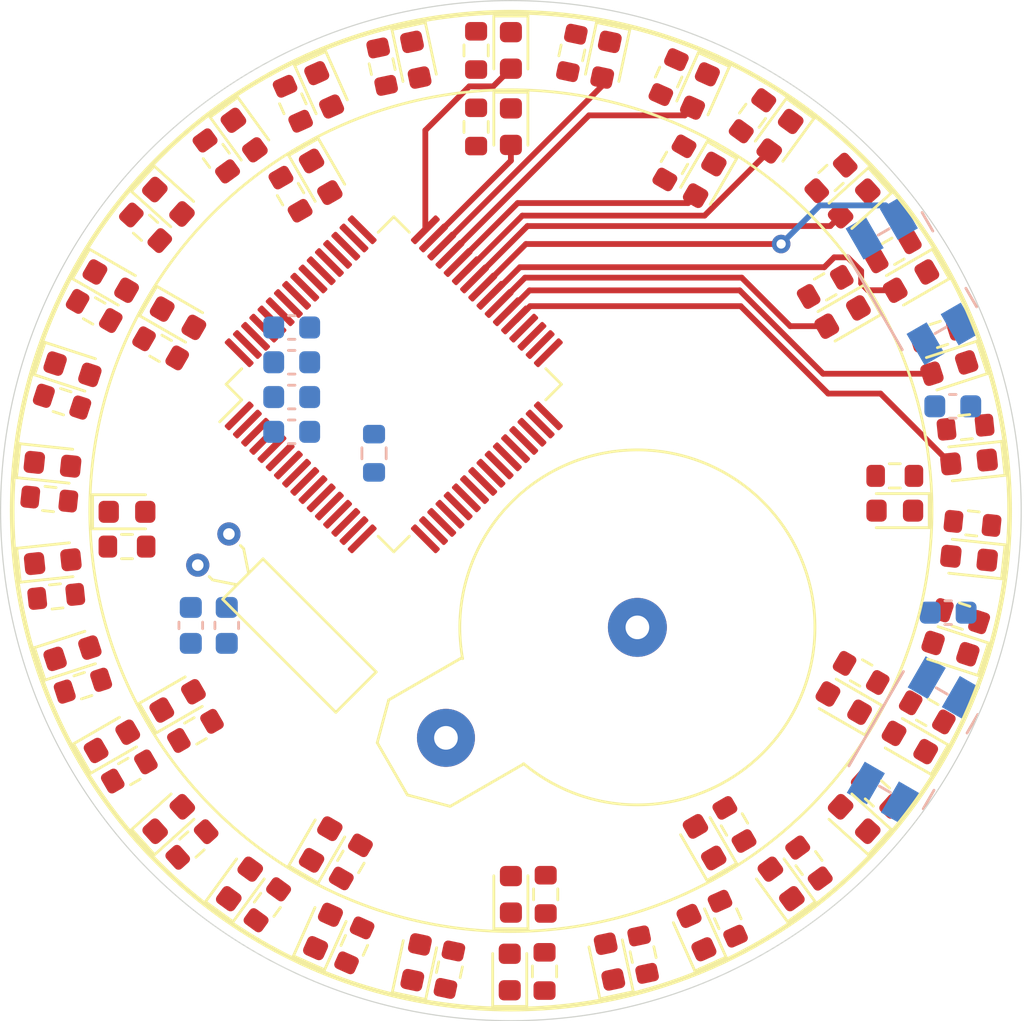
<source format=kicad_pcb>
(kicad_pcb (version 20171130) (host pcbnew 5.1.8-1.fc33)

  (general
    (thickness 1.6)
    (drawings 5)
    (tracks 52)
    (zones 0)
    (modules 98)
    (nets 104)
  )

  (page A4)
  (layers
    (0 F.Cu signal)
    (31 B.Cu signal)
    (32 B.Adhes user)
    (33 F.Adhes user)
    (34 B.Paste user)
    (35 F.Paste user)
    (36 B.SilkS user)
    (37 F.SilkS user)
    (38 B.Mask user)
    (39 F.Mask user)
    (40 Dwgs.User user)
    (41 Cmts.User user)
    (42 Eco1.User user)
    (43 Eco2.User user)
    (44 Edge.Cuts user)
    (45 Margin user)
    (46 B.CrtYd user)
    (47 F.CrtYd user)
    (48 B.Fab user)
    (49 F.Fab user)
  )

  (setup
    (last_trace_width 0.25)
    (trace_clearance 0.2)
    (zone_clearance 0.508)
    (zone_45_only no)
    (trace_min 0.2)
    (via_size 0.8)
    (via_drill 0.4)
    (via_min_size 0.4)
    (via_min_drill 0.3)
    (uvia_size 0.3)
    (uvia_drill 0.1)
    (uvias_allowed no)
    (uvia_min_size 0.2)
    (uvia_min_drill 0.1)
    (edge_width 0.05)
    (segment_width 0.2)
    (pcb_text_width 0.3)
    (pcb_text_size 1.5 1.5)
    (mod_edge_width 0.12)
    (mod_text_size 1 1)
    (mod_text_width 0.15)
    (pad_size 1.524 1.524)
    (pad_drill 0.762)
    (pad_to_mask_clearance 0)
    (aux_axis_origin 0 0)
    (visible_elements FFFFFF7F)
    (pcbplotparams
      (layerselection 0x010fc_ffffffff)
      (usegerberextensions false)
      (usegerberattributes true)
      (usegerberadvancedattributes true)
      (creategerberjobfile true)
      (excludeedgelayer true)
      (linewidth 0.100000)
      (plotframeref false)
      (viasonmask false)
      (mode 1)
      (useauxorigin false)
      (hpglpennumber 1)
      (hpglpenspeed 20)
      (hpglpendiameter 15.000000)
      (psnegative false)
      (psa4output false)
      (plotreference true)
      (plotvalue true)
      (plotinvisibletext false)
      (padsonsilk false)
      (subtractmaskfromsilk false)
      (outputformat 1)
      (mirror false)
      (drillshape 1)
      (scaleselection 1)
      (outputdirectory ""))
  )

  (net 0 "")
  (net 1 VCC)
  (net 2 GND)
  (net 3 XTAL1)
  (net 4 WAKE)
  (net 5 SET)
  (net 6 XTAL2)
  (net 7 "Net-(D1-Pad1)")
  (net 8 "Net-(D2-Pad1)")
  (net 9 "Net-(D3-Pad1)")
  (net 10 "Net-(D4-Pad1)")
  (net 11 "Net-(D5-Pad1)")
  (net 12 "Net-(D6-Pad1)")
  (net 13 "Net-(D7-Pad1)")
  (net 14 "Net-(D8-Pad1)")
  (net 15 "Net-(D9-Pad1)")
  (net 16 "Net-(D10-Pad1)")
  (net 17 "Net-(D11-Pad1)")
  (net 18 "Net-(D12-Pad1)")
  (net 19 "Net-(D13-Pad1)")
  (net 20 "Net-(D14-Pad1)")
  (net 21 "Net-(D15-Pad1)")
  (net 22 "Net-(D16-Pad1)")
  (net 23 "Net-(D17-Pad1)")
  (net 24 "Net-(D18-Pad1)")
  (net 25 "Net-(D19-Pad1)")
  (net 26 "Net-(D20-Pad1)")
  (net 27 "Net-(D21-Pad1)")
  (net 28 "Net-(D22-Pad1)")
  (net 29 "Net-(D23-Pad1)")
  (net 30 "Net-(D24-Pad1)")
  (net 31 "Net-(D25-Pad1)")
  (net 32 "Net-(D26-Pad1)")
  (net 33 "Net-(D27-Pad1)")
  (net 34 "Net-(D28-Pad1)")
  (net 35 "Net-(D29-Pad1)")
  (net 36 "Net-(D30-Pad1)")
  (net 37 "Net-(D31-Pad1)")
  (net 38 "Net-(D32-Pad1)")
  (net 39 "Net-(D33-Pad1)")
  (net 40 "Net-(D34-Pad1)")
  (net 41 "Net-(D35-Pad1)")
  (net 42 "Net-(D36-Pad1)")
  (net 43 "Net-(D37-Pad1)")
  (net 44 "Net-(D38-Pad1)")
  (net 45 "Net-(D39-Pad1)")
  (net 46 "Net-(D40-Pad1)")
  (net 47 "Net-(D41-Pad1)")
  (net 48 "Net-(D42-Pad1)")
  (net 49 M0)
  (net 50 M1)
  (net 51 M2)
  (net 52 M3)
  (net 53 M4)
  (net 54 M5)
  (net 55 M6)
  (net 56 M7)
  (net 57 M8)
  (net 58 M9)
  (net 59 M10)
  (net 60 M11)
  (net 61 M12)
  (net 62 M13)
  (net 63 M14)
  (net 64 M15)
  (net 65 M16)
  (net 66 M17)
  (net 67 M18)
  (net 68 M19)
  (net 69 M20)
  (net 70 M21)
  (net 71 M22)
  (net 72 M23)
  (net 73 M24)
  (net 74 M25)
  (net 75 M26)
  (net 76 M27)
  (net 77 M28)
  (net 78 M29)
  (net 79 H0)
  (net 80 H1)
  (net 81 H2)
  (net 82 H3)
  (net 83 H4)
  (net 84 H5)
  (net 85 H6)
  (net 86 H7)
  (net 87 H8)
  (net 88 H9)
  (net 89 H10)
  (net 90 H11)
  (net 91 "Net-(R43-Pad2)")
  (net 92 "Net-(U1-Pad49)")
  (net 93 "Net-(U1-Pad50)")
  (net 94 "Net-(U1-Pad51)")
  (net 95 "Net-(U1-Pad54)")
  (net 96 "Net-(U1-Pad56)")
  (net 97 "Net-(U1-Pad57)")
  (net 98 "Net-(U1-Pad58)")
  (net 99 "Net-(U1-Pad59)")
  (net 100 "Net-(U1-Pad60)")
  (net 101 "Net-(U1-Pad61)")
  (net 102 "Net-(U1-Pad62)")
  (net 103 "Net-(U1-Pad63)")

  (net_class Default "This is the default net class."
    (clearance 0.2)
    (trace_width 0.25)
    (via_dia 0.8)
    (via_drill 0.4)
    (uvia_dia 0.3)
    (uvia_drill 0.1)
    (add_net GND)
    (add_net H0)
    (add_net H1)
    (add_net H10)
    (add_net H11)
    (add_net H2)
    (add_net H3)
    (add_net H4)
    (add_net H5)
    (add_net H6)
    (add_net H7)
    (add_net H8)
    (add_net H9)
    (add_net M0)
    (add_net M1)
    (add_net M10)
    (add_net M11)
    (add_net M12)
    (add_net M13)
    (add_net M14)
    (add_net M15)
    (add_net M16)
    (add_net M17)
    (add_net M18)
    (add_net M19)
    (add_net M2)
    (add_net M20)
    (add_net M21)
    (add_net M22)
    (add_net M23)
    (add_net M24)
    (add_net M25)
    (add_net M26)
    (add_net M27)
    (add_net M28)
    (add_net M29)
    (add_net M3)
    (add_net M4)
    (add_net M5)
    (add_net M6)
    (add_net M7)
    (add_net M8)
    (add_net M9)
    (add_net "Net-(D1-Pad1)")
    (add_net "Net-(D10-Pad1)")
    (add_net "Net-(D11-Pad1)")
    (add_net "Net-(D12-Pad1)")
    (add_net "Net-(D13-Pad1)")
    (add_net "Net-(D14-Pad1)")
    (add_net "Net-(D15-Pad1)")
    (add_net "Net-(D16-Pad1)")
    (add_net "Net-(D17-Pad1)")
    (add_net "Net-(D18-Pad1)")
    (add_net "Net-(D19-Pad1)")
    (add_net "Net-(D2-Pad1)")
    (add_net "Net-(D20-Pad1)")
    (add_net "Net-(D21-Pad1)")
    (add_net "Net-(D22-Pad1)")
    (add_net "Net-(D23-Pad1)")
    (add_net "Net-(D24-Pad1)")
    (add_net "Net-(D25-Pad1)")
    (add_net "Net-(D26-Pad1)")
    (add_net "Net-(D27-Pad1)")
    (add_net "Net-(D28-Pad1)")
    (add_net "Net-(D29-Pad1)")
    (add_net "Net-(D3-Pad1)")
    (add_net "Net-(D30-Pad1)")
    (add_net "Net-(D31-Pad1)")
    (add_net "Net-(D32-Pad1)")
    (add_net "Net-(D33-Pad1)")
    (add_net "Net-(D34-Pad1)")
    (add_net "Net-(D35-Pad1)")
    (add_net "Net-(D36-Pad1)")
    (add_net "Net-(D37-Pad1)")
    (add_net "Net-(D38-Pad1)")
    (add_net "Net-(D39-Pad1)")
    (add_net "Net-(D4-Pad1)")
    (add_net "Net-(D40-Pad1)")
    (add_net "Net-(D41-Pad1)")
    (add_net "Net-(D42-Pad1)")
    (add_net "Net-(D5-Pad1)")
    (add_net "Net-(D6-Pad1)")
    (add_net "Net-(D7-Pad1)")
    (add_net "Net-(D8-Pad1)")
    (add_net "Net-(D9-Pad1)")
    (add_net "Net-(R43-Pad2)")
    (add_net "Net-(U1-Pad49)")
    (add_net "Net-(U1-Pad50)")
    (add_net "Net-(U1-Pad51)")
    (add_net "Net-(U1-Pad54)")
    (add_net "Net-(U1-Pad56)")
    (add_net "Net-(U1-Pad57)")
    (add_net "Net-(U1-Pad58)")
    (add_net "Net-(U1-Pad59)")
    (add_net "Net-(U1-Pad60)")
    (add_net "Net-(U1-Pad61)")
    (add_net "Net-(U1-Pad62)")
    (add_net "Net-(U1-Pad63)")
    (add_net SET)
    (add_net VCC)
    (add_net WAKE)
    (add_net XTAL1)
    (add_net XTAL2)
  )

  (module Battery:BatteryHolder_Keystone_500 (layer F.Cu) (tedit 5C1118DA) (tstamp 5FC9A3AC)
    (at 167.2 89.8 30)
    (descr "Keystone #500, CR1220 battery holder, http://www.keyelco.com/product-pdf.cfm?p=710")
    (tags "CR1220 battery holder")
    (path /5FDCD96D)
    (fp_text reference BT1 (at -0.35 -3.6 30) (layer F.SilkS) hide
      (effects (font (size 1 1) (thickness 0.15)))
    )
    (fp_text value Battery_Cell (at 9.55 8.85 30) (layer F.Fab)
      (effects (font (size 1 1) (thickness 0.15)))
    )
    (fp_circle (center 9.53 0) (end 2.41 2.54) (layer F.Fab) (width 0.1))
    (fp_circle (center 9.53 0) (end 3.94 0) (layer F.Fab) (width 0.1))
    (fp_line (start 13.08 4.32) (end 14.61 5.59) (layer F.Fab) (width 0.1))
    (fp_line (start 13.08 -4.32) (end 14.61 -5.59) (layer F.Fab) (width 0.1))
    (fp_line (start -2.54 -1.27) (end -1.27 -2.54) (layer F.Fab) (width 0.1))
    (fp_line (start -2.54 1.27) (end -2.54 -1.27) (layer F.Fab) (width 0.1))
    (fp_line (start -1.27 2.54) (end -2.54 1.27) (layer F.Fab) (width 0.1))
    (fp_line (start -1.27 -2.54) (end 2.41 -2.54) (layer F.Fab) (width 0.1))
    (fp_line (start -1.27 2.54) (end 2.41 2.54) (layer F.Fab) (width 0.1))
    (fp_line (start -1.32 -2.65) (end 2.33 -2.65) (layer F.SilkS) (width 0.12))
    (fp_line (start -2.67 -1.3) (end -1.32 -2.65) (layer F.SilkS) (width 0.12))
    (fp_line (start -2.67 1.3) (end -2.67 -1.3) (layer F.SilkS) (width 0.12))
    (fp_line (start -1.32 2.65) (end -2.67 1.3) (layer F.SilkS) (width 0.12))
    (fp_line (start 2.33 2.65) (end -1.32 2.65) (layer F.SilkS) (width 0.12))
    (fp_line (start -1.47 -2.85) (end 2.18 -2.85) (layer F.CrtYd) (width 0.05))
    (fp_line (start -2.92 -1.4) (end -1.47 -2.85) (layer F.CrtYd) (width 0.05))
    (fp_line (start -2.92 1.45) (end -2.92 -1.4) (layer F.CrtYd) (width 0.05))
    (fp_line (start -1.42 2.95) (end -2.92 1.45) (layer F.CrtYd) (width 0.05))
    (fp_line (start 2.23 2.95) (end -1.42 2.95) (layer F.CrtYd) (width 0.05))
    (fp_text user %R (at 7.275 0 30) (layer F.Fab)
      (effects (font (size 1 1) (thickness 0.15)))
    )
    (fp_arc (start 9.53 0) (end 2.18 -2.85) (angle 317) (layer F.CrtYd) (width 0.05))
    (fp_arc (start 9.53 0) (end 2.33 -2.6) (angle 320) (layer F.SilkS) (width 0.12))
    (pad 1 thru_hole circle (at 0 0 30) (size 2.5 2.5) (drill 1.02) (layers *.Cu *.Mask)
      (net 1 VCC))
    (pad 2 thru_hole circle (at 9.53 0 30) (size 2.54 2.54) (drill 1.02) (layers *.Cu *.Mask)
      (net 2 GND))
    (model ${KISYS3DMOD}/Battery.3dshapes/BatteryHolder_Keystone_500.wrl
      (at (xyz 0 0 0))
      (scale (xyz 1 1 1))
      (rotate (xyz 0 0 0))
    )
  )

  (module lightring:LR_LED (layer F.Cu) (tedit 5FC92CA1) (tstamp 5FC9A447)
    (at 170 60.15 270)
    (path /5FCA807E)
    (fp_text reference D1 (at 0 -2.54 90) (layer F.SilkS) hide
      (effects (font (size 1 1) (thickness 0.15)))
    )
    (fp_text value LED (at 0 2.54 90) (layer F.Fab) hide
      (effects (font (size 1 1) (thickness 0.15)))
    )
    (fp_text user %R (at 0 0 90) (layer F.Fab)
      (effects (font (size 0.4 0.4) (thickness 0.06)))
    )
    (fp_line (start -1.48 0.73) (end -1.48 -0.73) (layer F.CrtYd) (width 0.05))
    (fp_line (start -1.485 -0.735) (end -1.485 0.735) (layer F.SilkS) (width 0.12))
    (fp_line (start -1.485 0.735) (end 0.8 0.735) (layer F.SilkS) (width 0.12))
    (fp_line (start -1.48 -0.73) (end 1.48 -0.73) (layer F.CrtYd) (width 0.05))
    (fp_line (start 1.48 -0.73) (end 1.48 0.73) (layer F.CrtYd) (width 0.05))
    (fp_line (start 1.48 0.73) (end -1.48 0.73) (layer F.CrtYd) (width 0.05))
    (fp_line (start -0.8 -0.1) (end -0.8 0.4) (layer F.Fab) (width 0.1))
    (fp_line (start 0.8 0.4) (end 0.8 -0.4) (layer F.Fab) (width 0.1))
    (fp_line (start 0.8 -0.4) (end -0.5 -0.4) (layer F.Fab) (width 0.1))
    (fp_line (start -0.8 0.4) (end 0.8 0.4) (layer F.Fab) (width 0.1))
    (fp_line (start 0.8 -0.735) (end -1.485 -0.735) (layer F.SilkS) (width 0.12))
    (fp_line (start -0.5 -0.4) (end -0.8 -0.1) (layer F.Fab) (width 0.1))
    (pad 2 smd roundrect (at 0.7875 0 270) (size 0.875 0.95) (layers F.Cu F.Paste F.Mask) (roundrect_rratio 0.25)
      (net 49 M0))
    (pad 1 smd roundrect (at -0.7875 0 270) (size 0.875 0.95) (layers F.Cu F.Paste F.Mask) (roundrect_rratio 0.25)
      (net 7 "Net-(D1-Pad1)"))
  )

  (module lightring:LR_LED (layer F.Cu) (tedit 5FC92CA1) (tstamp 5FC9A45A)
    (at 174.1 60.55 258)
    (path /5FCA2B9F)
    (fp_text reference D2 (at 0 -2.54 78) (layer F.SilkS) hide
      (effects (font (size 1 1) (thickness 0.15)))
    )
    (fp_text value LED (at 0 2.54 78) (layer F.Fab) hide
      (effects (font (size 1 1) (thickness 0.15)))
    )
    (fp_line (start -0.5 -0.4) (end -0.8 -0.1) (layer F.Fab) (width 0.1))
    (fp_line (start 0.8 -0.735) (end -1.485 -0.735) (layer F.SilkS) (width 0.12))
    (fp_line (start -0.8 0.4) (end 0.8 0.4) (layer F.Fab) (width 0.1))
    (fp_line (start 0.8 -0.4) (end -0.5 -0.4) (layer F.Fab) (width 0.1))
    (fp_line (start 0.8 0.4) (end 0.8 -0.4) (layer F.Fab) (width 0.1))
    (fp_line (start -0.8 -0.1) (end -0.8 0.4) (layer F.Fab) (width 0.1))
    (fp_line (start 1.48 0.73) (end -1.48 0.73) (layer F.CrtYd) (width 0.05))
    (fp_line (start 1.48 -0.73) (end 1.48 0.73) (layer F.CrtYd) (width 0.05))
    (fp_line (start -1.48 -0.73) (end 1.48 -0.73) (layer F.CrtYd) (width 0.05))
    (fp_line (start -1.485 0.735) (end 0.8 0.735) (layer F.SilkS) (width 0.12))
    (fp_line (start -1.485 -0.735) (end -1.485 0.735) (layer F.SilkS) (width 0.12))
    (fp_line (start -1.48 0.73) (end -1.48 -0.73) (layer F.CrtYd) (width 0.05))
    (fp_text user %R (at 0 0 78) (layer F.Fab)
      (effects (font (size 0.4 0.4) (thickness 0.06)))
    )
    (pad 1 smd roundrect (at -0.7875 0 258) (size 0.875 0.95) (layers F.Cu F.Paste F.Mask) (roundrect_rratio 0.25)
      (net 8 "Net-(D2-Pad1)"))
    (pad 2 smd roundrect (at 0.7875 0 258) (size 0.875 0.95) (layers F.Cu F.Paste F.Mask) (roundrect_rratio 0.25)
      (net 50 M1))
  )

  (module lightring:LR_LED (layer F.Cu) (tedit 5FC92CA1) (tstamp 5FC9A46D)
    (at 178.15 61.9 246)
    (path /5FCA3147)
    (fp_text reference D3 (at 0 -2.54 66) (layer F.SilkS) hide
      (effects (font (size 1 1) (thickness 0.15)))
    )
    (fp_text value LED (at 0 2.54 66) (layer F.Fab) hide
      (effects (font (size 1 1) (thickness 0.15)))
    )
    (fp_text user %R (at 0 0 66) (layer F.Fab)
      (effects (font (size 0.4 0.4) (thickness 0.06)))
    )
    (fp_line (start -1.48 0.73) (end -1.48 -0.73) (layer F.CrtYd) (width 0.05))
    (fp_line (start -1.485 -0.735) (end -1.485 0.735) (layer F.SilkS) (width 0.12))
    (fp_line (start -1.485 0.735) (end 0.8 0.735) (layer F.SilkS) (width 0.12))
    (fp_line (start -1.48 -0.73) (end 1.48 -0.73) (layer F.CrtYd) (width 0.05))
    (fp_line (start 1.48 -0.73) (end 1.48 0.73) (layer F.CrtYd) (width 0.05))
    (fp_line (start 1.48 0.73) (end -1.48 0.73) (layer F.CrtYd) (width 0.05))
    (fp_line (start -0.8 -0.1) (end -0.8 0.4) (layer F.Fab) (width 0.1))
    (fp_line (start 0.8 0.4) (end 0.8 -0.4) (layer F.Fab) (width 0.1))
    (fp_line (start 0.8 -0.4) (end -0.5 -0.4) (layer F.Fab) (width 0.1))
    (fp_line (start -0.8 0.4) (end 0.8 0.4) (layer F.Fab) (width 0.1))
    (fp_line (start 0.8 -0.735) (end -1.485 -0.735) (layer F.SilkS) (width 0.12))
    (fp_line (start -0.5 -0.4) (end -0.8 -0.1) (layer F.Fab) (width 0.1))
    (pad 2 smd roundrect (at 0.7875 0 246) (size 0.875 0.95) (layers F.Cu F.Paste F.Mask) (roundrect_rratio 0.25)
      (net 51 M2))
    (pad 1 smd roundrect (at -0.7875 0 246) (size 0.875 0.95) (layers F.Cu F.Paste F.Mask) (roundrect_rratio 0.25)
      (net 9 "Net-(D3-Pad1)"))
  )

  (module lightring:LR_LED (layer F.Cu) (tedit 5FC92CA1) (tstamp 5FC9A480)
    (at 181.6 63.85 234)
    (path /5FCA4279)
    (fp_text reference D4 (at 0 -2.54 54) (layer F.SilkS) hide
      (effects (font (size 1 1) (thickness 0.15)))
    )
    (fp_text value LED (at 0 2.54 54) (layer F.Fab) hide
      (effects (font (size 1 1) (thickness 0.15)))
    )
    (fp_line (start -0.5 -0.4) (end -0.8 -0.1) (layer F.Fab) (width 0.1))
    (fp_line (start 0.8 -0.735) (end -1.485 -0.735) (layer F.SilkS) (width 0.12))
    (fp_line (start -0.8 0.4) (end 0.8 0.4) (layer F.Fab) (width 0.1))
    (fp_line (start 0.8 -0.4) (end -0.5 -0.4) (layer F.Fab) (width 0.1))
    (fp_line (start 0.8 0.4) (end 0.8 -0.4) (layer F.Fab) (width 0.1))
    (fp_line (start -0.8 -0.1) (end -0.8 0.4) (layer F.Fab) (width 0.1))
    (fp_line (start 1.48 0.73) (end -1.48 0.73) (layer F.CrtYd) (width 0.05))
    (fp_line (start 1.48 -0.73) (end 1.48 0.73) (layer F.CrtYd) (width 0.05))
    (fp_line (start -1.48 -0.73) (end 1.48 -0.73) (layer F.CrtYd) (width 0.05))
    (fp_line (start -1.485 0.735) (end 0.8 0.735) (layer F.SilkS) (width 0.12))
    (fp_line (start -1.485 -0.735) (end -1.485 0.735) (layer F.SilkS) (width 0.12))
    (fp_line (start -1.48 0.73) (end -1.48 -0.73) (layer F.CrtYd) (width 0.05))
    (fp_text user %R (at 0 0 54) (layer F.Fab)
      (effects (font (size 0.4 0.4) (thickness 0.06)))
    )
    (pad 1 smd roundrect (at -0.7875 0 234) (size 0.875 0.95) (layers F.Cu F.Paste F.Mask) (roundrect_rratio 0.25)
      (net 10 "Net-(D4-Pad1)"))
    (pad 2 smd roundrect (at 0.7875 0 234) (size 0.875 0.95) (layers F.Cu F.Paste F.Mask) (roundrect_rratio 0.25)
      (net 52 M3))
  )

  (module lightring:LR_LED (layer F.Cu) (tedit 5FC92CA1) (tstamp 5FC9A493)
    (at 184.8 66.75 222)
    (path /5FCA4522)
    (fp_text reference D5 (at 0 -2.54 42) (layer F.SilkS) hide
      (effects (font (size 1 1) (thickness 0.15)))
    )
    (fp_text value LED (at 0 2.54 42) (layer F.Fab) hide
      (effects (font (size 1 1) (thickness 0.15)))
    )
    (fp_text user %R (at 0 0 42) (layer F.Fab)
      (effects (font (size 0.4 0.4) (thickness 0.06)))
    )
    (fp_line (start -1.48 0.73) (end -1.48 -0.73) (layer F.CrtYd) (width 0.05))
    (fp_line (start -1.485 -0.735) (end -1.485 0.735) (layer F.SilkS) (width 0.12))
    (fp_line (start -1.485 0.735) (end 0.8 0.735) (layer F.SilkS) (width 0.12))
    (fp_line (start -1.48 -0.73) (end 1.48 -0.73) (layer F.CrtYd) (width 0.05))
    (fp_line (start 1.48 -0.73) (end 1.48 0.73) (layer F.CrtYd) (width 0.05))
    (fp_line (start 1.48 0.73) (end -1.48 0.73) (layer F.CrtYd) (width 0.05))
    (fp_line (start -0.8 -0.1) (end -0.8 0.4) (layer F.Fab) (width 0.1))
    (fp_line (start 0.8 0.4) (end 0.8 -0.4) (layer F.Fab) (width 0.1))
    (fp_line (start 0.8 -0.4) (end -0.5 -0.4) (layer F.Fab) (width 0.1))
    (fp_line (start -0.8 0.4) (end 0.8 0.4) (layer F.Fab) (width 0.1))
    (fp_line (start 0.8 -0.735) (end -1.485 -0.735) (layer F.SilkS) (width 0.12))
    (fp_line (start -0.5 -0.4) (end -0.8 -0.1) (layer F.Fab) (width 0.1))
    (pad 2 smd roundrect (at 0.7875 0 222) (size 0.875 0.95) (layers F.Cu F.Paste F.Mask) (roundrect_rratio 0.25)
      (net 53 M4))
    (pad 1 smd roundrect (at -0.7875 0 222) (size 0.875 0.95) (layers F.Cu F.Paste F.Mask) (roundrect_rratio 0.25)
      (net 11 "Net-(D5-Pad1)"))
  )

  (module lightring:LR_LED (layer F.Cu) (tedit 5FC92CA1) (tstamp 5FC9A4A6)
    (at 187.25 70.1 210)
    (path /5FCA47B4)
    (fp_text reference D6 (at 0 -2.54 30) (layer F.SilkS) hide
      (effects (font (size 1 1) (thickness 0.15)))
    )
    (fp_text value LED (at 0 2.54 30) (layer F.Fab) hide
      (effects (font (size 1 1) (thickness 0.15)))
    )
    (fp_line (start -0.5 -0.4) (end -0.8 -0.1) (layer F.Fab) (width 0.1))
    (fp_line (start 0.8 -0.735) (end -1.485 -0.735) (layer F.SilkS) (width 0.12))
    (fp_line (start -0.8 0.4) (end 0.8 0.4) (layer F.Fab) (width 0.1))
    (fp_line (start 0.8 -0.4) (end -0.5 -0.4) (layer F.Fab) (width 0.1))
    (fp_line (start 0.8 0.4) (end 0.8 -0.4) (layer F.Fab) (width 0.1))
    (fp_line (start -0.8 -0.1) (end -0.8 0.4) (layer F.Fab) (width 0.1))
    (fp_line (start 1.48 0.73) (end -1.48 0.73) (layer F.CrtYd) (width 0.05))
    (fp_line (start 1.48 -0.73) (end 1.48 0.73) (layer F.CrtYd) (width 0.05))
    (fp_line (start -1.48 -0.73) (end 1.48 -0.73) (layer F.CrtYd) (width 0.05))
    (fp_line (start -1.485 0.735) (end 0.8 0.735) (layer F.SilkS) (width 0.12))
    (fp_line (start -1.485 -0.735) (end -1.485 0.735) (layer F.SilkS) (width 0.12))
    (fp_line (start -1.48 0.73) (end -1.48 -0.73) (layer F.CrtYd) (width 0.05))
    (fp_text user %R (at 0 0 30) (layer F.Fab)
      (effects (font (size 0.4 0.4) (thickness 0.06)))
    )
    (pad 1 smd roundrect (at -0.7875 0 210) (size 0.875 0.95) (layers F.Cu F.Paste F.Mask) (roundrect_rratio 0.25)
      (net 12 "Net-(D6-Pad1)"))
    (pad 2 smd roundrect (at 0.7875 0 210) (size 0.875 0.95) (layers F.Cu F.Paste F.Mask) (roundrect_rratio 0.25)
      (net 54 M5))
  )

  (module lightring:LR_LED (layer F.Cu) (tedit 5FC92CA1) (tstamp 5FC9A4B9)
    (at 188.9 73.85 198)
    (path /5FCA4977)
    (fp_text reference D7 (at 0 -2.54 18) (layer F.SilkS) hide
      (effects (font (size 1 1) (thickness 0.15)))
    )
    (fp_text value LED (at 0 2.54 18) (layer F.Fab) hide
      (effects (font (size 1 1) (thickness 0.15)))
    )
    (fp_text user %R (at 0 0 18) (layer F.Fab)
      (effects (font (size 0.4 0.4) (thickness 0.06)))
    )
    (fp_line (start -1.48 0.73) (end -1.48 -0.73) (layer F.CrtYd) (width 0.05))
    (fp_line (start -1.485 -0.735) (end -1.485 0.735) (layer F.SilkS) (width 0.12))
    (fp_line (start -1.485 0.735) (end 0.8 0.735) (layer F.SilkS) (width 0.12))
    (fp_line (start -1.48 -0.73) (end 1.48 -0.73) (layer F.CrtYd) (width 0.05))
    (fp_line (start 1.48 -0.73) (end 1.48 0.73) (layer F.CrtYd) (width 0.05))
    (fp_line (start 1.48 0.73) (end -1.48 0.73) (layer F.CrtYd) (width 0.05))
    (fp_line (start -0.8 -0.1) (end -0.8 0.4) (layer F.Fab) (width 0.1))
    (fp_line (start 0.8 0.4) (end 0.8 -0.4) (layer F.Fab) (width 0.1))
    (fp_line (start 0.8 -0.4) (end -0.5 -0.4) (layer F.Fab) (width 0.1))
    (fp_line (start -0.8 0.4) (end 0.8 0.4) (layer F.Fab) (width 0.1))
    (fp_line (start 0.8 -0.735) (end -1.485 -0.735) (layer F.SilkS) (width 0.12))
    (fp_line (start -0.5 -0.4) (end -0.8 -0.1) (layer F.Fab) (width 0.1))
    (pad 2 smd roundrect (at 0.7875 0 198) (size 0.875 0.95) (layers F.Cu F.Paste F.Mask) (roundrect_rratio 0.25)
      (net 55 M6))
    (pad 1 smd roundrect (at -0.7875 0 198) (size 0.875 0.95) (layers F.Cu F.Paste F.Mask) (roundrect_rratio 0.25)
      (net 13 "Net-(D7-Pad1)"))
  )

  (module lightring:LR_LED (layer F.Cu) (tedit 5FC92CA1) (tstamp 5FC9A4CC)
    (at 189.75 77.9 186)
    (path /5FCA4E38)
    (fp_text reference D8 (at 0 -2.54 6) (layer F.SilkS) hide
      (effects (font (size 1 1) (thickness 0.15)))
    )
    (fp_text value LED (at 0 2.54 6) (layer F.Fab) hide
      (effects (font (size 1 1) (thickness 0.15)))
    )
    (fp_text user %R (at 0 0 6) (layer F.Fab)
      (effects (font (size 0.4 0.4) (thickness 0.06)))
    )
    (fp_line (start -1.48 0.73) (end -1.48 -0.73) (layer F.CrtYd) (width 0.05))
    (fp_line (start -1.485 -0.735) (end -1.485 0.735) (layer F.SilkS) (width 0.12))
    (fp_line (start -1.485 0.735) (end 0.8 0.735) (layer F.SilkS) (width 0.12))
    (fp_line (start -1.48 -0.73) (end 1.48 -0.73) (layer F.CrtYd) (width 0.05))
    (fp_line (start 1.48 -0.73) (end 1.48 0.73) (layer F.CrtYd) (width 0.05))
    (fp_line (start 1.48 0.73) (end -1.48 0.73) (layer F.CrtYd) (width 0.05))
    (fp_line (start -0.8 -0.1) (end -0.8 0.4) (layer F.Fab) (width 0.1))
    (fp_line (start 0.8 0.4) (end 0.8 -0.4) (layer F.Fab) (width 0.1))
    (fp_line (start 0.8 -0.4) (end -0.5 -0.4) (layer F.Fab) (width 0.1))
    (fp_line (start -0.8 0.4) (end 0.8 0.4) (layer F.Fab) (width 0.1))
    (fp_line (start 0.8 -0.735) (end -1.485 -0.735) (layer F.SilkS) (width 0.12))
    (fp_line (start -0.5 -0.4) (end -0.8 -0.1) (layer F.Fab) (width 0.1))
    (pad 2 smd roundrect (at 0.7875 0 186) (size 0.875 0.95) (layers F.Cu F.Paste F.Mask) (roundrect_rratio 0.25)
      (net 56 M7))
    (pad 1 smd roundrect (at -0.7875 0 186) (size 0.875 0.95) (layers F.Cu F.Paste F.Mask) (roundrect_rratio 0.25)
      (net 14 "Net-(D8-Pad1)"))
  )

  (module lightring:LR_LED (layer F.Cu) (tedit 5FC92CA1) (tstamp 5FC9A4DF)
    (at 189.75 82.05 174)
    (path /5FCA4FBE)
    (fp_text reference D9 (at 0 -2.54 174) (layer F.SilkS) hide
      (effects (font (size 1 1) (thickness 0.15)))
    )
    (fp_text value LED (at 0 2.54 174) (layer F.Fab) hide
      (effects (font (size 1 1) (thickness 0.15)))
    )
    (fp_line (start -0.5 -0.4) (end -0.8 -0.1) (layer F.Fab) (width 0.1))
    (fp_line (start 0.8 -0.735) (end -1.485 -0.735) (layer F.SilkS) (width 0.12))
    (fp_line (start -0.8 0.4) (end 0.8 0.4) (layer F.Fab) (width 0.1))
    (fp_line (start 0.8 -0.4) (end -0.5 -0.4) (layer F.Fab) (width 0.1))
    (fp_line (start 0.8 0.4) (end 0.8 -0.4) (layer F.Fab) (width 0.1))
    (fp_line (start -0.8 -0.1) (end -0.8 0.4) (layer F.Fab) (width 0.1))
    (fp_line (start 1.48 0.73) (end -1.48 0.73) (layer F.CrtYd) (width 0.05))
    (fp_line (start 1.48 -0.73) (end 1.48 0.73) (layer F.CrtYd) (width 0.05))
    (fp_line (start -1.48 -0.73) (end 1.48 -0.73) (layer F.CrtYd) (width 0.05))
    (fp_line (start -1.485 0.735) (end 0.8 0.735) (layer F.SilkS) (width 0.12))
    (fp_line (start -1.485 -0.735) (end -1.485 0.735) (layer F.SilkS) (width 0.12))
    (fp_line (start -1.48 0.73) (end -1.48 -0.73) (layer F.CrtYd) (width 0.05))
    (fp_text user %R (at 0 0 174) (layer F.Fab)
      (effects (font (size 0.4 0.4) (thickness 0.06)))
    )
    (pad 1 smd roundrect (at -0.7875 0 174) (size 0.875 0.95) (layers F.Cu F.Paste F.Mask) (roundrect_rratio 0.25)
      (net 15 "Net-(D9-Pad1)"))
    (pad 2 smd roundrect (at 0.7875 0 174) (size 0.875 0.95) (layers F.Cu F.Paste F.Mask) (roundrect_rratio 0.25)
      (net 57 M8))
  )

  (module lightring:LR_LED (layer F.Cu) (tedit 5FC92CA1) (tstamp 5FC9A4F2)
    (at 188.95 85.95 162)
    (path /5FCA50EC)
    (fp_text reference D10 (at 0 -2.54 162) (layer F.SilkS) hide
      (effects (font (size 1 1) (thickness 0.15)))
    )
    (fp_text value LED (at 0 2.54 162) (layer F.Fab) hide
      (effects (font (size 1 1) (thickness 0.15)))
    )
    (fp_line (start -0.5 -0.4) (end -0.8 -0.1) (layer F.Fab) (width 0.1))
    (fp_line (start 0.8 -0.735) (end -1.485 -0.735) (layer F.SilkS) (width 0.12))
    (fp_line (start -0.8 0.4) (end 0.8 0.4) (layer F.Fab) (width 0.1))
    (fp_line (start 0.8 -0.4) (end -0.5 -0.4) (layer F.Fab) (width 0.1))
    (fp_line (start 0.8 0.4) (end 0.8 -0.4) (layer F.Fab) (width 0.1))
    (fp_line (start -0.8 -0.1) (end -0.8 0.4) (layer F.Fab) (width 0.1))
    (fp_line (start 1.48 0.73) (end -1.48 0.73) (layer F.CrtYd) (width 0.05))
    (fp_line (start 1.48 -0.73) (end 1.48 0.73) (layer F.CrtYd) (width 0.05))
    (fp_line (start -1.48 -0.73) (end 1.48 -0.73) (layer F.CrtYd) (width 0.05))
    (fp_line (start -1.485 0.735) (end 0.8 0.735) (layer F.SilkS) (width 0.12))
    (fp_line (start -1.485 -0.735) (end -1.485 0.735) (layer F.SilkS) (width 0.12))
    (fp_line (start -1.48 0.73) (end -1.48 -0.73) (layer F.CrtYd) (width 0.05))
    (fp_text user %R (at 0 0 162) (layer F.Fab)
      (effects (font (size 0.4 0.4) (thickness 0.06)))
    )
    (pad 1 smd roundrect (at -0.7875 0 162) (size 0.875 0.95) (layers F.Cu F.Paste F.Mask) (roundrect_rratio 0.25)
      (net 16 "Net-(D10-Pad1)"))
    (pad 2 smd roundrect (at 0.7875 0 162) (size 0.875 0.95) (layers F.Cu F.Paste F.Mask) (roundrect_rratio 0.25)
      (net 58 M9))
  )

  (module lightring:LR_LED (layer F.Cu) (tedit 5FC92CA1) (tstamp 5FC9A505)
    (at 187.2 90 150)
    (path /5FCA5243)
    (fp_text reference D11 (at 0 -2.54 150) (layer F.SilkS) hide
      (effects (font (size 1 1) (thickness 0.15)))
    )
    (fp_text value LED (at 0 2.54 150) (layer F.Fab) hide
      (effects (font (size 1 1) (thickness 0.15)))
    )
    (fp_line (start -0.5 -0.4) (end -0.8 -0.1) (layer F.Fab) (width 0.1))
    (fp_line (start 0.8 -0.735) (end -1.485 -0.735) (layer F.SilkS) (width 0.12))
    (fp_line (start -0.8 0.4) (end 0.8 0.4) (layer F.Fab) (width 0.1))
    (fp_line (start 0.8 -0.4) (end -0.5 -0.4) (layer F.Fab) (width 0.1))
    (fp_line (start 0.8 0.4) (end 0.8 -0.4) (layer F.Fab) (width 0.1))
    (fp_line (start -0.8 -0.1) (end -0.8 0.4) (layer F.Fab) (width 0.1))
    (fp_line (start 1.48 0.73) (end -1.48 0.73) (layer F.CrtYd) (width 0.05))
    (fp_line (start 1.48 -0.73) (end 1.48 0.73) (layer F.CrtYd) (width 0.05))
    (fp_line (start -1.48 -0.73) (end 1.48 -0.73) (layer F.CrtYd) (width 0.05))
    (fp_line (start -1.485 0.735) (end 0.8 0.735) (layer F.SilkS) (width 0.12))
    (fp_line (start -1.485 -0.735) (end -1.485 0.735) (layer F.SilkS) (width 0.12))
    (fp_line (start -1.48 0.73) (end -1.48 -0.73) (layer F.CrtYd) (width 0.05))
    (fp_text user %R (at 0 0 150) (layer F.Fab)
      (effects (font (size 0.4 0.4) (thickness 0.06)))
    )
    (pad 1 smd roundrect (at -0.7875 0 150) (size 0.875 0.95) (layers F.Cu F.Paste F.Mask) (roundrect_rratio 0.25)
      (net 17 "Net-(D11-Pad1)"))
    (pad 2 smd roundrect (at 0.7875 0 150) (size 0.875 0.95) (layers F.Cu F.Paste F.Mask) (roundrect_rratio 0.25)
      (net 59 M10))
  )

  (module lightring:LR_LED (layer F.Cu) (tedit 5FC92CA1) (tstamp 5FC9A518)
    (at 184.8 93.3 138)
    (path /5FCA594A)
    (fp_text reference D12 (at 0 -2.54 138) (layer F.SilkS) hide
      (effects (font (size 1 1) (thickness 0.15)))
    )
    (fp_text value LED (at 0 2.54 138) (layer F.Fab) hide
      (effects (font (size 1 1) (thickness 0.15)))
    )
    (fp_text user %R (at 0 0 138) (layer F.Fab)
      (effects (font (size 0.4 0.4) (thickness 0.06)))
    )
    (fp_line (start -1.48 0.73) (end -1.48 -0.73) (layer F.CrtYd) (width 0.05))
    (fp_line (start -1.485 -0.735) (end -1.485 0.735) (layer F.SilkS) (width 0.12))
    (fp_line (start -1.485 0.735) (end 0.8 0.735) (layer F.SilkS) (width 0.12))
    (fp_line (start -1.48 -0.73) (end 1.48 -0.73) (layer F.CrtYd) (width 0.05))
    (fp_line (start 1.48 -0.73) (end 1.48 0.73) (layer F.CrtYd) (width 0.05))
    (fp_line (start 1.48 0.73) (end -1.48 0.73) (layer F.CrtYd) (width 0.05))
    (fp_line (start -0.8 -0.1) (end -0.8 0.4) (layer F.Fab) (width 0.1))
    (fp_line (start 0.8 0.4) (end 0.8 -0.4) (layer F.Fab) (width 0.1))
    (fp_line (start 0.8 -0.4) (end -0.5 -0.4) (layer F.Fab) (width 0.1))
    (fp_line (start -0.8 0.4) (end 0.8 0.4) (layer F.Fab) (width 0.1))
    (fp_line (start 0.8 -0.735) (end -1.485 -0.735) (layer F.SilkS) (width 0.12))
    (fp_line (start -0.5 -0.4) (end -0.8 -0.1) (layer F.Fab) (width 0.1))
    (pad 2 smd roundrect (at 0.7875 0 138) (size 0.875 0.95) (layers F.Cu F.Paste F.Mask) (roundrect_rratio 0.25)
      (net 60 M11))
    (pad 1 smd roundrect (at -0.7875 0 138) (size 0.875 0.95) (layers F.Cu F.Paste F.Mask) (roundrect_rratio 0.25)
      (net 18 "Net-(D12-Pad1)"))
  )

  (module lightring:LR_LED (layer F.Cu) (tedit 5FC92CA1) (tstamp 5FC9A52B)
    (at 181.65 96.1 126)
    (path /5FCA5CA8)
    (fp_text reference D13 (at 0 -2.54 126) (layer F.SilkS) hide
      (effects (font (size 1 1) (thickness 0.15)))
    )
    (fp_text value LED (at 0 2.54 126) (layer F.Fab) hide
      (effects (font (size 1 1) (thickness 0.15)))
    )
    (fp_text user %R (at 0 0 126) (layer F.Fab)
      (effects (font (size 0.4 0.4) (thickness 0.06)))
    )
    (fp_line (start -1.48 0.73) (end -1.48 -0.73) (layer F.CrtYd) (width 0.05))
    (fp_line (start -1.485 -0.735) (end -1.485 0.735) (layer F.SilkS) (width 0.12))
    (fp_line (start -1.485 0.735) (end 0.8 0.735) (layer F.SilkS) (width 0.12))
    (fp_line (start -1.48 -0.73) (end 1.48 -0.73) (layer F.CrtYd) (width 0.05))
    (fp_line (start 1.48 -0.73) (end 1.48 0.73) (layer F.CrtYd) (width 0.05))
    (fp_line (start 1.48 0.73) (end -1.48 0.73) (layer F.CrtYd) (width 0.05))
    (fp_line (start -0.8 -0.1) (end -0.8 0.4) (layer F.Fab) (width 0.1))
    (fp_line (start 0.8 0.4) (end 0.8 -0.4) (layer F.Fab) (width 0.1))
    (fp_line (start 0.8 -0.4) (end -0.5 -0.4) (layer F.Fab) (width 0.1))
    (fp_line (start -0.8 0.4) (end 0.8 0.4) (layer F.Fab) (width 0.1))
    (fp_line (start 0.8 -0.735) (end -1.485 -0.735) (layer F.SilkS) (width 0.12))
    (fp_line (start -0.5 -0.4) (end -0.8 -0.1) (layer F.Fab) (width 0.1))
    (pad 2 smd roundrect (at 0.7875 0 126) (size 0.875 0.95) (layers F.Cu F.Paste F.Mask) (roundrect_rratio 0.25)
      (net 61 M12))
    (pad 1 smd roundrect (at -0.7875 0 126) (size 0.875 0.95) (layers F.Cu F.Paste F.Mask) (roundrect_rratio 0.25)
      (net 19 "Net-(D13-Pad1)"))
  )

  (module lightring:LR_LED (layer F.Cu) (tedit 5FC92CA1) (tstamp 5FC9A53E)
    (at 178 98.2 114)
    (path /5FCA648A)
    (fp_text reference D14 (at 0 -2.54 114) (layer F.SilkS) hide
      (effects (font (size 1 1) (thickness 0.15)))
    )
    (fp_text value LED (at 0 2.54 114) (layer F.Fab) hide
      (effects (font (size 1 1) (thickness 0.15)))
    )
    (fp_line (start -0.5 -0.4) (end -0.8 -0.1) (layer F.Fab) (width 0.1))
    (fp_line (start 0.8 -0.735) (end -1.485 -0.735) (layer F.SilkS) (width 0.12))
    (fp_line (start -0.8 0.4) (end 0.8 0.4) (layer F.Fab) (width 0.1))
    (fp_line (start 0.8 -0.4) (end -0.5 -0.4) (layer F.Fab) (width 0.1))
    (fp_line (start 0.8 0.4) (end 0.8 -0.4) (layer F.Fab) (width 0.1))
    (fp_line (start -0.8 -0.1) (end -0.8 0.4) (layer F.Fab) (width 0.1))
    (fp_line (start 1.48 0.73) (end -1.48 0.73) (layer F.CrtYd) (width 0.05))
    (fp_line (start 1.48 -0.73) (end 1.48 0.73) (layer F.CrtYd) (width 0.05))
    (fp_line (start -1.48 -0.73) (end 1.48 -0.73) (layer F.CrtYd) (width 0.05))
    (fp_line (start -1.485 0.735) (end 0.8 0.735) (layer F.SilkS) (width 0.12))
    (fp_line (start -1.485 -0.735) (end -1.485 0.735) (layer F.SilkS) (width 0.12))
    (fp_line (start -1.48 0.73) (end -1.48 -0.73) (layer F.CrtYd) (width 0.05))
    (fp_text user %R (at 0 0 114) (layer F.Fab)
      (effects (font (size 0.4 0.4) (thickness 0.06)))
    )
    (pad 1 smd roundrect (at -0.7875 0 114) (size 0.875 0.95) (layers F.Cu F.Paste F.Mask) (roundrect_rratio 0.25)
      (net 20 "Net-(D14-Pad1)"))
    (pad 2 smd roundrect (at 0.7875 0 114) (size 0.875 0.95) (layers F.Cu F.Paste F.Mask) (roundrect_rratio 0.25)
      (net 62 M13))
  )

  (module lightring:LR_LED (layer F.Cu) (tedit 5FC92CA1) (tstamp 5FC9A551)
    (at 174.25 99.45 102)
    (path /5FCA89B2)
    (fp_text reference D15 (at 0 -2.54 102) (layer F.SilkS) hide
      (effects (font (size 1 1) (thickness 0.15)))
    )
    (fp_text value LED (at 0 2.54 102) (layer F.Fab) hide
      (effects (font (size 1 1) (thickness 0.15)))
    )
    (fp_line (start -0.5 -0.4) (end -0.8 -0.1) (layer F.Fab) (width 0.1))
    (fp_line (start 0.8 -0.735) (end -1.485 -0.735) (layer F.SilkS) (width 0.12))
    (fp_line (start -0.8 0.4) (end 0.8 0.4) (layer F.Fab) (width 0.1))
    (fp_line (start 0.8 -0.4) (end -0.5 -0.4) (layer F.Fab) (width 0.1))
    (fp_line (start 0.8 0.4) (end 0.8 -0.4) (layer F.Fab) (width 0.1))
    (fp_line (start -0.8 -0.1) (end -0.8 0.4) (layer F.Fab) (width 0.1))
    (fp_line (start 1.48 0.73) (end -1.48 0.73) (layer F.CrtYd) (width 0.05))
    (fp_line (start 1.48 -0.73) (end 1.48 0.73) (layer F.CrtYd) (width 0.05))
    (fp_line (start -1.48 -0.73) (end 1.48 -0.73) (layer F.CrtYd) (width 0.05))
    (fp_line (start -1.485 0.735) (end 0.8 0.735) (layer F.SilkS) (width 0.12))
    (fp_line (start -1.485 -0.735) (end -1.485 0.735) (layer F.SilkS) (width 0.12))
    (fp_line (start -1.48 0.73) (end -1.48 -0.73) (layer F.CrtYd) (width 0.05))
    (fp_text user %R (at 0 0 102) (layer F.Fab)
      (effects (font (size 0.4 0.4) (thickness 0.06)))
    )
    (pad 1 smd roundrect (at -0.7875 0 102) (size 0.875 0.95) (layers F.Cu F.Paste F.Mask) (roundrect_rratio 0.25)
      (net 21 "Net-(D15-Pad1)"))
    (pad 2 smd roundrect (at 0.7875 0 102) (size 0.875 0.95) (layers F.Cu F.Paste F.Mask) (roundrect_rratio 0.25)
      (net 63 M14))
  )

  (module lightring:LR_LED (layer F.Cu) (tedit 5FC92CA1) (tstamp 5FC9A564)
    (at 169.95 99.9 90)
    (path /5FCD2B73)
    (fp_text reference D16 (at 0 -2.54 90) (layer F.SilkS) hide
      (effects (font (size 1 1) (thickness 0.15)))
    )
    (fp_text value LED (at 0 2.54 90) (layer F.Fab) hide
      (effects (font (size 1 1) (thickness 0.15)))
    )
    (fp_text user %R (at 0 0 90) (layer F.Fab)
      (effects (font (size 0.4 0.4) (thickness 0.06)))
    )
    (fp_line (start -1.48 0.73) (end -1.48 -0.73) (layer F.CrtYd) (width 0.05))
    (fp_line (start -1.485 -0.735) (end -1.485 0.735) (layer F.SilkS) (width 0.12))
    (fp_line (start -1.485 0.735) (end 0.8 0.735) (layer F.SilkS) (width 0.12))
    (fp_line (start -1.48 -0.73) (end 1.48 -0.73) (layer F.CrtYd) (width 0.05))
    (fp_line (start 1.48 -0.73) (end 1.48 0.73) (layer F.CrtYd) (width 0.05))
    (fp_line (start 1.48 0.73) (end -1.48 0.73) (layer F.CrtYd) (width 0.05))
    (fp_line (start -0.8 -0.1) (end -0.8 0.4) (layer F.Fab) (width 0.1))
    (fp_line (start 0.8 0.4) (end 0.8 -0.4) (layer F.Fab) (width 0.1))
    (fp_line (start 0.8 -0.4) (end -0.5 -0.4) (layer F.Fab) (width 0.1))
    (fp_line (start -0.8 0.4) (end 0.8 0.4) (layer F.Fab) (width 0.1))
    (fp_line (start 0.8 -0.735) (end -1.485 -0.735) (layer F.SilkS) (width 0.12))
    (fp_line (start -0.5 -0.4) (end -0.8 -0.1) (layer F.Fab) (width 0.1))
    (pad 2 smd roundrect (at 0.7875 0 90) (size 0.875 0.95) (layers F.Cu F.Paste F.Mask) (roundrect_rratio 0.25)
      (net 64 M15))
    (pad 1 smd roundrect (at -0.7875 0 90) (size 0.875 0.95) (layers F.Cu F.Paste F.Mask) (roundrect_rratio 0.25)
      (net 22 "Net-(D16-Pad1)"))
  )

  (module lightring:LR_LED (layer F.Cu) (tedit 5FC92CA1) (tstamp 5FC9A577)
    (at 165.91373 99.479709 78)
    (path /5FCD2B25)
    (fp_text reference D17 (at 0 -2.54 78) (layer F.SilkS) hide
      (effects (font (size 1 1) (thickness 0.15)))
    )
    (fp_text value LED (at 0 2.54 78) (layer F.Fab) hide
      (effects (font (size 1 1) (thickness 0.15)))
    )
    (fp_text user %R (at 0 0 78) (layer F.Fab)
      (effects (font (size 0.4 0.4) (thickness 0.06)))
    )
    (fp_line (start -1.48 0.73) (end -1.48 -0.73) (layer F.CrtYd) (width 0.05))
    (fp_line (start -1.485 -0.735) (end -1.485 0.735) (layer F.SilkS) (width 0.12))
    (fp_line (start -1.485 0.735) (end 0.8 0.735) (layer F.SilkS) (width 0.12))
    (fp_line (start -1.48 -0.73) (end 1.48 -0.73) (layer F.CrtYd) (width 0.05))
    (fp_line (start 1.48 -0.73) (end 1.48 0.73) (layer F.CrtYd) (width 0.05))
    (fp_line (start 1.48 0.73) (end -1.48 0.73) (layer F.CrtYd) (width 0.05))
    (fp_line (start -0.8 -0.1) (end -0.8 0.4) (layer F.Fab) (width 0.1))
    (fp_line (start 0.8 0.4) (end 0.8 -0.4) (layer F.Fab) (width 0.1))
    (fp_line (start 0.8 -0.4) (end -0.5 -0.4) (layer F.Fab) (width 0.1))
    (fp_line (start -0.8 0.4) (end 0.8 0.4) (layer F.Fab) (width 0.1))
    (fp_line (start 0.8 -0.735) (end -1.485 -0.735) (layer F.SilkS) (width 0.12))
    (fp_line (start -0.5 -0.4) (end -0.8 -0.1) (layer F.Fab) (width 0.1))
    (pad 2 smd roundrect (at 0.7875 0 78) (size 0.875 0.95) (layers F.Cu F.Paste F.Mask) (roundrect_rratio 0.25)
      (net 65 M16))
    (pad 1 smd roundrect (at -0.7875 0 78) (size 0.875 0.95) (layers F.Cu F.Paste F.Mask) (roundrect_rratio 0.25)
      (net 23 "Net-(D17-Pad1)"))
  )

  (module lightring:LR_LED (layer F.Cu) (tedit 5FC92CA1) (tstamp 5FC9A58A)
    (at 161.9 98.15 66)
    (path /5FCD2B2B)
    (fp_text reference D18 (at 0 -2.54 66) (layer F.SilkS) hide
      (effects (font (size 1 1) (thickness 0.15)))
    )
    (fp_text value LED (at 0 2.54 66) (layer F.Fab) hide
      (effects (font (size 1 1) (thickness 0.15)))
    )
    (fp_line (start -0.5 -0.4) (end -0.8 -0.1) (layer F.Fab) (width 0.1))
    (fp_line (start 0.8 -0.735) (end -1.485 -0.735) (layer F.SilkS) (width 0.12))
    (fp_line (start -0.8 0.4) (end 0.8 0.4) (layer F.Fab) (width 0.1))
    (fp_line (start 0.8 -0.4) (end -0.5 -0.4) (layer F.Fab) (width 0.1))
    (fp_line (start 0.8 0.4) (end 0.8 -0.4) (layer F.Fab) (width 0.1))
    (fp_line (start -0.8 -0.1) (end -0.8 0.4) (layer F.Fab) (width 0.1))
    (fp_line (start 1.48 0.73) (end -1.48 0.73) (layer F.CrtYd) (width 0.05))
    (fp_line (start 1.48 -0.73) (end 1.48 0.73) (layer F.CrtYd) (width 0.05))
    (fp_line (start -1.48 -0.73) (end 1.48 -0.73) (layer F.CrtYd) (width 0.05))
    (fp_line (start -1.485 0.735) (end 0.8 0.735) (layer F.SilkS) (width 0.12))
    (fp_line (start -1.485 -0.735) (end -1.485 0.735) (layer F.SilkS) (width 0.12))
    (fp_line (start -1.48 0.73) (end -1.48 -0.73) (layer F.CrtYd) (width 0.05))
    (fp_text user %R (at 0 0 66) (layer F.Fab)
      (effects (font (size 0.4 0.4) (thickness 0.06)))
    )
    (pad 1 smd roundrect (at -0.7875 0 66) (size 0.875 0.95) (layers F.Cu F.Paste F.Mask) (roundrect_rratio 0.25)
      (net 24 "Net-(D18-Pad1)"))
    (pad 2 smd roundrect (at 0.7875 0 66) (size 0.875 0.95) (layers F.Cu F.Paste F.Mask) (roundrect_rratio 0.25)
      (net 66 M17))
  )

  (module lightring:LR_LED (layer F.Cu) (tedit 5FC92CA1) (tstamp 5FC9A59D)
    (at 158.3 96.1 54)
    (path /5FCD2B31)
    (fp_text reference D19 (at 0 -2.54 54) (layer F.SilkS) hide
      (effects (font (size 1 1) (thickness 0.15)))
    )
    (fp_text value LED (at 0 2.54 54) (layer F.Fab) hide
      (effects (font (size 1 1) (thickness 0.15)))
    )
    (fp_text user %R (at 0 0 54) (layer F.Fab)
      (effects (font (size 0.4 0.4) (thickness 0.06)))
    )
    (fp_line (start -1.48 0.73) (end -1.48 -0.73) (layer F.CrtYd) (width 0.05))
    (fp_line (start -1.485 -0.735) (end -1.485 0.735) (layer F.SilkS) (width 0.12))
    (fp_line (start -1.485 0.735) (end 0.8 0.735) (layer F.SilkS) (width 0.12))
    (fp_line (start -1.48 -0.73) (end 1.48 -0.73) (layer F.CrtYd) (width 0.05))
    (fp_line (start 1.48 -0.73) (end 1.48 0.73) (layer F.CrtYd) (width 0.05))
    (fp_line (start 1.48 0.73) (end -1.48 0.73) (layer F.CrtYd) (width 0.05))
    (fp_line (start -0.8 -0.1) (end -0.8 0.4) (layer F.Fab) (width 0.1))
    (fp_line (start 0.8 0.4) (end 0.8 -0.4) (layer F.Fab) (width 0.1))
    (fp_line (start 0.8 -0.4) (end -0.5 -0.4) (layer F.Fab) (width 0.1))
    (fp_line (start -0.8 0.4) (end 0.8 0.4) (layer F.Fab) (width 0.1))
    (fp_line (start 0.8 -0.735) (end -1.485 -0.735) (layer F.SilkS) (width 0.12))
    (fp_line (start -0.5 -0.4) (end -0.8 -0.1) (layer F.Fab) (width 0.1))
    (pad 2 smd roundrect (at 0.7875 0 54) (size 0.875 0.95) (layers F.Cu F.Paste F.Mask) (roundrect_rratio 0.25)
      (net 67 M18))
    (pad 1 smd roundrect (at -0.7875 0 54) (size 0.875 0.95) (layers F.Cu F.Paste F.Mask) (roundrect_rratio 0.25)
      (net 25 "Net-(D19-Pad1)"))
  )

  (module lightring:LR_LED (layer F.Cu) (tedit 5FC92CA1) (tstamp 5FC9A5B0)
    (at 155.25 93.3 42)
    (path /5FCD2B37)
    (fp_text reference D20 (at 0 -2.54 42) (layer F.SilkS) hide
      (effects (font (size 1 1) (thickness 0.15)))
    )
    (fp_text value LED (at 0 2.54 42) (layer F.Fab) hide
      (effects (font (size 1 1) (thickness 0.15)))
    )
    (fp_line (start -0.5 -0.4) (end -0.8 -0.1) (layer F.Fab) (width 0.1))
    (fp_line (start 0.8 -0.735) (end -1.485 -0.735) (layer F.SilkS) (width 0.12))
    (fp_line (start -0.8 0.4) (end 0.8 0.4) (layer F.Fab) (width 0.1))
    (fp_line (start 0.8 -0.4) (end -0.5 -0.4) (layer F.Fab) (width 0.1))
    (fp_line (start 0.8 0.4) (end 0.8 -0.4) (layer F.Fab) (width 0.1))
    (fp_line (start -0.8 -0.1) (end -0.8 0.4) (layer F.Fab) (width 0.1))
    (fp_line (start 1.48 0.73) (end -1.48 0.73) (layer F.CrtYd) (width 0.05))
    (fp_line (start 1.48 -0.73) (end 1.48 0.73) (layer F.CrtYd) (width 0.05))
    (fp_line (start -1.48 -0.73) (end 1.48 -0.73) (layer F.CrtYd) (width 0.05))
    (fp_line (start -1.485 0.735) (end 0.8 0.735) (layer F.SilkS) (width 0.12))
    (fp_line (start -1.485 -0.735) (end -1.485 0.735) (layer F.SilkS) (width 0.12))
    (fp_line (start -1.48 0.73) (end -1.48 -0.73) (layer F.CrtYd) (width 0.05))
    (fp_text user %R (at 0 0 42) (layer F.Fab)
      (effects (font (size 0.4 0.4) (thickness 0.06)))
    )
    (pad 1 smd roundrect (at -0.7875 0 42) (size 0.875 0.95) (layers F.Cu F.Paste F.Mask) (roundrect_rratio 0.25)
      (net 26 "Net-(D20-Pad1)"))
    (pad 2 smd roundrect (at 0.7875 0 42) (size 0.875 0.95) (layers F.Cu F.Paste F.Mask) (roundrect_rratio 0.25)
      (net 68 M19))
  )

  (module lightring:LR_LED (layer F.Cu) (tedit 5FC92CA1) (tstamp 5FC9A5C3)
    (at 152.8 89.95 30)
    (path /5FCD2B3D)
    (fp_text reference D21 (at 0 -2.54 30) (layer F.SilkS) hide
      (effects (font (size 1 1) (thickness 0.15)))
    )
    (fp_text value LED (at 0 2.54 30) (layer F.Fab) hide
      (effects (font (size 1 1) (thickness 0.15)))
    )
    (fp_text user %R (at 0 0 30) (layer F.Fab)
      (effects (font (size 0.4 0.4) (thickness 0.06)))
    )
    (fp_line (start -1.48 0.73) (end -1.48 -0.73) (layer F.CrtYd) (width 0.05))
    (fp_line (start -1.485 -0.735) (end -1.485 0.735) (layer F.SilkS) (width 0.12))
    (fp_line (start -1.485 0.735) (end 0.8 0.735) (layer F.SilkS) (width 0.12))
    (fp_line (start -1.48 -0.73) (end 1.48 -0.73) (layer F.CrtYd) (width 0.05))
    (fp_line (start 1.48 -0.73) (end 1.48 0.73) (layer F.CrtYd) (width 0.05))
    (fp_line (start 1.48 0.73) (end -1.48 0.73) (layer F.CrtYd) (width 0.05))
    (fp_line (start -0.8 -0.1) (end -0.8 0.4) (layer F.Fab) (width 0.1))
    (fp_line (start 0.8 0.4) (end 0.8 -0.4) (layer F.Fab) (width 0.1))
    (fp_line (start 0.8 -0.4) (end -0.5 -0.4) (layer F.Fab) (width 0.1))
    (fp_line (start -0.8 0.4) (end 0.8 0.4) (layer F.Fab) (width 0.1))
    (fp_line (start 0.8 -0.735) (end -1.485 -0.735) (layer F.SilkS) (width 0.12))
    (fp_line (start -0.5 -0.4) (end -0.8 -0.1) (layer F.Fab) (width 0.1))
    (pad 2 smd roundrect (at 0.7875 0 30) (size 0.875 0.95) (layers F.Cu F.Paste F.Mask) (roundrect_rratio 0.25)
      (net 69 M20))
    (pad 1 smd roundrect (at -0.7875 0 30) (size 0.875 0.95) (layers F.Cu F.Paste F.Mask) (roundrect_rratio 0.25)
      (net 27 "Net-(D21-Pad1)"))
  )

  (module lightring:LR_LED (layer F.Cu) (tedit 5FC92CA1) (tstamp 5FC9A5D6)
    (at 151.1 86.15 18)
    (path /5FCD2B43)
    (fp_text reference D22 (at 0 -2.54 18) (layer F.SilkS) hide
      (effects (font (size 1 1) (thickness 0.15)))
    )
    (fp_text value LED (at 0 2.54 18) (layer F.Fab) hide
      (effects (font (size 1 1) (thickness 0.15)))
    )
    (fp_text user %R (at 0 0 18) (layer F.Fab)
      (effects (font (size 0.4 0.4) (thickness 0.06)))
    )
    (fp_line (start -1.48 0.73) (end -1.48 -0.73) (layer F.CrtYd) (width 0.05))
    (fp_line (start -1.485 -0.735) (end -1.485 0.735) (layer F.SilkS) (width 0.12))
    (fp_line (start -1.485 0.735) (end 0.8 0.735) (layer F.SilkS) (width 0.12))
    (fp_line (start -1.48 -0.73) (end 1.48 -0.73) (layer F.CrtYd) (width 0.05))
    (fp_line (start 1.48 -0.73) (end 1.48 0.73) (layer F.CrtYd) (width 0.05))
    (fp_line (start 1.48 0.73) (end -1.48 0.73) (layer F.CrtYd) (width 0.05))
    (fp_line (start -0.8 -0.1) (end -0.8 0.4) (layer F.Fab) (width 0.1))
    (fp_line (start 0.8 0.4) (end 0.8 -0.4) (layer F.Fab) (width 0.1))
    (fp_line (start 0.8 -0.4) (end -0.5 -0.4) (layer F.Fab) (width 0.1))
    (fp_line (start -0.8 0.4) (end 0.8 0.4) (layer F.Fab) (width 0.1))
    (fp_line (start 0.8 -0.735) (end -1.485 -0.735) (layer F.SilkS) (width 0.12))
    (fp_line (start -0.5 -0.4) (end -0.8 -0.1) (layer F.Fab) (width 0.1))
    (pad 2 smd roundrect (at 0.7875 0 18) (size 0.875 0.95) (layers F.Cu F.Paste F.Mask) (roundrect_rratio 0.25)
      (net 70 M21))
    (pad 1 smd roundrect (at -0.7875 0 18) (size 0.875 0.95) (layers F.Cu F.Paste F.Mask) (roundrect_rratio 0.25)
      (net 28 "Net-(D22-Pad1)"))
  )

  (module lightring:LR_LED (layer F.Cu) (tedit 5FC92CA1) (tstamp 5FC9A5E9)
    (at 150.25 82.2 6)
    (path /5FCD2B49)
    (fp_text reference D23 (at 0 -2.54 6) (layer F.SilkS) hide
      (effects (font (size 1 1) (thickness 0.15)))
    )
    (fp_text value LED (at 0 2.54 6) (layer F.Fab) hide
      (effects (font (size 1 1) (thickness 0.15)))
    )
    (fp_line (start -0.5 -0.4) (end -0.8 -0.1) (layer F.Fab) (width 0.1))
    (fp_line (start 0.8 -0.735) (end -1.485 -0.735) (layer F.SilkS) (width 0.12))
    (fp_line (start -0.8 0.4) (end 0.8 0.4) (layer F.Fab) (width 0.1))
    (fp_line (start 0.8 -0.4) (end -0.5 -0.4) (layer F.Fab) (width 0.1))
    (fp_line (start 0.8 0.4) (end 0.8 -0.4) (layer F.Fab) (width 0.1))
    (fp_line (start -0.8 -0.1) (end -0.8 0.4) (layer F.Fab) (width 0.1))
    (fp_line (start 1.48 0.73) (end -1.48 0.73) (layer F.CrtYd) (width 0.05))
    (fp_line (start 1.48 -0.73) (end 1.48 0.73) (layer F.CrtYd) (width 0.05))
    (fp_line (start -1.48 -0.73) (end 1.48 -0.73) (layer F.CrtYd) (width 0.05))
    (fp_line (start -1.485 0.735) (end 0.8 0.735) (layer F.SilkS) (width 0.12))
    (fp_line (start -1.485 -0.735) (end -1.485 0.735) (layer F.SilkS) (width 0.12))
    (fp_line (start -1.48 0.73) (end -1.48 -0.73) (layer F.CrtYd) (width 0.05))
    (fp_text user %R (at 0 0 6) (layer F.Fab)
      (effects (font (size 0.4 0.4) (thickness 0.06)))
    )
    (pad 1 smd roundrect (at -0.7875 0 6) (size 0.875 0.95) (layers F.Cu F.Paste F.Mask) (roundrect_rratio 0.25)
      (net 29 "Net-(D23-Pad1)"))
    (pad 2 smd roundrect (at 0.7875 0 6) (size 0.875 0.95) (layers F.Cu F.Paste F.Mask) (roundrect_rratio 0.25)
      (net 71 M22))
  )

  (module lightring:LR_LED (layer F.Cu) (tedit 5FC92CA1) (tstamp 5FC9A5FC)
    (at 150.2375 78 354)
    (path /5FCD2B4F)
    (fp_text reference D24 (at 0 -2.54 174) (layer F.SilkS) hide
      (effects (font (size 1 1) (thickness 0.15)))
    )
    (fp_text value LED (at 0 2.54 174) (layer F.Fab) hide
      (effects (font (size 1 1) (thickness 0.15)))
    )
    (fp_text user %R (at 0 0 174) (layer F.Fab)
      (effects (font (size 0.4 0.4) (thickness 0.06)))
    )
    (fp_line (start -1.48 0.73) (end -1.48 -0.73) (layer F.CrtYd) (width 0.05))
    (fp_line (start -1.485 -0.735) (end -1.485 0.735) (layer F.SilkS) (width 0.12))
    (fp_line (start -1.485 0.735) (end 0.8 0.735) (layer F.SilkS) (width 0.12))
    (fp_line (start -1.48 -0.73) (end 1.48 -0.73) (layer F.CrtYd) (width 0.05))
    (fp_line (start 1.48 -0.73) (end 1.48 0.73) (layer F.CrtYd) (width 0.05))
    (fp_line (start 1.48 0.73) (end -1.48 0.73) (layer F.CrtYd) (width 0.05))
    (fp_line (start -0.8 -0.1) (end -0.8 0.4) (layer F.Fab) (width 0.1))
    (fp_line (start 0.8 0.4) (end 0.8 -0.4) (layer F.Fab) (width 0.1))
    (fp_line (start 0.8 -0.4) (end -0.5 -0.4) (layer F.Fab) (width 0.1))
    (fp_line (start -0.8 0.4) (end 0.8 0.4) (layer F.Fab) (width 0.1))
    (fp_line (start 0.8 -0.735) (end -1.485 -0.735) (layer F.SilkS) (width 0.12))
    (fp_line (start -0.5 -0.4) (end -0.8 -0.1) (layer F.Fab) (width 0.1))
    (pad 2 smd roundrect (at 0.7875 0 354) (size 0.875 0.95) (layers F.Cu F.Paste F.Mask) (roundrect_rratio 0.25)
      (net 72 M23))
    (pad 1 smd roundrect (at -0.7875 0 354) (size 0.875 0.95) (layers F.Cu F.Paste F.Mask) (roundrect_rratio 0.25)
      (net 30 "Net-(D24-Pad1)"))
  )

  (module lightring:LR_LED (layer F.Cu) (tedit 5FC92CA1) (tstamp 5FC9A60F)
    (at 151.1 73.9 342)
    (path /5FCD2B55)
    (fp_text reference D25 (at 0 -2.54 162) (layer F.SilkS) hide
      (effects (font (size 1 1) (thickness 0.15)))
    )
    (fp_text value LED (at 0 2.54 162) (layer F.Fab) hide
      (effects (font (size 1 1) (thickness 0.15)))
    )
    (fp_line (start -0.5 -0.4) (end -0.8 -0.1) (layer F.Fab) (width 0.1))
    (fp_line (start 0.8 -0.735) (end -1.485 -0.735) (layer F.SilkS) (width 0.12))
    (fp_line (start -0.8 0.4) (end 0.8 0.4) (layer F.Fab) (width 0.1))
    (fp_line (start 0.8 -0.4) (end -0.5 -0.4) (layer F.Fab) (width 0.1))
    (fp_line (start 0.8 0.4) (end 0.8 -0.4) (layer F.Fab) (width 0.1))
    (fp_line (start -0.8 -0.1) (end -0.8 0.4) (layer F.Fab) (width 0.1))
    (fp_line (start 1.48 0.73) (end -1.48 0.73) (layer F.CrtYd) (width 0.05))
    (fp_line (start 1.48 -0.73) (end 1.48 0.73) (layer F.CrtYd) (width 0.05))
    (fp_line (start -1.48 -0.73) (end 1.48 -0.73) (layer F.CrtYd) (width 0.05))
    (fp_line (start -1.485 0.735) (end 0.8 0.735) (layer F.SilkS) (width 0.12))
    (fp_line (start -1.485 -0.735) (end -1.485 0.735) (layer F.SilkS) (width 0.12))
    (fp_line (start -1.48 0.73) (end -1.48 -0.73) (layer F.CrtYd) (width 0.05))
    (fp_text user %R (at 0 0 162) (layer F.Fab)
      (effects (font (size 0.4 0.4) (thickness 0.06)))
    )
    (pad 1 smd roundrect (at -0.7875 0 342) (size 0.875 0.95) (layers F.Cu F.Paste F.Mask) (roundrect_rratio 0.25)
      (net 31 "Net-(D25-Pad1)"))
    (pad 2 smd roundrect (at 0.7875 0 342) (size 0.875 0.95) (layers F.Cu F.Paste F.Mask) (roundrect_rratio 0.25)
      (net 73 M24))
  )

  (module lightring:LR_LED (layer F.Cu) (tedit 5FC92CA1) (tstamp 5FC9A622)
    (at 152.75 70.1 330)
    (path /5FCD2B5B)
    (fp_text reference D26 (at 0 -2.54 150) (layer F.SilkS) hide
      (effects (font (size 1 1) (thickness 0.15)))
    )
    (fp_text value LED (at 0 2.54 150) (layer F.Fab) hide
      (effects (font (size 1 1) (thickness 0.15)))
    )
    (fp_text user %R (at 0 0 150) (layer F.Fab)
      (effects (font (size 0.4 0.4) (thickness 0.06)))
    )
    (fp_line (start -1.48 0.73) (end -1.48 -0.73) (layer F.CrtYd) (width 0.05))
    (fp_line (start -1.485 -0.735) (end -1.485 0.735) (layer F.SilkS) (width 0.12))
    (fp_line (start -1.485 0.735) (end 0.8 0.735) (layer F.SilkS) (width 0.12))
    (fp_line (start -1.48 -0.73) (end 1.48 -0.73) (layer F.CrtYd) (width 0.05))
    (fp_line (start 1.48 -0.73) (end 1.48 0.73) (layer F.CrtYd) (width 0.05))
    (fp_line (start 1.48 0.73) (end -1.48 0.73) (layer F.CrtYd) (width 0.05))
    (fp_line (start -0.8 -0.1) (end -0.8 0.4) (layer F.Fab) (width 0.1))
    (fp_line (start 0.8 0.4) (end 0.8 -0.4) (layer F.Fab) (width 0.1))
    (fp_line (start 0.8 -0.4) (end -0.5 -0.4) (layer F.Fab) (width 0.1))
    (fp_line (start -0.8 0.4) (end 0.8 0.4) (layer F.Fab) (width 0.1))
    (fp_line (start 0.8 -0.735) (end -1.485 -0.735) (layer F.SilkS) (width 0.12))
    (fp_line (start -0.5 -0.4) (end -0.8 -0.1) (layer F.Fab) (width 0.1))
    (pad 2 smd roundrect (at 0.7875 0 330) (size 0.875 0.95) (layers F.Cu F.Paste F.Mask) (roundrect_rratio 0.25)
      (net 74 M25))
    (pad 1 smd roundrect (at -0.7875 0 330) (size 0.875 0.95) (layers F.Cu F.Paste F.Mask) (roundrect_rratio 0.25)
      (net 32 "Net-(D26-Pad1)"))
  )

  (module lightring:LR_LED (layer F.Cu) (tedit 5FC92CA1) (tstamp 5FC9A635)
    (at 155.235227 66.67694 318)
    (path /5FCD2B61)
    (fp_text reference D27 (at 0 -2.54 138) (layer F.SilkS) hide
      (effects (font (size 1 1) (thickness 0.15)))
    )
    (fp_text value LED (at 0 2.54 138) (layer F.Fab) hide
      (effects (font (size 1 1) (thickness 0.15)))
    )
    (fp_line (start -0.5 -0.4) (end -0.8 -0.1) (layer F.Fab) (width 0.1))
    (fp_line (start 0.8 -0.735) (end -1.485 -0.735) (layer F.SilkS) (width 0.12))
    (fp_line (start -0.8 0.4) (end 0.8 0.4) (layer F.Fab) (width 0.1))
    (fp_line (start 0.8 -0.4) (end -0.5 -0.4) (layer F.Fab) (width 0.1))
    (fp_line (start 0.8 0.4) (end 0.8 -0.4) (layer F.Fab) (width 0.1))
    (fp_line (start -0.8 -0.1) (end -0.8 0.4) (layer F.Fab) (width 0.1))
    (fp_line (start 1.48 0.73) (end -1.48 0.73) (layer F.CrtYd) (width 0.05))
    (fp_line (start 1.48 -0.73) (end 1.48 0.73) (layer F.CrtYd) (width 0.05))
    (fp_line (start -1.48 -0.73) (end 1.48 -0.73) (layer F.CrtYd) (width 0.05))
    (fp_line (start -1.485 0.735) (end 0.8 0.735) (layer F.SilkS) (width 0.12))
    (fp_line (start -1.485 -0.735) (end -1.485 0.735) (layer F.SilkS) (width 0.12))
    (fp_line (start -1.48 0.73) (end -1.48 -0.73) (layer F.CrtYd) (width 0.05))
    (fp_text user %R (at 0 0 138) (layer F.Fab)
      (effects (font (size 0.4 0.4) (thickness 0.06)))
    )
    (pad 1 smd roundrect (at -0.7875 0 318) (size 0.875 0.95) (layers F.Cu F.Paste F.Mask) (roundrect_rratio 0.25)
      (net 33 "Net-(D27-Pad1)"))
    (pad 2 smd roundrect (at 0.7875 0 318) (size 0.875 0.95) (layers F.Cu F.Paste F.Mask) (roundrect_rratio 0.25)
      (net 75 M26))
  )

  (module lightring:LR_LED (layer F.Cu) (tedit 5FC92CA1) (tstamp 5FC9A648)
    (at 158.5 63.8 306)
    (path /5FCD2B67)
    (fp_text reference D28 (at 0 -2.54 126) (layer F.SilkS) hide
      (effects (font (size 1 1) (thickness 0.15)))
    )
    (fp_text value LED (at 0 2.54 126) (layer F.Fab) hide
      (effects (font (size 1 1) (thickness 0.15)))
    )
    (fp_text user %R (at 0 0 126) (layer F.Fab)
      (effects (font (size 0.4 0.4) (thickness 0.06)))
    )
    (fp_line (start -1.48 0.73) (end -1.48 -0.73) (layer F.CrtYd) (width 0.05))
    (fp_line (start -1.485 -0.735) (end -1.485 0.735) (layer F.SilkS) (width 0.12))
    (fp_line (start -1.485 0.735) (end 0.8 0.735) (layer F.SilkS) (width 0.12))
    (fp_line (start -1.48 -0.73) (end 1.48 -0.73) (layer F.CrtYd) (width 0.05))
    (fp_line (start 1.48 -0.73) (end 1.48 0.73) (layer F.CrtYd) (width 0.05))
    (fp_line (start 1.48 0.73) (end -1.48 0.73) (layer F.CrtYd) (width 0.05))
    (fp_line (start -0.8 -0.1) (end -0.8 0.4) (layer F.Fab) (width 0.1))
    (fp_line (start 0.8 0.4) (end 0.8 -0.4) (layer F.Fab) (width 0.1))
    (fp_line (start 0.8 -0.4) (end -0.5 -0.4) (layer F.Fab) (width 0.1))
    (fp_line (start -0.8 0.4) (end 0.8 0.4) (layer F.Fab) (width 0.1))
    (fp_line (start 0.8 -0.735) (end -1.485 -0.735) (layer F.SilkS) (width 0.12))
    (fp_line (start -0.5 -0.4) (end -0.8 -0.1) (layer F.Fab) (width 0.1))
    (pad 2 smd roundrect (at 0.7875 0 306) (size 0.875 0.95) (layers F.Cu F.Paste F.Mask) (roundrect_rratio 0.25)
      (net 76 M27))
    (pad 1 smd roundrect (at -0.7875 0 306) (size 0.875 0.95) (layers F.Cu F.Paste F.Mask) (roundrect_rratio 0.25)
      (net 34 "Net-(D28-Pad1)"))
  )

  (module lightring:LR_LED (layer F.Cu) (tedit 5FC92CA1) (tstamp 5FC9A65B)
    (at 161.95 61.85 294)
    (path /5FCD2B6D)
    (fp_text reference D29 (at 0 -2.54 114) (layer F.SilkS) hide
      (effects (font (size 1 1) (thickness 0.15)))
    )
    (fp_text value LED (at 0 2.54 114) (layer F.Fab) hide
      (effects (font (size 1 1) (thickness 0.15)))
    )
    (fp_line (start -0.5 -0.4) (end -0.8 -0.1) (layer F.Fab) (width 0.1))
    (fp_line (start 0.8 -0.735) (end -1.485 -0.735) (layer F.SilkS) (width 0.12))
    (fp_line (start -0.8 0.4) (end 0.8 0.4) (layer F.Fab) (width 0.1))
    (fp_line (start 0.8 -0.4) (end -0.5 -0.4) (layer F.Fab) (width 0.1))
    (fp_line (start 0.8 0.4) (end 0.8 -0.4) (layer F.Fab) (width 0.1))
    (fp_line (start -0.8 -0.1) (end -0.8 0.4) (layer F.Fab) (width 0.1))
    (fp_line (start 1.48 0.73) (end -1.48 0.73) (layer F.CrtYd) (width 0.05))
    (fp_line (start 1.48 -0.73) (end 1.48 0.73) (layer F.CrtYd) (width 0.05))
    (fp_line (start -1.48 -0.73) (end 1.48 -0.73) (layer F.CrtYd) (width 0.05))
    (fp_line (start -1.485 0.735) (end 0.8 0.735) (layer F.SilkS) (width 0.12))
    (fp_line (start -1.485 -0.735) (end -1.485 0.735) (layer F.SilkS) (width 0.12))
    (fp_line (start -1.48 0.73) (end -1.48 -0.73) (layer F.CrtYd) (width 0.05))
    (fp_text user %R (at 0 0 114) (layer F.Fab)
      (effects (font (size 0.4 0.4) (thickness 0.06)))
    )
    (pad 1 smd roundrect (at -0.7875 0 294) (size 0.875 0.95) (layers F.Cu F.Paste F.Mask) (roundrect_rratio 0.25)
      (net 35 "Net-(D29-Pad1)"))
    (pad 2 smd roundrect (at 0.7875 0 294) (size 0.875 0.95) (layers F.Cu F.Paste F.Mask) (roundrect_rratio 0.25)
      (net 77 M28))
  )

  (module lightring:LR_LED (layer F.Cu) (tedit 5FC92CA1) (tstamp 5FC9A66E)
    (at 165.9 60.55 282)
    (path /5FCD2B79)
    (fp_text reference D30 (at 0 -2.54 102) (layer F.SilkS) hide
      (effects (font (size 1 1) (thickness 0.15)))
    )
    (fp_text value LED (at 0 2.54 102) (layer F.Fab) hide
      (effects (font (size 1 1) (thickness 0.15)))
    )
    (fp_line (start -0.5 -0.4) (end -0.8 -0.1) (layer F.Fab) (width 0.1))
    (fp_line (start 0.8 -0.735) (end -1.485 -0.735) (layer F.SilkS) (width 0.12))
    (fp_line (start -0.8 0.4) (end 0.8 0.4) (layer F.Fab) (width 0.1))
    (fp_line (start 0.8 -0.4) (end -0.5 -0.4) (layer F.Fab) (width 0.1))
    (fp_line (start 0.8 0.4) (end 0.8 -0.4) (layer F.Fab) (width 0.1))
    (fp_line (start -0.8 -0.1) (end -0.8 0.4) (layer F.Fab) (width 0.1))
    (fp_line (start 1.48 0.73) (end -1.48 0.73) (layer F.CrtYd) (width 0.05))
    (fp_line (start 1.48 -0.73) (end 1.48 0.73) (layer F.CrtYd) (width 0.05))
    (fp_line (start -1.48 -0.73) (end 1.48 -0.73) (layer F.CrtYd) (width 0.05))
    (fp_line (start -1.485 0.735) (end 0.8 0.735) (layer F.SilkS) (width 0.12))
    (fp_line (start -1.485 -0.735) (end -1.485 0.735) (layer F.SilkS) (width 0.12))
    (fp_line (start -1.48 0.73) (end -1.48 -0.73) (layer F.CrtYd) (width 0.05))
    (fp_text user %R (at 0 0 102) (layer F.Fab)
      (effects (font (size 0.4 0.4) (thickness 0.06)))
    )
    (pad 1 smd roundrect (at -0.7875 0 282) (size 0.875 0.95) (layers F.Cu F.Paste F.Mask) (roundrect_rratio 0.25)
      (net 36 "Net-(D30-Pad1)"))
    (pad 2 smd roundrect (at 0.7875 0 282) (size 0.875 0.95) (layers F.Cu F.Paste F.Mask) (roundrect_rratio 0.25)
      (net 78 M29))
  )

  (module lightring:LR_LED (layer F.Cu) (tedit 5FC92CA1) (tstamp 5FC9A681)
    (at 170 63.4375 270)
    (path /5FD72397)
    (fp_text reference D31 (at 0 -2.54 90) (layer F.SilkS) hide
      (effects (font (size 1 1) (thickness 0.15)))
    )
    (fp_text value LED (at 0 2.54 90) (layer F.Fab) hide
      (effects (font (size 1 1) (thickness 0.15)))
    )
    (fp_line (start -0.5 -0.4) (end -0.8 -0.1) (layer F.Fab) (width 0.1))
    (fp_line (start 0.8 -0.735) (end -1.485 -0.735) (layer F.SilkS) (width 0.12))
    (fp_line (start -0.8 0.4) (end 0.8 0.4) (layer F.Fab) (width 0.1))
    (fp_line (start 0.8 -0.4) (end -0.5 -0.4) (layer F.Fab) (width 0.1))
    (fp_line (start 0.8 0.4) (end 0.8 -0.4) (layer F.Fab) (width 0.1))
    (fp_line (start -0.8 -0.1) (end -0.8 0.4) (layer F.Fab) (width 0.1))
    (fp_line (start 1.48 0.73) (end -1.48 0.73) (layer F.CrtYd) (width 0.05))
    (fp_line (start 1.48 -0.73) (end 1.48 0.73) (layer F.CrtYd) (width 0.05))
    (fp_line (start -1.48 -0.73) (end 1.48 -0.73) (layer F.CrtYd) (width 0.05))
    (fp_line (start -1.485 0.735) (end 0.8 0.735) (layer F.SilkS) (width 0.12))
    (fp_line (start -1.485 -0.735) (end -1.485 0.735) (layer F.SilkS) (width 0.12))
    (fp_line (start -1.48 0.73) (end -1.48 -0.73) (layer F.CrtYd) (width 0.05))
    (fp_text user %R (at 0 0 90) (layer F.Fab)
      (effects (font (size 0.4 0.4) (thickness 0.06)))
    )
    (pad 1 smd roundrect (at -0.7875 0 270) (size 0.875 0.95) (layers F.Cu F.Paste F.Mask) (roundrect_rratio 0.25)
      (net 37 "Net-(D31-Pad1)"))
    (pad 2 smd roundrect (at 0.7875 0 270) (size 0.875 0.95) (layers F.Cu F.Paste F.Mask) (roundrect_rratio 0.25)
      (net 79 H0))
  )

  (module lightring:LR_LED (layer F.Cu) (tedit 5FC92CA1) (tstamp 5FC9A694)
    (at 178.35625 65.731995 240)
    (path /5FD72355)
    (fp_text reference D32 (at 0 -2.54 60) (layer F.SilkS) hide
      (effects (font (size 1 1) (thickness 0.15)))
    )
    (fp_text value LED (at 0 2.54 60) (layer F.Fab) hide
      (effects (font (size 1 1) (thickness 0.15)))
    )
    (fp_line (start -0.5 -0.4) (end -0.8 -0.1) (layer F.Fab) (width 0.1))
    (fp_line (start 0.8 -0.735) (end -1.485 -0.735) (layer F.SilkS) (width 0.12))
    (fp_line (start -0.8 0.4) (end 0.8 0.4) (layer F.Fab) (width 0.1))
    (fp_line (start 0.8 -0.4) (end -0.5 -0.4) (layer F.Fab) (width 0.1))
    (fp_line (start 0.8 0.4) (end 0.8 -0.4) (layer F.Fab) (width 0.1))
    (fp_line (start -0.8 -0.1) (end -0.8 0.4) (layer F.Fab) (width 0.1))
    (fp_line (start 1.48 0.73) (end -1.48 0.73) (layer F.CrtYd) (width 0.05))
    (fp_line (start 1.48 -0.73) (end 1.48 0.73) (layer F.CrtYd) (width 0.05))
    (fp_line (start -1.48 -0.73) (end 1.48 -0.73) (layer F.CrtYd) (width 0.05))
    (fp_line (start -1.485 0.735) (end 0.8 0.735) (layer F.SilkS) (width 0.12))
    (fp_line (start -1.485 -0.735) (end -1.485 0.735) (layer F.SilkS) (width 0.12))
    (fp_line (start -1.48 0.73) (end -1.48 -0.73) (layer F.CrtYd) (width 0.05))
    (fp_text user %R (at 0 0 60) (layer F.Fab)
      (effects (font (size 0.4 0.4) (thickness 0.06)))
    )
    (pad 1 smd roundrect (at -0.7875 0 240) (size 0.875 0.95) (layers F.Cu F.Paste F.Mask) (roundrect_rratio 0.25)
      (net 38 "Net-(D32-Pad1)"))
    (pad 2 smd roundrect (at 0.7875 0 240) (size 0.875 0.95) (layers F.Cu F.Paste F.Mask) (roundrect_rratio 0.25)
      (net 80 H1))
  )

  (module lightring:LR_LED (layer F.Cu) (tedit 5FC92CA1) (tstamp 5FC9A6A7)
    (at 184.3 71.65 210)
    (path /5FD7235B)
    (fp_text reference D33 (at 0 -2.54 30) (layer F.SilkS) hide
      (effects (font (size 1 1) (thickness 0.15)))
    )
    (fp_text value LED (at 0 2.54 30) (layer F.Fab) hide
      (effects (font (size 1 1) (thickness 0.15)))
    )
    (fp_text user %R (at 0 0 30) (layer F.Fab)
      (effects (font (size 0.4 0.4) (thickness 0.06)))
    )
    (fp_line (start -1.48 0.73) (end -1.48 -0.73) (layer F.CrtYd) (width 0.05))
    (fp_line (start -1.485 -0.735) (end -1.485 0.735) (layer F.SilkS) (width 0.12))
    (fp_line (start -1.485 0.735) (end 0.8 0.735) (layer F.SilkS) (width 0.12))
    (fp_line (start -1.48 -0.73) (end 1.48 -0.73) (layer F.CrtYd) (width 0.05))
    (fp_line (start 1.48 -0.73) (end 1.48 0.73) (layer F.CrtYd) (width 0.05))
    (fp_line (start 1.48 0.73) (end -1.48 0.73) (layer F.CrtYd) (width 0.05))
    (fp_line (start -0.8 -0.1) (end -0.8 0.4) (layer F.Fab) (width 0.1))
    (fp_line (start 0.8 0.4) (end 0.8 -0.4) (layer F.Fab) (width 0.1))
    (fp_line (start 0.8 -0.4) (end -0.5 -0.4) (layer F.Fab) (width 0.1))
    (fp_line (start -0.8 0.4) (end 0.8 0.4) (layer F.Fab) (width 0.1))
    (fp_line (start 0.8 -0.735) (end -1.485 -0.735) (layer F.SilkS) (width 0.12))
    (fp_line (start -0.5 -0.4) (end -0.8 -0.1) (layer F.Fab) (width 0.1))
    (pad 2 smd roundrect (at 0.7875 0 210) (size 0.875 0.95) (layers F.Cu F.Paste F.Mask) (roundrect_rratio 0.25)
      (net 81 H2))
    (pad 1 smd roundrect (at -0.7875 0 210) (size 0.875 0.95) (layers F.Cu F.Paste F.Mask) (roundrect_rratio 0.25)
      (net 39 "Net-(D33-Pad1)"))
  )

  (module lightring:LR_LED (layer F.Cu) (tedit 5FC92CA1) (tstamp 5FC9A6BA)
    (at 186.55 80 180)
    (path /5FD72361)
    (fp_text reference D34 (at 0 -2.54) (layer F.SilkS) hide
      (effects (font (size 1 1) (thickness 0.15)))
    )
    (fp_text value LED (at 0 2.54) (layer F.Fab) hide
      (effects (font (size 1 1) (thickness 0.15)))
    )
    (fp_text user %R (at 0 0) (layer F.Fab)
      (effects (font (size 0.4 0.4) (thickness 0.06)))
    )
    (fp_line (start -1.48 0.73) (end -1.48 -0.73) (layer F.CrtYd) (width 0.05))
    (fp_line (start -1.485 -0.735) (end -1.485 0.735) (layer F.SilkS) (width 0.12))
    (fp_line (start -1.485 0.735) (end 0.8 0.735) (layer F.SilkS) (width 0.12))
    (fp_line (start -1.48 -0.73) (end 1.48 -0.73) (layer F.CrtYd) (width 0.05))
    (fp_line (start 1.48 -0.73) (end 1.48 0.73) (layer F.CrtYd) (width 0.05))
    (fp_line (start 1.48 0.73) (end -1.48 0.73) (layer F.CrtYd) (width 0.05))
    (fp_line (start -0.8 -0.1) (end -0.8 0.4) (layer F.Fab) (width 0.1))
    (fp_line (start 0.8 0.4) (end 0.8 -0.4) (layer F.Fab) (width 0.1))
    (fp_line (start 0.8 -0.4) (end -0.5 -0.4) (layer F.Fab) (width 0.1))
    (fp_line (start -0.8 0.4) (end 0.8 0.4) (layer F.Fab) (width 0.1))
    (fp_line (start 0.8 -0.735) (end -1.485 -0.735) (layer F.SilkS) (width 0.12))
    (fp_line (start -0.5 -0.4) (end -0.8 -0.1) (layer F.Fab) (width 0.1))
    (pad 2 smd roundrect (at 0.7875 0 180) (size 0.875 0.95) (layers F.Cu F.Paste F.Mask) (roundrect_rratio 0.25)
      (net 82 H3))
    (pad 1 smd roundrect (at -0.7875 0 180) (size 0.875 0.95) (layers F.Cu F.Paste F.Mask) (roundrect_rratio 0.25)
      (net 40 "Net-(D34-Pad1)"))
  )

  (module lightring:LR_LED (layer F.Cu) (tedit 5FC92CA1) (tstamp 5FC9A6CD)
    (at 184.35 88.3 150)
    (path /5FD72367)
    (fp_text reference D35 (at 0 -2.54 150) (layer F.SilkS) hide
      (effects (font (size 1 1) (thickness 0.15)))
    )
    (fp_text value LED (at 0 2.54 150) (layer F.Fab) hide
      (effects (font (size 1 1) (thickness 0.15)))
    )
    (fp_line (start -0.5 -0.4) (end -0.8 -0.1) (layer F.Fab) (width 0.1))
    (fp_line (start 0.8 -0.735) (end -1.485 -0.735) (layer F.SilkS) (width 0.12))
    (fp_line (start -0.8 0.4) (end 0.8 0.4) (layer F.Fab) (width 0.1))
    (fp_line (start 0.8 -0.4) (end -0.5 -0.4) (layer F.Fab) (width 0.1))
    (fp_line (start 0.8 0.4) (end 0.8 -0.4) (layer F.Fab) (width 0.1))
    (fp_line (start -0.8 -0.1) (end -0.8 0.4) (layer F.Fab) (width 0.1))
    (fp_line (start 1.48 0.73) (end -1.48 0.73) (layer F.CrtYd) (width 0.05))
    (fp_line (start 1.48 -0.73) (end 1.48 0.73) (layer F.CrtYd) (width 0.05))
    (fp_line (start -1.48 -0.73) (end 1.48 -0.73) (layer F.CrtYd) (width 0.05))
    (fp_line (start -1.485 0.735) (end 0.8 0.735) (layer F.SilkS) (width 0.12))
    (fp_line (start -1.485 -0.735) (end -1.485 0.735) (layer F.SilkS) (width 0.12))
    (fp_line (start -1.48 0.73) (end -1.48 -0.73) (layer F.CrtYd) (width 0.05))
    (fp_text user %R (at 0 0 150) (layer F.Fab)
      (effects (font (size 0.4 0.4) (thickness 0.06)))
    )
    (pad 1 smd roundrect (at -0.7875 0 150) (size 0.875 0.95) (layers F.Cu F.Paste F.Mask) (roundrect_rratio 0.25)
      (net 41 "Net-(D35-Pad1)"))
    (pad 2 smd roundrect (at 0.7875 0 150) (size 0.875 0.95) (layers F.Cu F.Paste F.Mask) (roundrect_rratio 0.25)
      (net 83 H4))
  )

  (module lightring:LR_LED (layer F.Cu) (tedit 5FC92CA1) (tstamp 5FC9A6E0)
    (at 178.35 94.3 120)
    (path /5FD7236D)
    (fp_text reference D36 (at 0 -2.54 120) (layer F.SilkS) hide
      (effects (font (size 1 1) (thickness 0.15)))
    )
    (fp_text value LED (at 0 2.54 120) (layer F.Fab) hide
      (effects (font (size 1 1) (thickness 0.15)))
    )
    (fp_text user %R (at 0 0 120) (layer F.Fab)
      (effects (font (size 0.4 0.4) (thickness 0.06)))
    )
    (fp_line (start -1.48 0.73) (end -1.48 -0.73) (layer F.CrtYd) (width 0.05))
    (fp_line (start -1.485 -0.735) (end -1.485 0.735) (layer F.SilkS) (width 0.12))
    (fp_line (start -1.485 0.735) (end 0.8 0.735) (layer F.SilkS) (width 0.12))
    (fp_line (start -1.48 -0.73) (end 1.48 -0.73) (layer F.CrtYd) (width 0.05))
    (fp_line (start 1.48 -0.73) (end 1.48 0.73) (layer F.CrtYd) (width 0.05))
    (fp_line (start 1.48 0.73) (end -1.48 0.73) (layer F.CrtYd) (width 0.05))
    (fp_line (start -0.8 -0.1) (end -0.8 0.4) (layer F.Fab) (width 0.1))
    (fp_line (start 0.8 0.4) (end 0.8 -0.4) (layer F.Fab) (width 0.1))
    (fp_line (start 0.8 -0.4) (end -0.5 -0.4) (layer F.Fab) (width 0.1))
    (fp_line (start -0.8 0.4) (end 0.8 0.4) (layer F.Fab) (width 0.1))
    (fp_line (start 0.8 -0.735) (end -1.485 -0.735) (layer F.SilkS) (width 0.12))
    (fp_line (start -0.5 -0.4) (end -0.8 -0.1) (layer F.Fab) (width 0.1))
    (pad 2 smd roundrect (at 0.7875 0 120) (size 0.875 0.95) (layers F.Cu F.Paste F.Mask) (roundrect_rratio 0.25)
      (net 84 H5))
    (pad 1 smd roundrect (at -0.7875 0 120) (size 0.875 0.95) (layers F.Cu F.Paste F.Mask) (roundrect_rratio 0.25)
      (net 42 "Net-(D36-Pad1)"))
  )

  (module lightring:LR_LED (layer F.Cu) (tedit 5FC92CA1) (tstamp 5FC9A6F3)
    (at 170 96.55 90)
    (path /5FD72373)
    (fp_text reference D37 (at 0 -2.54 90) (layer F.SilkS) hide
      (effects (font (size 1 1) (thickness 0.15)))
    )
    (fp_text value LED (at 0 2.54 90) (layer F.Fab) hide
      (effects (font (size 1 1) (thickness 0.15)))
    )
    (fp_line (start -0.5 -0.4) (end -0.8 -0.1) (layer F.Fab) (width 0.1))
    (fp_line (start 0.8 -0.735) (end -1.485 -0.735) (layer F.SilkS) (width 0.12))
    (fp_line (start -0.8 0.4) (end 0.8 0.4) (layer F.Fab) (width 0.1))
    (fp_line (start 0.8 -0.4) (end -0.5 -0.4) (layer F.Fab) (width 0.1))
    (fp_line (start 0.8 0.4) (end 0.8 -0.4) (layer F.Fab) (width 0.1))
    (fp_line (start -0.8 -0.1) (end -0.8 0.4) (layer F.Fab) (width 0.1))
    (fp_line (start 1.48 0.73) (end -1.48 0.73) (layer F.CrtYd) (width 0.05))
    (fp_line (start 1.48 -0.73) (end 1.48 0.73) (layer F.CrtYd) (width 0.05))
    (fp_line (start -1.48 -0.73) (end 1.48 -0.73) (layer F.CrtYd) (width 0.05))
    (fp_line (start -1.485 0.735) (end 0.8 0.735) (layer F.SilkS) (width 0.12))
    (fp_line (start -1.485 -0.735) (end -1.485 0.735) (layer F.SilkS) (width 0.12))
    (fp_line (start -1.48 0.73) (end -1.48 -0.73) (layer F.CrtYd) (width 0.05))
    (fp_text user %R (at 0 0 90) (layer F.Fab)
      (effects (font (size 0.4 0.4) (thickness 0.06)))
    )
    (pad 1 smd roundrect (at -0.7875 0 90) (size 0.875 0.95) (layers F.Cu F.Paste F.Mask) (roundrect_rratio 0.25)
      (net 43 "Net-(D37-Pad1)"))
    (pad 2 smd roundrect (at 0.7875 0 90) (size 0.875 0.95) (layers F.Cu F.Paste F.Mask) (roundrect_rratio 0.25)
      (net 85 H6))
  )

  (module lightring:LR_LED (layer F.Cu) (tedit 5FC92CA1) (tstamp 5FC9A706)
    (at 161.8 94.4 60)
    (path /5FD72379)
    (fp_text reference D38 (at 0 -2.54 60) (layer F.SilkS) hide
      (effects (font (size 1 1) (thickness 0.15)))
    )
    (fp_text value LED (at 0 2.54 60) (layer F.Fab) hide
      (effects (font (size 1 1) (thickness 0.15)))
    )
    (fp_text user %R (at 0 0 60) (layer F.Fab)
      (effects (font (size 0.4 0.4) (thickness 0.06)))
    )
    (fp_line (start -1.48 0.73) (end -1.48 -0.73) (layer F.CrtYd) (width 0.05))
    (fp_line (start -1.485 -0.735) (end -1.485 0.735) (layer F.SilkS) (width 0.12))
    (fp_line (start -1.485 0.735) (end 0.8 0.735) (layer F.SilkS) (width 0.12))
    (fp_line (start -1.48 -0.73) (end 1.48 -0.73) (layer F.CrtYd) (width 0.05))
    (fp_line (start 1.48 -0.73) (end 1.48 0.73) (layer F.CrtYd) (width 0.05))
    (fp_line (start 1.48 0.73) (end -1.48 0.73) (layer F.CrtYd) (width 0.05))
    (fp_line (start -0.8 -0.1) (end -0.8 0.4) (layer F.Fab) (width 0.1))
    (fp_line (start 0.8 0.4) (end 0.8 -0.4) (layer F.Fab) (width 0.1))
    (fp_line (start 0.8 -0.4) (end -0.5 -0.4) (layer F.Fab) (width 0.1))
    (fp_line (start -0.8 0.4) (end 0.8 0.4) (layer F.Fab) (width 0.1))
    (fp_line (start 0.8 -0.735) (end -1.485 -0.735) (layer F.SilkS) (width 0.12))
    (fp_line (start -0.5 -0.4) (end -0.8 -0.1) (layer F.Fab) (width 0.1))
    (pad 2 smd roundrect (at 0.7875 0 60) (size 0.875 0.95) (layers F.Cu F.Paste F.Mask) (roundrect_rratio 0.25)
      (net 86 H7))
    (pad 1 smd roundrect (at -0.7875 0 60) (size 0.875 0.95) (layers F.Cu F.Paste F.Mask) (roundrect_rratio 0.25)
      (net 44 "Net-(D38-Pad1)"))
  )

  (module lightring:LR_LED (layer F.Cu) (tedit 5FC92CA1) (tstamp 5FC9A719)
    (at 155.631995 88.20625 30)
    (path /5FD7237F)
    (fp_text reference D39 (at 0 -2.54 30) (layer F.SilkS) hide
      (effects (font (size 1 1) (thickness 0.15)))
    )
    (fp_text value LED (at 0 2.54 30) (layer F.Fab) hide
      (effects (font (size 1 1) (thickness 0.15)))
    )
    (fp_line (start -0.5 -0.4) (end -0.8 -0.1) (layer F.Fab) (width 0.1))
    (fp_line (start 0.8 -0.735) (end -1.485 -0.735) (layer F.SilkS) (width 0.12))
    (fp_line (start -0.8 0.4) (end 0.8 0.4) (layer F.Fab) (width 0.1))
    (fp_line (start 0.8 -0.4) (end -0.5 -0.4) (layer F.Fab) (width 0.1))
    (fp_line (start 0.8 0.4) (end 0.8 -0.4) (layer F.Fab) (width 0.1))
    (fp_line (start -0.8 -0.1) (end -0.8 0.4) (layer F.Fab) (width 0.1))
    (fp_line (start 1.48 0.73) (end -1.48 0.73) (layer F.CrtYd) (width 0.05))
    (fp_line (start 1.48 -0.73) (end 1.48 0.73) (layer F.CrtYd) (width 0.05))
    (fp_line (start -1.48 -0.73) (end 1.48 -0.73) (layer F.CrtYd) (width 0.05))
    (fp_line (start -1.485 0.735) (end 0.8 0.735) (layer F.SilkS) (width 0.12))
    (fp_line (start -1.485 -0.735) (end -1.485 0.735) (layer F.SilkS) (width 0.12))
    (fp_line (start -1.48 0.73) (end -1.48 -0.73) (layer F.CrtYd) (width 0.05))
    (fp_text user %R (at 0 0 30) (layer F.Fab)
      (effects (font (size 0.4 0.4) (thickness 0.06)))
    )
    (pad 1 smd roundrect (at -0.7875 0 30) (size 0.875 0.95) (layers F.Cu F.Paste F.Mask) (roundrect_rratio 0.25)
      (net 45 "Net-(D39-Pad1)"))
    (pad 2 smd roundrect (at 0.7875 0 30) (size 0.875 0.95) (layers F.Cu F.Paste F.Mask) (roundrect_rratio 0.25)
      (net 87 H8))
  )

  (module lightring:LR_LED (layer F.Cu) (tedit 5FC92CA1) (tstamp 5FC9A72C)
    (at 153.45 80.05)
    (path /5FD72385)
    (fp_text reference D40 (at 0 -2.54) (layer F.SilkS) hide
      (effects (font (size 1 1) (thickness 0.15)))
    )
    (fp_text value LED (at 0 2.54) (layer F.Fab) hide
      (effects (font (size 1 1) (thickness 0.15)))
    )
    (fp_text user %R (at 0 0) (layer F.Fab)
      (effects (font (size 0.4 0.4) (thickness 0.06)))
    )
    (fp_line (start -1.48 0.73) (end -1.48 -0.73) (layer F.CrtYd) (width 0.05))
    (fp_line (start -1.485 -0.735) (end -1.485 0.735) (layer F.SilkS) (width 0.12))
    (fp_line (start -1.485 0.735) (end 0.8 0.735) (layer F.SilkS) (width 0.12))
    (fp_line (start -1.48 -0.73) (end 1.48 -0.73) (layer F.CrtYd) (width 0.05))
    (fp_line (start 1.48 -0.73) (end 1.48 0.73) (layer F.CrtYd) (width 0.05))
    (fp_line (start 1.48 0.73) (end -1.48 0.73) (layer F.CrtYd) (width 0.05))
    (fp_line (start -0.8 -0.1) (end -0.8 0.4) (layer F.Fab) (width 0.1))
    (fp_line (start 0.8 0.4) (end 0.8 -0.4) (layer F.Fab) (width 0.1))
    (fp_line (start 0.8 -0.4) (end -0.5 -0.4) (layer F.Fab) (width 0.1))
    (fp_line (start -0.8 0.4) (end 0.8 0.4) (layer F.Fab) (width 0.1))
    (fp_line (start 0.8 -0.735) (end -1.485 -0.735) (layer F.SilkS) (width 0.12))
    (fp_line (start -0.5 -0.4) (end -0.8 -0.1) (layer F.Fab) (width 0.1))
    (pad 2 smd roundrect (at 0.7875 0) (size 0.875 0.95) (layers F.Cu F.Paste F.Mask) (roundrect_rratio 0.25)
      (net 88 H9))
    (pad 1 smd roundrect (at -0.7875 0) (size 0.875 0.95) (layers F.Cu F.Paste F.Mask) (roundrect_rratio 0.25)
      (net 46 "Net-(D40-Pad1)"))
  )

  (module lightring:LR_LED (layer F.Cu) (tedit 5FC92CA1) (tstamp 5FC9A73F)
    (at 155.65 71.7 330)
    (path /5FD7238B)
    (fp_text reference D41 (at 0 -2.54 150) (layer F.SilkS) hide
      (effects (font (size 1 1) (thickness 0.15)))
    )
    (fp_text value LED (at 0 2.54 150) (layer F.Fab) hide
      (effects (font (size 1 1) (thickness 0.15)))
    )
    (fp_line (start -0.5 -0.4) (end -0.8 -0.1) (layer F.Fab) (width 0.1))
    (fp_line (start 0.8 -0.735) (end -1.485 -0.735) (layer F.SilkS) (width 0.12))
    (fp_line (start -0.8 0.4) (end 0.8 0.4) (layer F.Fab) (width 0.1))
    (fp_line (start 0.8 -0.4) (end -0.5 -0.4) (layer F.Fab) (width 0.1))
    (fp_line (start 0.8 0.4) (end 0.8 -0.4) (layer F.Fab) (width 0.1))
    (fp_line (start -0.8 -0.1) (end -0.8 0.4) (layer F.Fab) (width 0.1))
    (fp_line (start 1.48 0.73) (end -1.48 0.73) (layer F.CrtYd) (width 0.05))
    (fp_line (start 1.48 -0.73) (end 1.48 0.73) (layer F.CrtYd) (width 0.05))
    (fp_line (start -1.48 -0.73) (end 1.48 -0.73) (layer F.CrtYd) (width 0.05))
    (fp_line (start -1.485 0.735) (end 0.8 0.735) (layer F.SilkS) (width 0.12))
    (fp_line (start -1.485 -0.735) (end -1.485 0.735) (layer F.SilkS) (width 0.12))
    (fp_line (start -1.48 0.73) (end -1.48 -0.73) (layer F.CrtYd) (width 0.05))
    (fp_text user %R (at 0 0 150) (layer F.Fab)
      (effects (font (size 0.4 0.4) (thickness 0.06)))
    )
    (pad 1 smd roundrect (at -0.7875 0 330) (size 0.875 0.95) (layers F.Cu F.Paste F.Mask) (roundrect_rratio 0.25)
      (net 47 "Net-(D41-Pad1)"))
    (pad 2 smd roundrect (at 0.7875 0 330) (size 0.875 0.95) (layers F.Cu F.Paste F.Mask) (roundrect_rratio 0.25)
      (net 89 H10))
  )

  (module lightring:LR_LED (layer F.Cu) (tedit 5FC92CA1) (tstamp 5FC9A752)
    (at 161.8 65.6 300)
    (path /5FD72391)
    (fp_text reference D42 (at 0 -2.54 120) (layer F.SilkS) hide
      (effects (font (size 1 1) (thickness 0.15)))
    )
    (fp_text value LED (at 0 2.54 120) (layer F.Fab) hide
      (effects (font (size 1 1) (thickness 0.15)))
    )
    (fp_text user %R (at 0 0 120) (layer F.Fab)
      (effects (font (size 0.4 0.4) (thickness 0.06)))
    )
    (fp_line (start -1.48 0.73) (end -1.48 -0.73) (layer F.CrtYd) (width 0.05))
    (fp_line (start -1.485 -0.735) (end -1.485 0.735) (layer F.SilkS) (width 0.12))
    (fp_line (start -1.485 0.735) (end 0.8 0.735) (layer F.SilkS) (width 0.12))
    (fp_line (start -1.48 -0.73) (end 1.48 -0.73) (layer F.CrtYd) (width 0.05))
    (fp_line (start 1.48 -0.73) (end 1.48 0.73) (layer F.CrtYd) (width 0.05))
    (fp_line (start 1.48 0.73) (end -1.48 0.73) (layer F.CrtYd) (width 0.05))
    (fp_line (start -0.8 -0.1) (end -0.8 0.4) (layer F.Fab) (width 0.1))
    (fp_line (start 0.8 0.4) (end 0.8 -0.4) (layer F.Fab) (width 0.1))
    (fp_line (start 0.8 -0.4) (end -0.5 -0.4) (layer F.Fab) (width 0.1))
    (fp_line (start -0.8 0.4) (end 0.8 0.4) (layer F.Fab) (width 0.1))
    (fp_line (start 0.8 -0.735) (end -1.485 -0.735) (layer F.SilkS) (width 0.12))
    (fp_line (start -0.5 -0.4) (end -0.8 -0.1) (layer F.Fab) (width 0.1))
    (pad 2 smd roundrect (at 0.7875 0 300) (size 0.875 0.95) (layers F.Cu F.Paste F.Mask) (roundrect_rratio 0.25)
      (net 90 H11))
    (pad 1 smd roundrect (at -0.7875 0 300) (size 0.875 0.95) (layers F.Cu F.Paste F.Mask) (roundrect_rratio 0.25)
      (net 48 "Net-(D42-Pad1)"))
  )

  (module lightring:LR_RES (layer F.Cu) (tedit 5FC92CE3) (tstamp 5FC9A763)
    (at 168.5 60.15 270)
    (path /5FCD4C7A)
    (fp_text reference R1 (at 0 -2.54 90) (layer F.SilkS) hide
      (effects (font (size 1 1) (thickness 0.15)))
    )
    (fp_text value R (at 0 2.54 90) (layer F.Fab) hide
      (effects (font (size 1 1) (thickness 0.15)))
    )
    (fp_text user %R (at 0 0 90) (layer F.Fab)
      (effects (font (size 0.4 0.4) (thickness 0.06)))
    )
    (fp_line (start -0.237258 -0.5225) (end 0.237258 -0.5225) (layer F.SilkS) (width 0.12))
    (fp_line (start 0.8 -0.4125) (end 0.8 0.4125) (layer F.Fab) (width 0.1))
    (fp_line (start -0.8 -0.4125) (end 0.8 -0.4125) (layer F.Fab) (width 0.1))
    (fp_line (start 1.48 0.73) (end -1.48 0.73) (layer F.CrtYd) (width 0.05))
    (fp_line (start -0.237258 0.5225) (end 0.237258 0.5225) (layer F.SilkS) (width 0.12))
    (fp_line (start -1.48 -0.73) (end 1.48 -0.73) (layer F.CrtYd) (width 0.05))
    (fp_line (start -0.8 0.4125) (end -0.8 -0.4125) (layer F.Fab) (width 0.1))
    (fp_line (start 0.8 0.4125) (end -0.8 0.4125) (layer F.Fab) (width 0.1))
    (fp_line (start 1.48 -0.73) (end 1.48 0.73) (layer F.CrtYd) (width 0.05))
    (fp_line (start -1.48 -0.73) (end -1.48 0.73) (layer F.CrtYd) (width 0.05))
    (pad 1 smd roundrect (at -0.825 0 270) (size 0.8 0.95) (layers F.Cu F.Paste F.Mask) (roundrect_rratio 0.25)
      (net 2 GND))
    (pad 2 smd roundrect (at 0.825 0 270) (size 0.8 0.95) (layers F.Cu F.Paste F.Mask) (roundrect_rratio 0.25)
      (net 7 "Net-(D1-Pad1)"))
  )

  (module lightring:LR_RES (layer F.Cu) (tedit 5FC92CE3) (tstamp 5FC9A774)
    (at 172.628473 60.256972 258)
    (path /5FCD58E5)
    (fp_text reference R2 (at 0 -2.54 78) (layer F.SilkS) hide
      (effects (font (size 1 1) (thickness 0.15)))
    )
    (fp_text value R (at 0 2.54 78) (layer F.Fab) hide
      (effects (font (size 1 1) (thickness 0.15)))
    )
    (fp_line (start -1.48 -0.73) (end -1.48 0.73) (layer F.CrtYd) (width 0.05))
    (fp_line (start 1.48 -0.73) (end 1.48 0.73) (layer F.CrtYd) (width 0.05))
    (fp_line (start 0.8 0.4125) (end -0.8 0.4125) (layer F.Fab) (width 0.1))
    (fp_line (start -0.8 0.4125) (end -0.8 -0.4125) (layer F.Fab) (width 0.1))
    (fp_line (start -1.48 -0.73) (end 1.48 -0.73) (layer F.CrtYd) (width 0.05))
    (fp_line (start -0.237258 0.5225) (end 0.237258 0.5225) (layer F.SilkS) (width 0.12))
    (fp_line (start 1.48 0.73) (end -1.48 0.73) (layer F.CrtYd) (width 0.05))
    (fp_line (start -0.8 -0.4125) (end 0.8 -0.4125) (layer F.Fab) (width 0.1))
    (fp_line (start 0.8 -0.4125) (end 0.8 0.4125) (layer F.Fab) (width 0.1))
    (fp_line (start -0.237258 -0.5225) (end 0.237258 -0.5225) (layer F.SilkS) (width 0.12))
    (fp_text user %R (at 0 0 78) (layer F.Fab)
      (effects (font (size 0.4 0.4) (thickness 0.06)))
    )
    (pad 2 smd roundrect (at 0.825 0 258) (size 0.8 0.95) (layers F.Cu F.Paste F.Mask) (roundrect_rratio 0.25)
      (net 8 "Net-(D2-Pad1)"))
    (pad 1 smd roundrect (at -0.825 0 258) (size 0.8 0.95) (layers F.Cu F.Paste F.Mask) (roundrect_rratio 0.25)
      (net 2 GND))
  )

  (module lightring:LR_RES (layer F.Cu) (tedit 5FC92CE3) (tstamp 5FC9A785)
    (at 176.8 61.3 246)
    (path /5FCD5DA9)
    (fp_text reference R3 (at 0 -2.54 66) (layer F.SilkS) hide
      (effects (font (size 1 1) (thickness 0.15)))
    )
    (fp_text value R (at 0 2.54 66) (layer F.Fab) hide
      (effects (font (size 1 1) (thickness 0.15)))
    )
    (fp_line (start -1.48 -0.73) (end -1.48 0.73) (layer F.CrtYd) (width 0.05))
    (fp_line (start 1.48 -0.73) (end 1.48 0.73) (layer F.CrtYd) (width 0.05))
    (fp_line (start 0.8 0.4125) (end -0.8 0.4125) (layer F.Fab) (width 0.1))
    (fp_line (start -0.8 0.4125) (end -0.8 -0.4125) (layer F.Fab) (width 0.1))
    (fp_line (start -1.48 -0.73) (end 1.48 -0.73) (layer F.CrtYd) (width 0.05))
    (fp_line (start -0.237258 0.5225) (end 0.237258 0.5225) (layer F.SilkS) (width 0.12))
    (fp_line (start 1.48 0.73) (end -1.48 0.73) (layer F.CrtYd) (width 0.05))
    (fp_line (start -0.8 -0.4125) (end 0.8 -0.4125) (layer F.Fab) (width 0.1))
    (fp_line (start 0.8 -0.4125) (end 0.8 0.4125) (layer F.Fab) (width 0.1))
    (fp_line (start -0.237258 -0.5225) (end 0.237258 -0.5225) (layer F.SilkS) (width 0.12))
    (fp_text user %R (at 0 0 66) (layer F.Fab)
      (effects (font (size 0.4 0.4) (thickness 0.06)))
    )
    (pad 2 smd roundrect (at 0.825 0 246) (size 0.8 0.95) (layers F.Cu F.Paste F.Mask) (roundrect_rratio 0.25)
      (net 9 "Net-(D3-Pad1)"))
    (pad 1 smd roundrect (at -0.825 0 246) (size 0.8 0.95) (layers F.Cu F.Paste F.Mask) (roundrect_rratio 0.25)
      (net 2 GND))
  )

  (module lightring:LR_RES (layer F.Cu) (tedit 5FC92CE3) (tstamp 5FC9A796)
    (at 180.415077 62.967439 234)
    (path /5FCD633D)
    (fp_text reference R4 (at 0 -2.54 54) (layer F.SilkS) hide
      (effects (font (size 1 1) (thickness 0.15)))
    )
    (fp_text value R (at 0 2.54 54) (layer F.Fab) hide
      (effects (font (size 1 1) (thickness 0.15)))
    )
    (fp_text user %R (at 0 0 54) (layer F.Fab)
      (effects (font (size 0.4 0.4) (thickness 0.06)))
    )
    (fp_line (start -0.237258 -0.5225) (end 0.237258 -0.5225) (layer F.SilkS) (width 0.12))
    (fp_line (start 0.8 -0.4125) (end 0.8 0.4125) (layer F.Fab) (width 0.1))
    (fp_line (start -0.8 -0.4125) (end 0.8 -0.4125) (layer F.Fab) (width 0.1))
    (fp_line (start 1.48 0.73) (end -1.48 0.73) (layer F.CrtYd) (width 0.05))
    (fp_line (start -0.237258 0.5225) (end 0.237258 0.5225) (layer F.SilkS) (width 0.12))
    (fp_line (start -1.48 -0.73) (end 1.48 -0.73) (layer F.CrtYd) (width 0.05))
    (fp_line (start -0.8 0.4125) (end -0.8 -0.4125) (layer F.Fab) (width 0.1))
    (fp_line (start 0.8 0.4125) (end -0.8 0.4125) (layer F.Fab) (width 0.1))
    (fp_line (start 1.48 -0.73) (end 1.48 0.73) (layer F.CrtYd) (width 0.05))
    (fp_line (start -1.48 -0.73) (end -1.48 0.73) (layer F.CrtYd) (width 0.05))
    (pad 1 smd roundrect (at -0.825 0 234) (size 0.8 0.95) (layers F.Cu F.Paste F.Mask) (roundrect_rratio 0.25)
      (net 2 GND))
    (pad 2 smd roundrect (at 0.825 0 234) (size 0.8 0.95) (layers F.Cu F.Paste F.Mask) (roundrect_rratio 0.25)
      (net 10 "Net-(D4-Pad1)"))
  )

  (module lightring:LR_RES (layer F.Cu) (tedit 5FC92CE3) (tstamp 5FC9A7A7)
    (at 183.8 65.65 222)
    (path /5FCD66F4)
    (fp_text reference R5 (at 0 -2.54 42) (layer F.SilkS) hide
      (effects (font (size 1 1) (thickness 0.15)))
    )
    (fp_text value R (at 0 2.54 42) (layer F.Fab) hide
      (effects (font (size 1 1) (thickness 0.15)))
    )
    (fp_line (start -1.48 -0.73) (end -1.48 0.73) (layer F.CrtYd) (width 0.05))
    (fp_line (start 1.48 -0.73) (end 1.48 0.73) (layer F.CrtYd) (width 0.05))
    (fp_line (start 0.8 0.4125) (end -0.8 0.4125) (layer F.Fab) (width 0.1))
    (fp_line (start -0.8 0.4125) (end -0.8 -0.4125) (layer F.Fab) (width 0.1))
    (fp_line (start -1.48 -0.73) (end 1.48 -0.73) (layer F.CrtYd) (width 0.05))
    (fp_line (start -0.237258 0.5225) (end 0.237258 0.5225) (layer F.SilkS) (width 0.12))
    (fp_line (start 1.48 0.73) (end -1.48 0.73) (layer F.CrtYd) (width 0.05))
    (fp_line (start -0.8 -0.4125) (end 0.8 -0.4125) (layer F.Fab) (width 0.1))
    (fp_line (start 0.8 -0.4125) (end 0.8 0.4125) (layer F.Fab) (width 0.1))
    (fp_line (start -0.237258 -0.5225) (end 0.237258 -0.5225) (layer F.SilkS) (width 0.12))
    (fp_text user %R (at 0 0 42) (layer F.Fab)
      (effects (font (size 0.4 0.4) (thickness 0.06)))
    )
    (pad 2 smd roundrect (at 0.825 0 222) (size 0.8 0.95) (layers F.Cu F.Paste F.Mask) (roundrect_rratio 0.25)
      (net 11 "Net-(D5-Pad1)"))
    (pad 1 smd roundrect (at -0.825 0 222) (size 0.8 0.95) (layers F.Cu F.Paste F.Mask) (roundrect_rratio 0.25)
      (net 2 GND))
  )

  (module lightring:LR_RES (layer F.Cu) (tedit 5FC92CE3) (tstamp 5FC9A7B8)
    (at 186.485529 68.8125 210)
    (path /5FCD6850)
    (fp_text reference R6 (at 0 -2.54 30) (layer F.SilkS) hide
      (effects (font (size 1 1) (thickness 0.15)))
    )
    (fp_text value R (at 0 2.54 30) (layer F.Fab) hide
      (effects (font (size 1 1) (thickness 0.15)))
    )
    (fp_text user %R (at 0 0 30) (layer F.Fab)
      (effects (font (size 0.4 0.4) (thickness 0.06)))
    )
    (fp_line (start -0.237258 -0.5225) (end 0.237258 -0.5225) (layer F.SilkS) (width 0.12))
    (fp_line (start 0.8 -0.4125) (end 0.8 0.4125) (layer F.Fab) (width 0.1))
    (fp_line (start -0.8 -0.4125) (end 0.8 -0.4125) (layer F.Fab) (width 0.1))
    (fp_line (start 1.48 0.73) (end -1.48 0.73) (layer F.CrtYd) (width 0.05))
    (fp_line (start -0.237258 0.5225) (end 0.237258 0.5225) (layer F.SilkS) (width 0.12))
    (fp_line (start -1.48 -0.73) (end 1.48 -0.73) (layer F.CrtYd) (width 0.05))
    (fp_line (start -0.8 0.4125) (end -0.8 -0.4125) (layer F.Fab) (width 0.1))
    (fp_line (start 0.8 0.4125) (end -0.8 0.4125) (layer F.Fab) (width 0.1))
    (fp_line (start 1.48 -0.73) (end 1.48 0.73) (layer F.CrtYd) (width 0.05))
    (fp_line (start -1.48 -0.73) (end -1.48 0.73) (layer F.CrtYd) (width 0.05))
    (pad 1 smd roundrect (at -0.825 0 210) (size 0.8 0.95) (layers F.Cu F.Paste F.Mask) (roundrect_rratio 0.25)
      (net 2 GND))
    (pad 2 smd roundrect (at 0.825 0 210) (size 0.8 0.95) (layers F.Cu F.Paste F.Mask) (roundrect_rratio 0.25)
      (net 12 "Net-(D6-Pad1)"))
  )

  (module lightring:LR_RES (layer F.Cu) (tedit 5FC92CE3) (tstamp 5FC9A7C9)
    (at 188.45 72.4 198)
    (path /5FCD6BFD)
    (fp_text reference R7 (at 0 -2.54 18) (layer F.SilkS) hide
      (effects (font (size 1 1) (thickness 0.15)))
    )
    (fp_text value R (at 0 2.54 18) (layer F.Fab) hide
      (effects (font (size 1 1) (thickness 0.15)))
    )
    (fp_line (start -1.48 -0.73) (end -1.48 0.73) (layer F.CrtYd) (width 0.05))
    (fp_line (start 1.48 -0.73) (end 1.48 0.73) (layer F.CrtYd) (width 0.05))
    (fp_line (start 0.8 0.4125) (end -0.8 0.4125) (layer F.Fab) (width 0.1))
    (fp_line (start -0.8 0.4125) (end -0.8 -0.4125) (layer F.Fab) (width 0.1))
    (fp_line (start -1.48 -0.73) (end 1.48 -0.73) (layer F.CrtYd) (width 0.05))
    (fp_line (start -0.237258 0.5225) (end 0.237258 0.5225) (layer F.SilkS) (width 0.12))
    (fp_line (start 1.48 0.73) (end -1.48 0.73) (layer F.CrtYd) (width 0.05))
    (fp_line (start -0.8 -0.4125) (end 0.8 -0.4125) (layer F.Fab) (width 0.1))
    (fp_line (start 0.8 -0.4125) (end 0.8 0.4125) (layer F.Fab) (width 0.1))
    (fp_line (start -0.237258 -0.5225) (end 0.237258 -0.5225) (layer F.SilkS) (width 0.12))
    (fp_text user %R (at 0 0 18) (layer F.Fab)
      (effects (font (size 0.4 0.4) (thickness 0.06)))
    )
    (pad 2 smd roundrect (at 0.825 0 198) (size 0.8 0.95) (layers F.Cu F.Paste F.Mask) (roundrect_rratio 0.25)
      (net 13 "Net-(D7-Pad1)"))
    (pad 1 smd roundrect (at -0.825 0 198) (size 0.8 0.95) (layers F.Cu F.Paste F.Mask) (roundrect_rratio 0.25)
      (net 2 GND))
  )

  (module lightring:LR_RES (layer F.Cu) (tedit 5FC92CE3) (tstamp 5FC9A7DA)
    (at 189.6 76.4 186)
    (path /5FCD6F79)
    (fp_text reference R8 (at 0 -2.54 6) (layer F.SilkS) hide
      (effects (font (size 1 1) (thickness 0.15)))
    )
    (fp_text value R (at 0 2.54 6) (layer F.Fab) hide
      (effects (font (size 1 1) (thickness 0.15)))
    )
    (fp_text user %R (at 0 0 6) (layer F.Fab)
      (effects (font (size 0.4 0.4) (thickness 0.06)))
    )
    (fp_line (start -0.237258 -0.5225) (end 0.237258 -0.5225) (layer F.SilkS) (width 0.12))
    (fp_line (start 0.8 -0.4125) (end 0.8 0.4125) (layer F.Fab) (width 0.1))
    (fp_line (start -0.8 -0.4125) (end 0.8 -0.4125) (layer F.Fab) (width 0.1))
    (fp_line (start 1.48 0.73) (end -1.48 0.73) (layer F.CrtYd) (width 0.05))
    (fp_line (start -0.237258 0.5225) (end 0.237258 0.5225) (layer F.SilkS) (width 0.12))
    (fp_line (start -1.48 -0.73) (end 1.48 -0.73) (layer F.CrtYd) (width 0.05))
    (fp_line (start -0.8 0.4125) (end -0.8 -0.4125) (layer F.Fab) (width 0.1))
    (fp_line (start 0.8 0.4125) (end -0.8 0.4125) (layer F.Fab) (width 0.1))
    (fp_line (start 1.48 -0.73) (end 1.48 0.73) (layer F.CrtYd) (width 0.05))
    (fp_line (start -1.48 -0.73) (end -1.48 0.73) (layer F.CrtYd) (width 0.05))
    (pad 1 smd roundrect (at -0.825 0 186) (size 0.8 0.95) (layers F.Cu F.Paste F.Mask) (roundrect_rratio 0.25)
      (net 2 GND))
    (pad 2 smd roundrect (at 0.825 0 186) (size 0.8 0.95) (layers F.Cu F.Paste F.Mask) (roundrect_rratio 0.25)
      (net 14 "Net-(D8-Pad1)"))
  )

  (module lightring:LR_RES (layer F.Cu) (tedit 5FC92CE3) (tstamp 5FC9A7EB)
    (at 189.9 80.55 174)
    (path /5FCD72C4)
    (fp_text reference R9 (at 0 -2.54 174) (layer F.SilkS) hide
      (effects (font (size 1 1) (thickness 0.15)))
    )
    (fp_text value R (at 0 2.54 174) (layer F.Fab) hide
      (effects (font (size 1 1) (thickness 0.15)))
    )
    (fp_line (start -1.48 -0.73) (end -1.48 0.73) (layer F.CrtYd) (width 0.05))
    (fp_line (start 1.48 -0.73) (end 1.48 0.73) (layer F.CrtYd) (width 0.05))
    (fp_line (start 0.8 0.4125) (end -0.8 0.4125) (layer F.Fab) (width 0.1))
    (fp_line (start -0.8 0.4125) (end -0.8 -0.4125) (layer F.Fab) (width 0.1))
    (fp_line (start -1.48 -0.73) (end 1.48 -0.73) (layer F.CrtYd) (width 0.05))
    (fp_line (start -0.237258 0.5225) (end 0.237258 0.5225) (layer F.SilkS) (width 0.12))
    (fp_line (start 1.48 0.73) (end -1.48 0.73) (layer F.CrtYd) (width 0.05))
    (fp_line (start -0.8 -0.4125) (end 0.8 -0.4125) (layer F.Fab) (width 0.1))
    (fp_line (start 0.8 -0.4125) (end 0.8 0.4125) (layer F.Fab) (width 0.1))
    (fp_line (start -0.237258 -0.5225) (end 0.237258 -0.5225) (layer F.SilkS) (width 0.12))
    (fp_text user %R (at 0 0 174) (layer F.Fab)
      (effects (font (size 0.4 0.4) (thickness 0.06)))
    )
    (pad 2 smd roundrect (at 0.825 0 174) (size 0.8 0.95) (layers F.Cu F.Paste F.Mask) (roundrect_rratio 0.25)
      (net 15 "Net-(D9-Pad1)"))
    (pad 1 smd roundrect (at -0.825 0 174) (size 0.8 0.95) (layers F.Cu F.Paste F.Mask) (roundrect_rratio 0.25)
      (net 2 GND))
  )

  (module lightring:LR_RES (layer F.Cu) (tedit 5FC92CE3) (tstamp 5FC9A7FC)
    (at 189.4 84.55 162)
    (path /5FCD76D7)
    (fp_text reference R10 (at 0 -2.54 162) (layer F.SilkS) hide
      (effects (font (size 1 1) (thickness 0.15)))
    )
    (fp_text value R (at 0 2.54 162) (layer F.Fab) hide
      (effects (font (size 1 1) (thickness 0.15)))
    )
    (fp_text user %R (at 0 0 162) (layer F.Fab)
      (effects (font (size 0.4 0.4) (thickness 0.06)))
    )
    (fp_line (start -0.237258 -0.5225) (end 0.237258 -0.5225) (layer F.SilkS) (width 0.12))
    (fp_line (start 0.8 -0.4125) (end 0.8 0.4125) (layer F.Fab) (width 0.1))
    (fp_line (start -0.8 -0.4125) (end 0.8 -0.4125) (layer F.Fab) (width 0.1))
    (fp_line (start 1.48 0.73) (end -1.48 0.73) (layer F.CrtYd) (width 0.05))
    (fp_line (start -0.237258 0.5225) (end 0.237258 0.5225) (layer F.SilkS) (width 0.12))
    (fp_line (start -1.48 -0.73) (end 1.48 -0.73) (layer F.CrtYd) (width 0.05))
    (fp_line (start -0.8 0.4125) (end -0.8 -0.4125) (layer F.Fab) (width 0.1))
    (fp_line (start 0.8 0.4125) (end -0.8 0.4125) (layer F.Fab) (width 0.1))
    (fp_line (start 1.48 -0.73) (end 1.48 0.73) (layer F.CrtYd) (width 0.05))
    (fp_line (start -1.48 -0.73) (end -1.48 0.73) (layer F.CrtYd) (width 0.05))
    (pad 1 smd roundrect (at -0.825 0 162) (size 0.8 0.95) (layers F.Cu F.Paste F.Mask) (roundrect_rratio 0.25)
      (net 2 GND))
    (pad 2 smd roundrect (at 0.825 0 162) (size 0.8 0.95) (layers F.Cu F.Paste F.Mask) (roundrect_rratio 0.25)
      (net 16 "Net-(D10-Pad1)"))
  )

  (module lightring:LR_RES (layer F.Cu) (tedit 5FC92CE3) (tstamp 5FC9A80D)
    (at 187.95 88.7 150)
    (path /5FCD7F32)
    (fp_text reference R11 (at 0 -2.54 150) (layer F.SilkS) hide
      (effects (font (size 1 1) (thickness 0.15)))
    )
    (fp_text value R (at 0 2.54 150) (layer F.Fab) hide
      (effects (font (size 1 1) (thickness 0.15)))
    )
    (fp_line (start -1.48 -0.73) (end -1.48 0.73) (layer F.CrtYd) (width 0.05))
    (fp_line (start 1.48 -0.73) (end 1.48 0.73) (layer F.CrtYd) (width 0.05))
    (fp_line (start 0.8 0.4125) (end -0.8 0.4125) (layer F.Fab) (width 0.1))
    (fp_line (start -0.8 0.4125) (end -0.8 -0.4125) (layer F.Fab) (width 0.1))
    (fp_line (start -1.48 -0.73) (end 1.48 -0.73) (layer F.CrtYd) (width 0.05))
    (fp_line (start -0.237258 0.5225) (end 0.237258 0.5225) (layer F.SilkS) (width 0.12))
    (fp_line (start 1.48 0.73) (end -1.48 0.73) (layer F.CrtYd) (width 0.05))
    (fp_line (start -0.8 -0.4125) (end 0.8 -0.4125) (layer F.Fab) (width 0.1))
    (fp_line (start 0.8 -0.4125) (end 0.8 0.4125) (layer F.Fab) (width 0.1))
    (fp_line (start -0.237258 -0.5225) (end 0.237258 -0.5225) (layer F.SilkS) (width 0.12))
    (fp_text user %R (at 0 0 150) (layer F.Fab)
      (effects (font (size 0.4 0.4) (thickness 0.06)))
    )
    (pad 2 smd roundrect (at 0.825 0 150) (size 0.8 0.95) (layers F.Cu F.Paste F.Mask) (roundrect_rratio 0.25)
      (net 17 "Net-(D11-Pad1)"))
    (pad 1 smd roundrect (at -0.825 0 150) (size 0.8 0.95) (layers F.Cu F.Paste F.Mask) (roundrect_rratio 0.25)
      (net 2 GND))
  )

  (module lightring:LR_RES (layer F.Cu) (tedit 5FC92CE3) (tstamp 5FC9A81E)
    (at 185.8 92.2 138)
    (path /5FCD81E7)
    (fp_text reference R12 (at 0 -2.54 138) (layer F.SilkS) hide
      (effects (font (size 1 1) (thickness 0.15)))
    )
    (fp_text value R (at 0 2.54 138) (layer F.Fab) hide
      (effects (font (size 1 1) (thickness 0.15)))
    )
    (fp_line (start -1.48 -0.73) (end -1.48 0.73) (layer F.CrtYd) (width 0.05))
    (fp_line (start 1.48 -0.73) (end 1.48 0.73) (layer F.CrtYd) (width 0.05))
    (fp_line (start 0.8 0.4125) (end -0.8 0.4125) (layer F.Fab) (width 0.1))
    (fp_line (start -0.8 0.4125) (end -0.8 -0.4125) (layer F.Fab) (width 0.1))
    (fp_line (start -1.48 -0.73) (end 1.48 -0.73) (layer F.CrtYd) (width 0.05))
    (fp_line (start -0.237258 0.5225) (end 0.237258 0.5225) (layer F.SilkS) (width 0.12))
    (fp_line (start 1.48 0.73) (end -1.48 0.73) (layer F.CrtYd) (width 0.05))
    (fp_line (start -0.8 -0.4125) (end 0.8 -0.4125) (layer F.Fab) (width 0.1))
    (fp_line (start 0.8 -0.4125) (end 0.8 0.4125) (layer F.Fab) (width 0.1))
    (fp_line (start -0.237258 -0.5225) (end 0.237258 -0.5225) (layer F.SilkS) (width 0.12))
    (fp_text user %R (at 0 0 138) (layer F.Fab)
      (effects (font (size 0.4 0.4) (thickness 0.06)))
    )
    (pad 2 smd roundrect (at 0.825 0 138) (size 0.8 0.95) (layers F.Cu F.Paste F.Mask) (roundrect_rratio 0.25)
      (net 18 "Net-(D12-Pad1)"))
    (pad 1 smd roundrect (at -0.825 0 138) (size 0.8 0.95) (layers F.Cu F.Paste F.Mask) (roundrect_rratio 0.25)
      (net 2 GND))
  )

  (module lightring:LR_RES (layer F.Cu) (tedit 5FC92CE3) (tstamp 5FC9A82F)
    (at 182.85 95.2 126)
    (path /5FCD8305)
    (fp_text reference R13 (at 0 -2.54 126) (layer F.SilkS) hide
      (effects (font (size 1 1) (thickness 0.15)))
    )
    (fp_text value R (at 0 2.54 126) (layer F.Fab) hide
      (effects (font (size 1 1) (thickness 0.15)))
    )
    (fp_text user %R (at 0 0 126) (layer F.Fab)
      (effects (font (size 0.4 0.4) (thickness 0.06)))
    )
    (fp_line (start -0.237258 -0.5225) (end 0.237258 -0.5225) (layer F.SilkS) (width 0.12))
    (fp_line (start 0.8 -0.4125) (end 0.8 0.4125) (layer F.Fab) (width 0.1))
    (fp_line (start -0.8 -0.4125) (end 0.8 -0.4125) (layer F.Fab) (width 0.1))
    (fp_line (start 1.48 0.73) (end -1.48 0.73) (layer F.CrtYd) (width 0.05))
    (fp_line (start -0.237258 0.5225) (end 0.237258 0.5225) (layer F.SilkS) (width 0.12))
    (fp_line (start -1.48 -0.73) (end 1.48 -0.73) (layer F.CrtYd) (width 0.05))
    (fp_line (start -0.8 0.4125) (end -0.8 -0.4125) (layer F.Fab) (width 0.1))
    (fp_line (start 0.8 0.4125) (end -0.8 0.4125) (layer F.Fab) (width 0.1))
    (fp_line (start 1.48 -0.73) (end 1.48 0.73) (layer F.CrtYd) (width 0.05))
    (fp_line (start -1.48 -0.73) (end -1.48 0.73) (layer F.CrtYd) (width 0.05))
    (pad 1 smd roundrect (at -0.825 0 126) (size 0.8 0.95) (layers F.Cu F.Paste F.Mask) (roundrect_rratio 0.25)
      (net 2 GND))
    (pad 2 smd roundrect (at 0.825 0 126) (size 0.8 0.95) (layers F.Cu F.Paste F.Mask) (roundrect_rratio 0.25)
      (net 19 "Net-(D13-Pad1)"))
  )

  (module lightring:LR_RES (layer F.Cu) (tedit 5FC92CE3) (tstamp 5FC9A840)
    (at 179.35 97.6 114)
    (path /5FCD86AE)
    (fp_text reference R14 (at 0 -2.54 114) (layer F.SilkS) hide
      (effects (font (size 1 1) (thickness 0.15)))
    )
    (fp_text value R (at 0 2.54 114) (layer F.Fab) hide
      (effects (font (size 1 1) (thickness 0.15)))
    )
    (fp_line (start -1.48 -0.73) (end -1.48 0.73) (layer F.CrtYd) (width 0.05))
    (fp_line (start 1.48 -0.73) (end 1.48 0.73) (layer F.CrtYd) (width 0.05))
    (fp_line (start 0.8 0.4125) (end -0.8 0.4125) (layer F.Fab) (width 0.1))
    (fp_line (start -0.8 0.4125) (end -0.8 -0.4125) (layer F.Fab) (width 0.1))
    (fp_line (start -1.48 -0.73) (end 1.48 -0.73) (layer F.CrtYd) (width 0.05))
    (fp_line (start -0.237258 0.5225) (end 0.237258 0.5225) (layer F.SilkS) (width 0.12))
    (fp_line (start 1.48 0.73) (end -1.48 0.73) (layer F.CrtYd) (width 0.05))
    (fp_line (start -0.8 -0.4125) (end 0.8 -0.4125) (layer F.Fab) (width 0.1))
    (fp_line (start 0.8 -0.4125) (end 0.8 0.4125) (layer F.Fab) (width 0.1))
    (fp_line (start -0.237258 -0.5225) (end 0.237258 -0.5225) (layer F.SilkS) (width 0.12))
    (fp_text user %R (at 0 0 114) (layer F.Fab)
      (effects (font (size 0.4 0.4) (thickness 0.06)))
    )
    (pad 2 smd roundrect (at 0.825 0 114) (size 0.8 0.95) (layers F.Cu F.Paste F.Mask) (roundrect_rratio 0.25)
      (net 20 "Net-(D14-Pad1)"))
    (pad 1 smd roundrect (at -0.825 0 114) (size 0.8 0.95) (layers F.Cu F.Paste F.Mask) (roundrect_rratio 0.25)
      (net 2 GND))
  )

  (module lightring:LR_RES (layer F.Cu) (tedit 5FC92CE3) (tstamp 5FC9A851)
    (at 175.7 99.15 102)
    (path /5FCD89EC)
    (fp_text reference R15 (at 0 -2.54 102) (layer F.SilkS) hide
      (effects (font (size 1 1) (thickness 0.15)))
    )
    (fp_text value R (at 0 2.54 102) (layer F.Fab) hide
      (effects (font (size 1 1) (thickness 0.15)))
    )
    (fp_text user %R (at 0 0 102) (layer F.Fab)
      (effects (font (size 0.4 0.4) (thickness 0.06)))
    )
    (fp_line (start -0.237258 -0.5225) (end 0.237258 -0.5225) (layer F.SilkS) (width 0.12))
    (fp_line (start 0.8 -0.4125) (end 0.8 0.4125) (layer F.Fab) (width 0.1))
    (fp_line (start -0.8 -0.4125) (end 0.8 -0.4125) (layer F.Fab) (width 0.1))
    (fp_line (start 1.48 0.73) (end -1.48 0.73) (layer F.CrtYd) (width 0.05))
    (fp_line (start -0.237258 0.5225) (end 0.237258 0.5225) (layer F.SilkS) (width 0.12))
    (fp_line (start -1.48 -0.73) (end 1.48 -0.73) (layer F.CrtYd) (width 0.05))
    (fp_line (start -0.8 0.4125) (end -0.8 -0.4125) (layer F.Fab) (width 0.1))
    (fp_line (start 0.8 0.4125) (end -0.8 0.4125) (layer F.Fab) (width 0.1))
    (fp_line (start 1.48 -0.73) (end 1.48 0.73) (layer F.CrtYd) (width 0.05))
    (fp_line (start -1.48 -0.73) (end -1.48 0.73) (layer F.CrtYd) (width 0.05))
    (pad 1 smd roundrect (at -0.825 0 102) (size 0.8 0.95) (layers F.Cu F.Paste F.Mask) (roundrect_rratio 0.25)
      (net 2 GND))
    (pad 2 smd roundrect (at 0.825 0 102) (size 0.8 0.95) (layers F.Cu F.Paste F.Mask) (roundrect_rratio 0.25)
      (net 21 "Net-(D15-Pad1)"))
  )

  (module lightring:LR_RES (layer F.Cu) (tedit 5FC92CE3) (tstamp 5FC9A862)
    (at 171.45 99.875 90)
    (path /5FCE364C)
    (fp_text reference R16 (at 0 -2.54 90) (layer F.SilkS) hide
      (effects (font (size 1 1) (thickness 0.15)))
    )
    (fp_text value R (at 0 2.54 90) (layer F.Fab) hide
      (effects (font (size 1 1) (thickness 0.15)))
    )
    (fp_line (start -1.48 -0.73) (end -1.48 0.73) (layer F.CrtYd) (width 0.05))
    (fp_line (start 1.48 -0.73) (end 1.48 0.73) (layer F.CrtYd) (width 0.05))
    (fp_line (start 0.8 0.4125) (end -0.8 0.4125) (layer F.Fab) (width 0.1))
    (fp_line (start -0.8 0.4125) (end -0.8 -0.4125) (layer F.Fab) (width 0.1))
    (fp_line (start -1.48 -0.73) (end 1.48 -0.73) (layer F.CrtYd) (width 0.05))
    (fp_line (start -0.237258 0.5225) (end 0.237258 0.5225) (layer F.SilkS) (width 0.12))
    (fp_line (start 1.48 0.73) (end -1.48 0.73) (layer F.CrtYd) (width 0.05))
    (fp_line (start -0.8 -0.4125) (end 0.8 -0.4125) (layer F.Fab) (width 0.1))
    (fp_line (start 0.8 -0.4125) (end 0.8 0.4125) (layer F.Fab) (width 0.1))
    (fp_line (start -0.237258 -0.5225) (end 0.237258 -0.5225) (layer F.SilkS) (width 0.12))
    (fp_text user %R (at 0 0 90) (layer F.Fab)
      (effects (font (size 0.4 0.4) (thickness 0.06)))
    )
    (pad 2 smd roundrect (at 0.825 0 90) (size 0.8 0.95) (layers F.Cu F.Paste F.Mask) (roundrect_rratio 0.25)
      (net 22 "Net-(D16-Pad1)"))
    (pad 1 smd roundrect (at -0.825 0 90) (size 0.8 0.95) (layers F.Cu F.Paste F.Mask) (roundrect_rratio 0.25)
      (net 2 GND))
  )

  (module lightring:LR_RES (layer F.Cu) (tedit 5FC92CE3) (tstamp 5FC9A873)
    (at 167.35 99.8 78)
    (path /5FCE3652)
    (fp_text reference R17 (at 0 -2.54 78) (layer F.SilkS) hide
      (effects (font (size 1 1) (thickness 0.15)))
    )
    (fp_text value R (at 0 2.54 78) (layer F.Fab) hide
      (effects (font (size 1 1) (thickness 0.15)))
    )
    (fp_text user %R (at 0 0 78) (layer F.Fab)
      (effects (font (size 0.4 0.4) (thickness 0.06)))
    )
    (fp_line (start -0.237258 -0.5225) (end 0.237258 -0.5225) (layer F.SilkS) (width 0.12))
    (fp_line (start 0.8 -0.4125) (end 0.8 0.4125) (layer F.Fab) (width 0.1))
    (fp_line (start -0.8 -0.4125) (end 0.8 -0.4125) (layer F.Fab) (width 0.1))
    (fp_line (start 1.48 0.73) (end -1.48 0.73) (layer F.CrtYd) (width 0.05))
    (fp_line (start -0.237258 0.5225) (end 0.237258 0.5225) (layer F.SilkS) (width 0.12))
    (fp_line (start -1.48 -0.73) (end 1.48 -0.73) (layer F.CrtYd) (width 0.05))
    (fp_line (start -0.8 0.4125) (end -0.8 -0.4125) (layer F.Fab) (width 0.1))
    (fp_line (start 0.8 0.4125) (end -0.8 0.4125) (layer F.Fab) (width 0.1))
    (fp_line (start 1.48 -0.73) (end 1.48 0.73) (layer F.CrtYd) (width 0.05))
    (fp_line (start -1.48 -0.73) (end -1.48 0.73) (layer F.CrtYd) (width 0.05))
    (pad 1 smd roundrect (at -0.825 0 78) (size 0.8 0.95) (layers F.Cu F.Paste F.Mask) (roundrect_rratio 0.25)
      (net 2 GND))
    (pad 2 smd roundrect (at 0.825 0 78) (size 0.8 0.95) (layers F.Cu F.Paste F.Mask) (roundrect_rratio 0.25)
      (net 23 "Net-(D17-Pad1)"))
  )

  (module lightring:LR_RES (layer F.Cu) (tedit 5FC92CE3) (tstamp 5FC9A884)
    (at 163.25 98.75 66)
    (path /5FCE3658)
    (fp_text reference R18 (at 0 -2.54 66) (layer F.SilkS) hide
      (effects (font (size 1 1) (thickness 0.15)))
    )
    (fp_text value R (at 0 2.54 66) (layer F.Fab) hide
      (effects (font (size 1 1) (thickness 0.15)))
    )
    (fp_line (start -1.48 -0.73) (end -1.48 0.73) (layer F.CrtYd) (width 0.05))
    (fp_line (start 1.48 -0.73) (end 1.48 0.73) (layer F.CrtYd) (width 0.05))
    (fp_line (start 0.8 0.4125) (end -0.8 0.4125) (layer F.Fab) (width 0.1))
    (fp_line (start -0.8 0.4125) (end -0.8 -0.4125) (layer F.Fab) (width 0.1))
    (fp_line (start -1.48 -0.73) (end 1.48 -0.73) (layer F.CrtYd) (width 0.05))
    (fp_line (start -0.237258 0.5225) (end 0.237258 0.5225) (layer F.SilkS) (width 0.12))
    (fp_line (start 1.48 0.73) (end -1.48 0.73) (layer F.CrtYd) (width 0.05))
    (fp_line (start -0.8 -0.4125) (end 0.8 -0.4125) (layer F.Fab) (width 0.1))
    (fp_line (start 0.8 -0.4125) (end 0.8 0.4125) (layer F.Fab) (width 0.1))
    (fp_line (start -0.237258 -0.5225) (end 0.237258 -0.5225) (layer F.SilkS) (width 0.12))
    (fp_text user %R (at 0 0 66) (layer F.Fab)
      (effects (font (size 0.4 0.4) (thickness 0.06)))
    )
    (pad 2 smd roundrect (at 0.825 0 66) (size 0.8 0.95) (layers F.Cu F.Paste F.Mask) (roundrect_rratio 0.25)
      (net 24 "Net-(D18-Pad1)"))
    (pad 1 smd roundrect (at -0.825 0 66) (size 0.8 0.95) (layers F.Cu F.Paste F.Mask) (roundrect_rratio 0.25)
      (net 2 GND))
  )

  (module lightring:LR_RES (layer F.Cu) (tedit 5FC92CE3) (tstamp 5FC9A895)
    (at 159.5 97 54)
    (path /5FCE365E)
    (fp_text reference R19 (at 0 -2.54 54) (layer F.SilkS) hide
      (effects (font (size 1 1) (thickness 0.15)))
    )
    (fp_text value R (at 0 2.54 54) (layer F.Fab) hide
      (effects (font (size 1 1) (thickness 0.15)))
    )
    (fp_text user %R (at 0 0 54) (layer F.Fab)
      (effects (font (size 0.4 0.4) (thickness 0.06)))
    )
    (fp_line (start -0.237258 -0.5225) (end 0.237258 -0.5225) (layer F.SilkS) (width 0.12))
    (fp_line (start 0.8 -0.4125) (end 0.8 0.4125) (layer F.Fab) (width 0.1))
    (fp_line (start -0.8 -0.4125) (end 0.8 -0.4125) (layer F.Fab) (width 0.1))
    (fp_line (start 1.48 0.73) (end -1.48 0.73) (layer F.CrtYd) (width 0.05))
    (fp_line (start -0.237258 0.5225) (end 0.237258 0.5225) (layer F.SilkS) (width 0.12))
    (fp_line (start -1.48 -0.73) (end 1.48 -0.73) (layer F.CrtYd) (width 0.05))
    (fp_line (start -0.8 0.4125) (end -0.8 -0.4125) (layer F.Fab) (width 0.1))
    (fp_line (start 0.8 0.4125) (end -0.8 0.4125) (layer F.Fab) (width 0.1))
    (fp_line (start 1.48 -0.73) (end 1.48 0.73) (layer F.CrtYd) (width 0.05))
    (fp_line (start -1.48 -0.73) (end -1.48 0.73) (layer F.CrtYd) (width 0.05))
    (pad 1 smd roundrect (at -0.825 0 54) (size 0.8 0.95) (layers F.Cu F.Paste F.Mask) (roundrect_rratio 0.25)
      (net 2 GND))
    (pad 2 smd roundrect (at 0.825 0 54) (size 0.8 0.95) (layers F.Cu F.Paste F.Mask) (roundrect_rratio 0.25)
      (net 25 "Net-(D19-Pad1)"))
  )

  (module lightring:LR_RES (layer F.Cu) (tedit 5FC92CE3) (tstamp 5FC9A8A6)
    (at 156.25 94.4 42)
    (path /5FCE3664)
    (fp_text reference R20 (at 0 -2.54 42) (layer F.SilkS) hide
      (effects (font (size 1 1) (thickness 0.15)))
    )
    (fp_text value R (at 0 2.54 42) (layer F.Fab) hide
      (effects (font (size 1 1) (thickness 0.15)))
    )
    (fp_line (start -1.48 -0.73) (end -1.48 0.73) (layer F.CrtYd) (width 0.05))
    (fp_line (start 1.48 -0.73) (end 1.48 0.73) (layer F.CrtYd) (width 0.05))
    (fp_line (start 0.8 0.4125) (end -0.8 0.4125) (layer F.Fab) (width 0.1))
    (fp_line (start -0.8 0.4125) (end -0.8 -0.4125) (layer F.Fab) (width 0.1))
    (fp_line (start -1.48 -0.73) (end 1.48 -0.73) (layer F.CrtYd) (width 0.05))
    (fp_line (start -0.237258 0.5225) (end 0.237258 0.5225) (layer F.SilkS) (width 0.12))
    (fp_line (start 1.48 0.73) (end -1.48 0.73) (layer F.CrtYd) (width 0.05))
    (fp_line (start -0.8 -0.4125) (end 0.8 -0.4125) (layer F.Fab) (width 0.1))
    (fp_line (start 0.8 -0.4125) (end 0.8 0.4125) (layer F.Fab) (width 0.1))
    (fp_line (start -0.237258 -0.5225) (end 0.237258 -0.5225) (layer F.SilkS) (width 0.12))
    (fp_text user %R (at 0 0 42) (layer F.Fab)
      (effects (font (size 0.4 0.4) (thickness 0.06)))
    )
    (pad 2 smd roundrect (at 0.825 0 42) (size 0.8 0.95) (layers F.Cu F.Paste F.Mask) (roundrect_rratio 0.25)
      (net 26 "Net-(D20-Pad1)"))
    (pad 1 smd roundrect (at -0.825 0 42) (size 0.8 0.95) (layers F.Cu F.Paste F.Mask) (roundrect_rratio 0.25)
      (net 2 GND))
  )

  (module lightring:LR_RES (layer F.Cu) (tedit 5FC92CE3) (tstamp 5FC9A8B7)
    (at 153.55 91.25 30)
    (path /5FCE366A)
    (fp_text reference R21 (at 0 -2.54 30) (layer F.SilkS) hide
      (effects (font (size 1 1) (thickness 0.15)))
    )
    (fp_text value R (at 0 2.54 30) (layer F.Fab) hide
      (effects (font (size 1 1) (thickness 0.15)))
    )
    (fp_text user %R (at 0 0 30) (layer F.Fab)
      (effects (font (size 0.4 0.4) (thickness 0.06)))
    )
    (fp_line (start -0.237258 -0.5225) (end 0.237258 -0.5225) (layer F.SilkS) (width 0.12))
    (fp_line (start 0.8 -0.4125) (end 0.8 0.4125) (layer F.Fab) (width 0.1))
    (fp_line (start -0.8 -0.4125) (end 0.8 -0.4125) (layer F.Fab) (width 0.1))
    (fp_line (start 1.48 0.73) (end -1.48 0.73) (layer F.CrtYd) (width 0.05))
    (fp_line (start -0.237258 0.5225) (end 0.237258 0.5225) (layer F.SilkS) (width 0.12))
    (fp_line (start -1.48 -0.73) (end 1.48 -0.73) (layer F.CrtYd) (width 0.05))
    (fp_line (start -0.8 0.4125) (end -0.8 -0.4125) (layer F.Fab) (width 0.1))
    (fp_line (start 0.8 0.4125) (end -0.8 0.4125) (layer F.Fab) (width 0.1))
    (fp_line (start 1.48 -0.73) (end 1.48 0.73) (layer F.CrtYd) (width 0.05))
    (fp_line (start -1.48 -0.73) (end -1.48 0.73) (layer F.CrtYd) (width 0.05))
    (pad 1 smd roundrect (at -0.825 0 30) (size 0.8 0.95) (layers F.Cu F.Paste F.Mask) (roundrect_rratio 0.25)
      (net 2 GND))
    (pad 2 smd roundrect (at 0.825 0 30) (size 0.8 0.95) (layers F.Cu F.Paste F.Mask) (roundrect_rratio 0.25)
      (net 27 "Net-(D21-Pad1)"))
  )

  (module lightring:LR_RES (layer F.Cu) (tedit 5FC92CE3) (tstamp 5FC9A8C8)
    (at 151.55 87.55 18)
    (path /5FCE3670)
    (fp_text reference R22 (at 0 -2.54 18) (layer F.SilkS) hide
      (effects (font (size 1 1) (thickness 0.15)))
    )
    (fp_text value R (at 0 2.54 18) (layer F.Fab) hide
      (effects (font (size 1 1) (thickness 0.15)))
    )
    (fp_line (start -1.48 -0.73) (end -1.48 0.73) (layer F.CrtYd) (width 0.05))
    (fp_line (start 1.48 -0.73) (end 1.48 0.73) (layer F.CrtYd) (width 0.05))
    (fp_line (start 0.8 0.4125) (end -0.8 0.4125) (layer F.Fab) (width 0.1))
    (fp_line (start -0.8 0.4125) (end -0.8 -0.4125) (layer F.Fab) (width 0.1))
    (fp_line (start -1.48 -0.73) (end 1.48 -0.73) (layer F.CrtYd) (width 0.05))
    (fp_line (start -0.237258 0.5225) (end 0.237258 0.5225) (layer F.SilkS) (width 0.12))
    (fp_line (start 1.48 0.73) (end -1.48 0.73) (layer F.CrtYd) (width 0.05))
    (fp_line (start -0.8 -0.4125) (end 0.8 -0.4125) (layer F.Fab) (width 0.1))
    (fp_line (start 0.8 -0.4125) (end 0.8 0.4125) (layer F.Fab) (width 0.1))
    (fp_line (start -0.237258 -0.5225) (end 0.237258 -0.5225) (layer F.SilkS) (width 0.12))
    (fp_text user %R (at 0 0 18) (layer F.Fab)
      (effects (font (size 0.4 0.4) (thickness 0.06)))
    )
    (pad 2 smd roundrect (at 0.825 0 18) (size 0.8 0.95) (layers F.Cu F.Paste F.Mask) (roundrect_rratio 0.25)
      (net 28 "Net-(D22-Pad1)"))
    (pad 1 smd roundrect (at -0.825 0 18) (size 0.8 0.95) (layers F.Cu F.Paste F.Mask) (roundrect_rratio 0.25)
      (net 2 GND))
  )

  (module lightring:LR_RES (layer F.Cu) (tedit 5FC92CE3) (tstamp 5FC9A8D9)
    (at 150.4 83.7 6)
    (path /5FCE3676)
    (fp_text reference R23 (at 0 -2.54 6) (layer F.SilkS) hide
      (effects (font (size 1 1) (thickness 0.15)))
    )
    (fp_text value R (at 0 2.54 6) (layer F.Fab) hide
      (effects (font (size 1 1) (thickness 0.15)))
    )
    (fp_text user %R (at 0 0 6) (layer F.Fab)
      (effects (font (size 0.4 0.4) (thickness 0.06)))
    )
    (fp_line (start -0.237258 -0.5225) (end 0.237258 -0.5225) (layer F.SilkS) (width 0.12))
    (fp_line (start 0.8 -0.4125) (end 0.8 0.4125) (layer F.Fab) (width 0.1))
    (fp_line (start -0.8 -0.4125) (end 0.8 -0.4125) (layer F.Fab) (width 0.1))
    (fp_line (start 1.48 0.73) (end -1.48 0.73) (layer F.CrtYd) (width 0.05))
    (fp_line (start -0.237258 0.5225) (end 0.237258 0.5225) (layer F.SilkS) (width 0.12))
    (fp_line (start -1.48 -0.73) (end 1.48 -0.73) (layer F.CrtYd) (width 0.05))
    (fp_line (start -0.8 0.4125) (end -0.8 -0.4125) (layer F.Fab) (width 0.1))
    (fp_line (start 0.8 0.4125) (end -0.8 0.4125) (layer F.Fab) (width 0.1))
    (fp_line (start 1.48 -0.73) (end 1.48 0.73) (layer F.CrtYd) (width 0.05))
    (fp_line (start -1.48 -0.73) (end -1.48 0.73) (layer F.CrtYd) (width 0.05))
    (pad 1 smd roundrect (at -0.825 0 6) (size 0.8 0.95) (layers F.Cu F.Paste F.Mask) (roundrect_rratio 0.25)
      (net 2 GND))
    (pad 2 smd roundrect (at 0.825 0 6) (size 0.8 0.95) (layers F.Cu F.Paste F.Mask) (roundrect_rratio 0.25)
      (net 29 "Net-(D23-Pad1)"))
  )

  (module lightring:LR_RES (layer F.Cu) (tedit 5FC92CE3) (tstamp 5FC9A8EA)
    (at 150.1 79.5 354)
    (path /5FCE367C)
    (fp_text reference R24 (at 0 -2.54 174) (layer F.SilkS) hide
      (effects (font (size 1 1) (thickness 0.15)))
    )
    (fp_text value R (at 0 2.54 174) (layer F.Fab) hide
      (effects (font (size 1 1) (thickness 0.15)))
    )
    (fp_line (start -1.48 -0.73) (end -1.48 0.73) (layer F.CrtYd) (width 0.05))
    (fp_line (start 1.48 -0.73) (end 1.48 0.73) (layer F.CrtYd) (width 0.05))
    (fp_line (start 0.8 0.4125) (end -0.8 0.4125) (layer F.Fab) (width 0.1))
    (fp_line (start -0.8 0.4125) (end -0.8 -0.4125) (layer F.Fab) (width 0.1))
    (fp_line (start -1.48 -0.73) (end 1.48 -0.73) (layer F.CrtYd) (width 0.05))
    (fp_line (start -0.237258 0.5225) (end 0.237258 0.5225) (layer F.SilkS) (width 0.12))
    (fp_line (start 1.48 0.73) (end -1.48 0.73) (layer F.CrtYd) (width 0.05))
    (fp_line (start -0.8 -0.4125) (end 0.8 -0.4125) (layer F.Fab) (width 0.1))
    (fp_line (start 0.8 -0.4125) (end 0.8 0.4125) (layer F.Fab) (width 0.1))
    (fp_line (start -0.237258 -0.5225) (end 0.237258 -0.5225) (layer F.SilkS) (width 0.12))
    (fp_text user %R (at 0 0 174) (layer F.Fab)
      (effects (font (size 0.4 0.4) (thickness 0.06)))
    )
    (pad 2 smd roundrect (at 0.825 0 354) (size 0.8 0.95) (layers F.Cu F.Paste F.Mask) (roundrect_rratio 0.25)
      (net 30 "Net-(D24-Pad1)"))
    (pad 1 smd roundrect (at -0.825 0 354) (size 0.8 0.95) (layers F.Cu F.Paste F.Mask) (roundrect_rratio 0.25)
      (net 2 GND))
  )

  (module lightring:LR_RES (layer F.Cu) (tedit 5FC92CE3) (tstamp 5FC9A8FB)
    (at 150.65 75.3 342)
    (path /5FCE3682)
    (fp_text reference R25 (at 0 -2.54 162) (layer F.SilkS) hide
      (effects (font (size 1 1) (thickness 0.15)))
    )
    (fp_text value R (at 0 2.54 162) (layer F.Fab) hide
      (effects (font (size 1 1) (thickness 0.15)))
    )
    (fp_text user %R (at 0 0 162) (layer F.Fab)
      (effects (font (size 0.4 0.4) (thickness 0.06)))
    )
    (fp_line (start -0.237258 -0.5225) (end 0.237258 -0.5225) (layer F.SilkS) (width 0.12))
    (fp_line (start 0.8 -0.4125) (end 0.8 0.4125) (layer F.Fab) (width 0.1))
    (fp_line (start -0.8 -0.4125) (end 0.8 -0.4125) (layer F.Fab) (width 0.1))
    (fp_line (start 1.48 0.73) (end -1.48 0.73) (layer F.CrtYd) (width 0.05))
    (fp_line (start -0.237258 0.5225) (end 0.237258 0.5225) (layer F.SilkS) (width 0.12))
    (fp_line (start -1.48 -0.73) (end 1.48 -0.73) (layer F.CrtYd) (width 0.05))
    (fp_line (start -0.8 0.4125) (end -0.8 -0.4125) (layer F.Fab) (width 0.1))
    (fp_line (start 0.8 0.4125) (end -0.8 0.4125) (layer F.Fab) (width 0.1))
    (fp_line (start 1.48 -0.73) (end 1.48 0.73) (layer F.CrtYd) (width 0.05))
    (fp_line (start -1.48 -0.73) (end -1.48 0.73) (layer F.CrtYd) (width 0.05))
    (pad 1 smd roundrect (at -0.825 0 342) (size 0.8 0.95) (layers F.Cu F.Paste F.Mask) (roundrect_rratio 0.25)
      (net 2 GND))
    (pad 2 smd roundrect (at 0.825 0 342) (size 0.8 0.95) (layers F.Cu F.Paste F.Mask) (roundrect_rratio 0.25)
      (net 31 "Net-(D25-Pad1)"))
  )

  (module lightring:LR_RES (layer F.Cu) (tedit 5FC92CE3) (tstamp 5FC9A90C)
    (at 152.035529 71.3875 330)
    (path /5FCE3688)
    (fp_text reference R26 (at 0 -2.54 150) (layer F.SilkS) hide
      (effects (font (size 1 1) (thickness 0.15)))
    )
    (fp_text value R (at 0 2.54 150) (layer F.Fab) hide
      (effects (font (size 1 1) (thickness 0.15)))
    )
    (fp_line (start -1.48 -0.73) (end -1.48 0.73) (layer F.CrtYd) (width 0.05))
    (fp_line (start 1.48 -0.73) (end 1.48 0.73) (layer F.CrtYd) (width 0.05))
    (fp_line (start 0.8 0.4125) (end -0.8 0.4125) (layer F.Fab) (width 0.1))
    (fp_line (start -0.8 0.4125) (end -0.8 -0.4125) (layer F.Fab) (width 0.1))
    (fp_line (start -1.48 -0.73) (end 1.48 -0.73) (layer F.CrtYd) (width 0.05))
    (fp_line (start -0.237258 0.5225) (end 0.237258 0.5225) (layer F.SilkS) (width 0.12))
    (fp_line (start 1.48 0.73) (end -1.48 0.73) (layer F.CrtYd) (width 0.05))
    (fp_line (start -0.8 -0.4125) (end 0.8 -0.4125) (layer F.Fab) (width 0.1))
    (fp_line (start 0.8 -0.4125) (end 0.8 0.4125) (layer F.Fab) (width 0.1))
    (fp_line (start -0.237258 -0.5225) (end 0.237258 -0.5225) (layer F.SilkS) (width 0.12))
    (fp_text user %R (at 0 0 150) (layer F.Fab)
      (effects (font (size 0.4 0.4) (thickness 0.06)))
    )
    (pad 2 smd roundrect (at 0.825 0 330) (size 0.8 0.95) (layers F.Cu F.Paste F.Mask) (roundrect_rratio 0.25)
      (net 32 "Net-(D26-Pad1)"))
    (pad 1 smd roundrect (at -0.825 0 330) (size 0.8 0.95) (layers F.Cu F.Paste F.Mask) (roundrect_rratio 0.25)
      (net 2 GND))
  )

  (module lightring:LR_RES (layer F.Cu) (tedit 5FC92CE3) (tstamp 5FC9A91D)
    (at 154.25 67.8 318)
    (path /5FCE368E)
    (fp_text reference R27 (at 0 -2.54 138) (layer F.SilkS) hide
      (effects (font (size 1 1) (thickness 0.15)))
    )
    (fp_text value R (at 0 2.54 138) (layer F.Fab) hide
      (effects (font (size 1 1) (thickness 0.15)))
    )
    (fp_text user %R (at 0 0 138) (layer F.Fab)
      (effects (font (size 0.4 0.4) (thickness 0.06)))
    )
    (fp_line (start -0.237258 -0.5225) (end 0.237258 -0.5225) (layer F.SilkS) (width 0.12))
    (fp_line (start 0.8 -0.4125) (end 0.8 0.4125) (layer F.Fab) (width 0.1))
    (fp_line (start -0.8 -0.4125) (end 0.8 -0.4125) (layer F.Fab) (width 0.1))
    (fp_line (start 1.48 0.73) (end -1.48 0.73) (layer F.CrtYd) (width 0.05))
    (fp_line (start -0.237258 0.5225) (end 0.237258 0.5225) (layer F.SilkS) (width 0.12))
    (fp_line (start -1.48 -0.73) (end 1.48 -0.73) (layer F.CrtYd) (width 0.05))
    (fp_line (start -0.8 0.4125) (end -0.8 -0.4125) (layer F.Fab) (width 0.1))
    (fp_line (start 0.8 0.4125) (end -0.8 0.4125) (layer F.Fab) (width 0.1))
    (fp_line (start 1.48 -0.73) (end 1.48 0.73) (layer F.CrtYd) (width 0.05))
    (fp_line (start -1.48 -0.73) (end -1.48 0.73) (layer F.CrtYd) (width 0.05))
    (pad 1 smd roundrect (at -0.825 0 318) (size 0.8 0.95) (layers F.Cu F.Paste F.Mask) (roundrect_rratio 0.25)
      (net 2 GND))
    (pad 2 smd roundrect (at 0.825 0 318) (size 0.8 0.95) (layers F.Cu F.Paste F.Mask) (roundrect_rratio 0.25)
      (net 33 "Net-(D27-Pad1)"))
  )

  (module lightring:LR_RES (layer F.Cu) (tedit 5FC92CE3) (tstamp 5FC9A92E)
    (at 157.3 64.7 306)
    (path /5FCE3694)
    (fp_text reference R28 (at 0 -2.54 126) (layer F.SilkS) hide
      (effects (font (size 1 1) (thickness 0.15)))
    )
    (fp_text value R (at 0 2.54 126) (layer F.Fab) hide
      (effects (font (size 1 1) (thickness 0.15)))
    )
    (fp_line (start -1.48 -0.73) (end -1.48 0.73) (layer F.CrtYd) (width 0.05))
    (fp_line (start 1.48 -0.73) (end 1.48 0.73) (layer F.CrtYd) (width 0.05))
    (fp_line (start 0.8 0.4125) (end -0.8 0.4125) (layer F.Fab) (width 0.1))
    (fp_line (start -0.8 0.4125) (end -0.8 -0.4125) (layer F.Fab) (width 0.1))
    (fp_line (start -1.48 -0.73) (end 1.48 -0.73) (layer F.CrtYd) (width 0.05))
    (fp_line (start -0.237258 0.5225) (end 0.237258 0.5225) (layer F.SilkS) (width 0.12))
    (fp_line (start 1.48 0.73) (end -1.48 0.73) (layer F.CrtYd) (width 0.05))
    (fp_line (start -0.8 -0.4125) (end 0.8 -0.4125) (layer F.Fab) (width 0.1))
    (fp_line (start 0.8 -0.4125) (end 0.8 0.4125) (layer F.Fab) (width 0.1))
    (fp_line (start -0.237258 -0.5225) (end 0.237258 -0.5225) (layer F.SilkS) (width 0.12))
    (fp_text user %R (at 0 0 126) (layer F.Fab)
      (effects (font (size 0.4 0.4) (thickness 0.06)))
    )
    (pad 2 smd roundrect (at 0.825 0 306) (size 0.8 0.95) (layers F.Cu F.Paste F.Mask) (roundrect_rratio 0.25)
      (net 34 "Net-(D28-Pad1)"))
    (pad 1 smd roundrect (at -0.825 0 306) (size 0.8 0.95) (layers F.Cu F.Paste F.Mask) (roundrect_rratio 0.25)
      (net 2 GND))
  )

  (module lightring:LR_RES (layer F.Cu) (tedit 5FC92CE3) (tstamp 5FC9A93F)
    (at 160.6 62.45 294)
    (path /5FCE369A)
    (fp_text reference R29 (at 0 -2.54 114) (layer F.SilkS) hide
      (effects (font (size 1 1) (thickness 0.15)))
    )
    (fp_text value R (at 0 2.54 114) (layer F.Fab) hide
      (effects (font (size 1 1) (thickness 0.15)))
    )
    (fp_text user %R (at 0 0 114) (layer F.Fab)
      (effects (font (size 0.4 0.4) (thickness 0.06)))
    )
    (fp_line (start -0.237258 -0.5225) (end 0.237258 -0.5225) (layer F.SilkS) (width 0.12))
    (fp_line (start 0.8 -0.4125) (end 0.8 0.4125) (layer F.Fab) (width 0.1))
    (fp_line (start -0.8 -0.4125) (end 0.8 -0.4125) (layer F.Fab) (width 0.1))
    (fp_line (start 1.48 0.73) (end -1.48 0.73) (layer F.CrtYd) (width 0.05))
    (fp_line (start -0.237258 0.5225) (end 0.237258 0.5225) (layer F.SilkS) (width 0.12))
    (fp_line (start -1.48 -0.73) (end 1.48 -0.73) (layer F.CrtYd) (width 0.05))
    (fp_line (start -0.8 0.4125) (end -0.8 -0.4125) (layer F.Fab) (width 0.1))
    (fp_line (start 0.8 0.4125) (end -0.8 0.4125) (layer F.Fab) (width 0.1))
    (fp_line (start 1.48 -0.73) (end 1.48 0.73) (layer F.CrtYd) (width 0.05))
    (fp_line (start -1.48 -0.73) (end -1.48 0.73) (layer F.CrtYd) (width 0.05))
    (pad 1 smd roundrect (at -0.825 0 294) (size 0.8 0.95) (layers F.Cu F.Paste F.Mask) (roundrect_rratio 0.25)
      (net 2 GND))
    (pad 2 smd roundrect (at 0.825 0 294) (size 0.8 0.95) (layers F.Cu F.Paste F.Mask) (roundrect_rratio 0.25)
      (net 35 "Net-(D29-Pad1)"))
  )

  (module lightring:LR_RES (layer F.Cu) (tedit 5FC92CE3) (tstamp 5FC9A950)
    (at 164.45 60.85 282)
    (path /5FCE36A0)
    (fp_text reference R30 (at 0 -2.54 102) (layer F.SilkS) hide
      (effects (font (size 1 1) (thickness 0.15)))
    )
    (fp_text value R (at 0 2.54 102) (layer F.Fab) hide
      (effects (font (size 1 1) (thickness 0.15)))
    )
    (fp_line (start -1.48 -0.73) (end -1.48 0.73) (layer F.CrtYd) (width 0.05))
    (fp_line (start 1.48 -0.73) (end 1.48 0.73) (layer F.CrtYd) (width 0.05))
    (fp_line (start 0.8 0.4125) (end -0.8 0.4125) (layer F.Fab) (width 0.1))
    (fp_line (start -0.8 0.4125) (end -0.8 -0.4125) (layer F.Fab) (width 0.1))
    (fp_line (start -1.48 -0.73) (end 1.48 -0.73) (layer F.CrtYd) (width 0.05))
    (fp_line (start -0.237258 0.5225) (end 0.237258 0.5225) (layer F.SilkS) (width 0.12))
    (fp_line (start 1.48 0.73) (end -1.48 0.73) (layer F.CrtYd) (width 0.05))
    (fp_line (start -0.8 -0.4125) (end 0.8 -0.4125) (layer F.Fab) (width 0.1))
    (fp_line (start 0.8 -0.4125) (end 0.8 0.4125) (layer F.Fab) (width 0.1))
    (fp_line (start -0.237258 -0.5225) (end 0.237258 -0.5225) (layer F.SilkS) (width 0.12))
    (fp_text user %R (at 0 0 102) (layer F.Fab)
      (effects (font (size 0.4 0.4) (thickness 0.06)))
    )
    (pad 2 smd roundrect (at 0.825 0 282) (size 0.8 0.95) (layers F.Cu F.Paste F.Mask) (roundrect_rratio 0.25)
      (net 36 "Net-(D30-Pad1)"))
    (pad 1 smd roundrect (at -0.825 0 282) (size 0.8 0.95) (layers F.Cu F.Paste F.Mask) (roundrect_rratio 0.25)
      (net 2 GND))
  )

  (module lightring:LR_RES (layer F.Cu) (tedit 5FC92CE3) (tstamp 5FC9A961)
    (at 168.5 63.45 270)
    (path /5FD7239D)
    (fp_text reference R31 (at 0 -2.54 90) (layer F.SilkS) hide
      (effects (font (size 1 1) (thickness 0.15)))
    )
    (fp_text value R (at 0 2.54 90) (layer F.Fab) hide
      (effects (font (size 1 1) (thickness 0.15)))
    )
    (fp_text user %R (at 0 0 90) (layer F.Fab)
      (effects (font (size 0.4 0.4) (thickness 0.06)))
    )
    (fp_line (start -0.237258 -0.5225) (end 0.237258 -0.5225) (layer F.SilkS) (width 0.12))
    (fp_line (start 0.8 -0.4125) (end 0.8 0.4125) (layer F.Fab) (width 0.1))
    (fp_line (start -0.8 -0.4125) (end 0.8 -0.4125) (layer F.Fab) (width 0.1))
    (fp_line (start 1.48 0.73) (end -1.48 0.73) (layer F.CrtYd) (width 0.05))
    (fp_line (start -0.237258 0.5225) (end 0.237258 0.5225) (layer F.SilkS) (width 0.12))
    (fp_line (start -1.48 -0.73) (end 1.48 -0.73) (layer F.CrtYd) (width 0.05))
    (fp_line (start -0.8 0.4125) (end -0.8 -0.4125) (layer F.Fab) (width 0.1))
    (fp_line (start 0.8 0.4125) (end -0.8 0.4125) (layer F.Fab) (width 0.1))
    (fp_line (start 1.48 -0.73) (end 1.48 0.73) (layer F.CrtYd) (width 0.05))
    (fp_line (start -1.48 -0.73) (end -1.48 0.73) (layer F.CrtYd) (width 0.05))
    (pad 1 smd roundrect (at -0.825 0 270) (size 0.8 0.95) (layers F.Cu F.Paste F.Mask) (roundrect_rratio 0.25)
      (net 2 GND))
    (pad 2 smd roundrect (at 0.825 0 270) (size 0.8 0.95) (layers F.Cu F.Paste F.Mask) (roundrect_rratio 0.25)
      (net 37 "Net-(D31-Pad1)"))
  )

  (module lightring:LR_RES (layer F.Cu) (tedit 5FC92CE3) (tstamp 5FC9A972)
    (at 177.05 65 240)
    (path /5FD723A3)
    (fp_text reference R32 (at 0 -2.54 60) (layer F.SilkS) hide
      (effects (font (size 1 1) (thickness 0.15)))
    )
    (fp_text value R (at 0 2.54 60) (layer F.Fab) hide
      (effects (font (size 1 1) (thickness 0.15)))
    )
    (fp_line (start -1.48 -0.73) (end -1.48 0.73) (layer F.CrtYd) (width 0.05))
    (fp_line (start 1.48 -0.73) (end 1.48 0.73) (layer F.CrtYd) (width 0.05))
    (fp_line (start 0.8 0.4125) (end -0.8 0.4125) (layer F.Fab) (width 0.1))
    (fp_line (start -0.8 0.4125) (end -0.8 -0.4125) (layer F.Fab) (width 0.1))
    (fp_line (start -1.48 -0.73) (end 1.48 -0.73) (layer F.CrtYd) (width 0.05))
    (fp_line (start -0.237258 0.5225) (end 0.237258 0.5225) (layer F.SilkS) (width 0.12))
    (fp_line (start 1.48 0.73) (end -1.48 0.73) (layer F.CrtYd) (width 0.05))
    (fp_line (start -0.8 -0.4125) (end 0.8 -0.4125) (layer F.Fab) (width 0.1))
    (fp_line (start 0.8 -0.4125) (end 0.8 0.4125) (layer F.Fab) (width 0.1))
    (fp_line (start -0.237258 -0.5225) (end 0.237258 -0.5225) (layer F.SilkS) (width 0.12))
    (fp_text user %R (at 0 0 60) (layer F.Fab)
      (effects (font (size 0.4 0.4) (thickness 0.06)))
    )
    (pad 2 smd roundrect (at 0.825 0 240) (size 0.8 0.95) (layers F.Cu F.Paste F.Mask) (roundrect_rratio 0.25)
      (net 38 "Net-(D32-Pad1)"))
    (pad 1 smd roundrect (at -0.825 0 240) (size 0.8 0.95) (layers F.Cu F.Paste F.Mask) (roundrect_rratio 0.25)
      (net 2 GND))
  )

  (module lightring:LR_RES (layer F.Cu) (tedit 5FC92CE3) (tstamp 5FC9A983)
    (at 183.55 70.35 210)
    (path /5FD723A9)
    (fp_text reference R33 (at 0 -2.54 30) (layer F.SilkS) hide
      (effects (font (size 1 1) (thickness 0.15)))
    )
    (fp_text value R (at 0 2.54 30) (layer F.Fab) hide
      (effects (font (size 1 1) (thickness 0.15)))
    )
    (fp_text user %R (at 0 0 30) (layer F.Fab)
      (effects (font (size 0.4 0.4) (thickness 0.06)))
    )
    (fp_line (start -0.237258 -0.5225) (end 0.237258 -0.5225) (layer F.SilkS) (width 0.12))
    (fp_line (start 0.8 -0.4125) (end 0.8 0.4125) (layer F.Fab) (width 0.1))
    (fp_line (start -0.8 -0.4125) (end 0.8 -0.4125) (layer F.Fab) (width 0.1))
    (fp_line (start 1.48 0.73) (end -1.48 0.73) (layer F.CrtYd) (width 0.05))
    (fp_line (start -0.237258 0.5225) (end 0.237258 0.5225) (layer F.SilkS) (width 0.12))
    (fp_line (start -1.48 -0.73) (end 1.48 -0.73) (layer F.CrtYd) (width 0.05))
    (fp_line (start -0.8 0.4125) (end -0.8 -0.4125) (layer F.Fab) (width 0.1))
    (fp_line (start 0.8 0.4125) (end -0.8 0.4125) (layer F.Fab) (width 0.1))
    (fp_line (start 1.48 -0.73) (end 1.48 0.73) (layer F.CrtYd) (width 0.05))
    (fp_line (start -1.48 -0.73) (end -1.48 0.73) (layer F.CrtYd) (width 0.05))
    (pad 1 smd roundrect (at -0.825 0 210) (size 0.8 0.95) (layers F.Cu F.Paste F.Mask) (roundrect_rratio 0.25)
      (net 2 GND))
    (pad 2 smd roundrect (at 0.825 0 210) (size 0.8 0.95) (layers F.Cu F.Paste F.Mask) (roundrect_rratio 0.25)
      (net 39 "Net-(D33-Pad1)"))
  )

  (module lightring:LR_RES (layer F.Cu) (tedit 5FC92CE3) (tstamp 5FC9A994)
    (at 186.55 78.5 180)
    (path /5FD723AF)
    (fp_text reference R34 (at 0 -2.54) (layer F.SilkS) hide
      (effects (font (size 1 1) (thickness 0.15)))
    )
    (fp_text value R (at 0 2.54) (layer F.Fab) hide
      (effects (font (size 1 1) (thickness 0.15)))
    )
    (fp_line (start -1.48 -0.73) (end -1.48 0.73) (layer F.CrtYd) (width 0.05))
    (fp_line (start 1.48 -0.73) (end 1.48 0.73) (layer F.CrtYd) (width 0.05))
    (fp_line (start 0.8 0.4125) (end -0.8 0.4125) (layer F.Fab) (width 0.1))
    (fp_line (start -0.8 0.4125) (end -0.8 -0.4125) (layer F.Fab) (width 0.1))
    (fp_line (start -1.48 -0.73) (end 1.48 -0.73) (layer F.CrtYd) (width 0.05))
    (fp_line (start -0.237258 0.5225) (end 0.237258 0.5225) (layer F.SilkS) (width 0.12))
    (fp_line (start 1.48 0.73) (end -1.48 0.73) (layer F.CrtYd) (width 0.05))
    (fp_line (start -0.8 -0.4125) (end 0.8 -0.4125) (layer F.Fab) (width 0.1))
    (fp_line (start 0.8 -0.4125) (end 0.8 0.4125) (layer F.Fab) (width 0.1))
    (fp_line (start -0.237258 -0.5225) (end 0.237258 -0.5225) (layer F.SilkS) (width 0.12))
    (fp_text user %R (at 0 0) (layer F.Fab)
      (effects (font (size 0.4 0.4) (thickness 0.06)))
    )
    (pad 2 smd roundrect (at 0.825 0 180) (size 0.8 0.95) (layers F.Cu F.Paste F.Mask) (roundrect_rratio 0.25)
      (net 40 "Net-(D34-Pad1)"))
    (pad 1 smd roundrect (at -0.825 0 180) (size 0.8 0.95) (layers F.Cu F.Paste F.Mask) (roundrect_rratio 0.25)
      (net 2 GND))
  )

  (module lightring:LR_RES (layer F.Cu) (tedit 5FC92CE3) (tstamp 5FC9A9A5)
    (at 185.1 87 150)
    (path /5FD723B5)
    (fp_text reference R35 (at 0 -2.54 150) (layer F.SilkS) hide
      (effects (font (size 1 1) (thickness 0.15)))
    )
    (fp_text value R (at 0 2.54 150) (layer F.Fab) hide
      (effects (font (size 1 1) (thickness 0.15)))
    )
    (fp_text user %R (at 0 0 150) (layer F.Fab)
      (effects (font (size 0.4 0.4) (thickness 0.06)))
    )
    (fp_line (start -0.237258 -0.5225) (end 0.237258 -0.5225) (layer F.SilkS) (width 0.12))
    (fp_line (start 0.8 -0.4125) (end 0.8 0.4125) (layer F.Fab) (width 0.1))
    (fp_line (start -0.8 -0.4125) (end 0.8 -0.4125) (layer F.Fab) (width 0.1))
    (fp_line (start 1.48 0.73) (end -1.48 0.73) (layer F.CrtYd) (width 0.05))
    (fp_line (start -0.237258 0.5225) (end 0.237258 0.5225) (layer F.SilkS) (width 0.12))
    (fp_line (start -1.48 -0.73) (end 1.48 -0.73) (layer F.CrtYd) (width 0.05))
    (fp_line (start -0.8 0.4125) (end -0.8 -0.4125) (layer F.Fab) (width 0.1))
    (fp_line (start 0.8 0.4125) (end -0.8 0.4125) (layer F.Fab) (width 0.1))
    (fp_line (start 1.48 -0.73) (end 1.48 0.73) (layer F.CrtYd) (width 0.05))
    (fp_line (start -1.48 -0.73) (end -1.48 0.73) (layer F.CrtYd) (width 0.05))
    (pad 1 smd roundrect (at -0.825 0 150) (size 0.8 0.95) (layers F.Cu F.Paste F.Mask) (roundrect_rratio 0.25)
      (net 2 GND))
    (pad 2 smd roundrect (at 0.825 0 150) (size 0.8 0.95) (layers F.Cu F.Paste F.Mask) (roundrect_rratio 0.25)
      (net 41 "Net-(D35-Pad1)"))
  )

  (module lightring:LR_RES (layer F.Cu) (tedit 5FC92CE3) (tstamp 5FC9A9B6)
    (at 179.6375 93.535529 120)
    (path /5FD723BB)
    (fp_text reference R36 (at 0 -2.54 120) (layer F.SilkS) hide
      (effects (font (size 1 1) (thickness 0.15)))
    )
    (fp_text value R (at 0 2.54 120) (layer F.Fab) hide
      (effects (font (size 1 1) (thickness 0.15)))
    )
    (fp_line (start -1.48 -0.73) (end -1.48 0.73) (layer F.CrtYd) (width 0.05))
    (fp_line (start 1.48 -0.73) (end 1.48 0.73) (layer F.CrtYd) (width 0.05))
    (fp_line (start 0.8 0.4125) (end -0.8 0.4125) (layer F.Fab) (width 0.1))
    (fp_line (start -0.8 0.4125) (end -0.8 -0.4125) (layer F.Fab) (width 0.1))
    (fp_line (start -1.48 -0.73) (end 1.48 -0.73) (layer F.CrtYd) (width 0.05))
    (fp_line (start -0.237258 0.5225) (end 0.237258 0.5225) (layer F.SilkS) (width 0.12))
    (fp_line (start 1.48 0.73) (end -1.48 0.73) (layer F.CrtYd) (width 0.05))
    (fp_line (start -0.8 -0.4125) (end 0.8 -0.4125) (layer F.Fab) (width 0.1))
    (fp_line (start 0.8 -0.4125) (end 0.8 0.4125) (layer F.Fab) (width 0.1))
    (fp_line (start -0.237258 -0.5225) (end 0.237258 -0.5225) (layer F.SilkS) (width 0.12))
    (fp_text user %R (at 0 0 120) (layer F.Fab)
      (effects (font (size 0.4 0.4) (thickness 0.06)))
    )
    (pad 2 smd roundrect (at 0.825 0 120) (size 0.8 0.95) (layers F.Cu F.Paste F.Mask) (roundrect_rratio 0.25)
      (net 42 "Net-(D36-Pad1)"))
    (pad 1 smd roundrect (at -0.825 0 120) (size 0.8 0.95) (layers F.Cu F.Paste F.Mask) (roundrect_rratio 0.25)
      (net 2 GND))
  )

  (module lightring:LR_RES (layer F.Cu) (tedit 5FC92CE3) (tstamp 5FC9A9C7)
    (at 171.5 96.55 90)
    (path /5FD723C1)
    (fp_text reference R37 (at 0 -2.54 90) (layer F.SilkS) hide
      (effects (font (size 1 1) (thickness 0.15)))
    )
    (fp_text value R (at 0 2.54 90) (layer F.Fab) hide
      (effects (font (size 1 1) (thickness 0.15)))
    )
    (fp_text user %R (at 0 0 90) (layer F.Fab)
      (effects (font (size 0.4 0.4) (thickness 0.06)))
    )
    (fp_line (start -0.237258 -0.5225) (end 0.237258 -0.5225) (layer F.SilkS) (width 0.12))
    (fp_line (start 0.8 -0.4125) (end 0.8 0.4125) (layer F.Fab) (width 0.1))
    (fp_line (start -0.8 -0.4125) (end 0.8 -0.4125) (layer F.Fab) (width 0.1))
    (fp_line (start 1.48 0.73) (end -1.48 0.73) (layer F.CrtYd) (width 0.05))
    (fp_line (start -0.237258 0.5225) (end 0.237258 0.5225) (layer F.SilkS) (width 0.12))
    (fp_line (start -1.48 -0.73) (end 1.48 -0.73) (layer F.CrtYd) (width 0.05))
    (fp_line (start -0.8 0.4125) (end -0.8 -0.4125) (layer F.Fab) (width 0.1))
    (fp_line (start 0.8 0.4125) (end -0.8 0.4125) (layer F.Fab) (width 0.1))
    (fp_line (start 1.48 -0.73) (end 1.48 0.73) (layer F.CrtYd) (width 0.05))
    (fp_line (start -1.48 -0.73) (end -1.48 0.73) (layer F.CrtYd) (width 0.05))
    (pad 1 smd roundrect (at -0.825 0 90) (size 0.8 0.95) (layers F.Cu F.Paste F.Mask) (roundrect_rratio 0.25)
      (net 2 GND))
    (pad 2 smd roundrect (at 0.825 0 90) (size 0.8 0.95) (layers F.Cu F.Paste F.Mask) (roundrect_rratio 0.25)
      (net 43 "Net-(D37-Pad1)"))
  )

  (module lightring:LR_RES (layer F.Cu) (tedit 5FC92CE3) (tstamp 5FC9A9D8)
    (at 163.1 95.15 60)
    (path /5FD723C7)
    (fp_text reference R38 (at 0 -2.54 60) (layer F.SilkS) hide
      (effects (font (size 1 1) (thickness 0.15)))
    )
    (fp_text value R (at 0 2.54 60) (layer F.Fab) hide
      (effects (font (size 1 1) (thickness 0.15)))
    )
    (fp_line (start -1.48 -0.73) (end -1.48 0.73) (layer F.CrtYd) (width 0.05))
    (fp_line (start 1.48 -0.73) (end 1.48 0.73) (layer F.CrtYd) (width 0.05))
    (fp_line (start 0.8 0.4125) (end -0.8 0.4125) (layer F.Fab) (width 0.1))
    (fp_line (start -0.8 0.4125) (end -0.8 -0.4125) (layer F.Fab) (width 0.1))
    (fp_line (start -1.48 -0.73) (end 1.48 -0.73) (layer F.CrtYd) (width 0.05))
    (fp_line (start -0.237258 0.5225) (end 0.237258 0.5225) (layer F.SilkS) (width 0.12))
    (fp_line (start 1.48 0.73) (end -1.48 0.73) (layer F.CrtYd) (width 0.05))
    (fp_line (start -0.8 -0.4125) (end 0.8 -0.4125) (layer F.Fab) (width 0.1))
    (fp_line (start 0.8 -0.4125) (end 0.8 0.4125) (layer F.Fab) (width 0.1))
    (fp_line (start -0.237258 -0.5225) (end 0.237258 -0.5225) (layer F.SilkS) (width 0.12))
    (fp_text user %R (at 0 0 60) (layer F.Fab)
      (effects (font (size 0.4 0.4) (thickness 0.06)))
    )
    (pad 2 smd roundrect (at 0.825 0 60) (size 0.8 0.95) (layers F.Cu F.Paste F.Mask) (roundrect_rratio 0.25)
      (net 44 "Net-(D38-Pad1)"))
    (pad 1 smd roundrect (at -0.825 0 60) (size 0.8 0.95) (layers F.Cu F.Paste F.Mask) (roundrect_rratio 0.25)
      (net 2 GND))
  )

  (module lightring:LR_RES (layer F.Cu) (tedit 5FC92CE3) (tstamp 5FC9A9E9)
    (at 156.4 89.5 30)
    (path /5FD723CD)
    (fp_text reference R39 (at 0 -2.54 30) (layer F.SilkS) hide
      (effects (font (size 1 1) (thickness 0.15)))
    )
    (fp_text value R (at 0 2.54 30) (layer F.Fab) hide
      (effects (font (size 1 1) (thickness 0.15)))
    )
    (fp_text user %R (at 0 0 30) (layer F.Fab)
      (effects (font (size 0.4 0.4) (thickness 0.06)))
    )
    (fp_line (start -0.237258 -0.5225) (end 0.237258 -0.5225) (layer F.SilkS) (width 0.12))
    (fp_line (start 0.8 -0.4125) (end 0.8 0.4125) (layer F.Fab) (width 0.1))
    (fp_line (start -0.8 -0.4125) (end 0.8 -0.4125) (layer F.Fab) (width 0.1))
    (fp_line (start 1.48 0.73) (end -1.48 0.73) (layer F.CrtYd) (width 0.05))
    (fp_line (start -0.237258 0.5225) (end 0.237258 0.5225) (layer F.SilkS) (width 0.12))
    (fp_line (start -1.48 -0.73) (end 1.48 -0.73) (layer F.CrtYd) (width 0.05))
    (fp_line (start -0.8 0.4125) (end -0.8 -0.4125) (layer F.Fab) (width 0.1))
    (fp_line (start 0.8 0.4125) (end -0.8 0.4125) (layer F.Fab) (width 0.1))
    (fp_line (start 1.48 -0.73) (end 1.48 0.73) (layer F.CrtYd) (width 0.05))
    (fp_line (start -1.48 -0.73) (end -1.48 0.73) (layer F.CrtYd) (width 0.05))
    (pad 1 smd roundrect (at -0.825 0 30) (size 0.8 0.95) (layers F.Cu F.Paste F.Mask) (roundrect_rratio 0.25)
      (net 2 GND))
    (pad 2 smd roundrect (at 0.825 0 30) (size 0.8 0.95) (layers F.Cu F.Paste F.Mask) (roundrect_rratio 0.25)
      (net 45 "Net-(D39-Pad1)"))
  )

  (module lightring:LR_RES (layer F.Cu) (tedit 5FC92CE3) (tstamp 5FC9A9FA)
    (at 153.45 81.55)
    (path /5FD723D3)
    (fp_text reference R40 (at 0 -2.54) (layer F.SilkS) hide
      (effects (font (size 1 1) (thickness 0.15)))
    )
    (fp_text value R (at 0 2.54) (layer F.Fab) hide
      (effects (font (size 1 1) (thickness 0.15)))
    )
    (fp_line (start -1.48 -0.73) (end -1.48 0.73) (layer F.CrtYd) (width 0.05))
    (fp_line (start 1.48 -0.73) (end 1.48 0.73) (layer F.CrtYd) (width 0.05))
    (fp_line (start 0.8 0.4125) (end -0.8 0.4125) (layer F.Fab) (width 0.1))
    (fp_line (start -0.8 0.4125) (end -0.8 -0.4125) (layer F.Fab) (width 0.1))
    (fp_line (start -1.48 -0.73) (end 1.48 -0.73) (layer F.CrtYd) (width 0.05))
    (fp_line (start -0.237258 0.5225) (end 0.237258 0.5225) (layer F.SilkS) (width 0.12))
    (fp_line (start 1.48 0.73) (end -1.48 0.73) (layer F.CrtYd) (width 0.05))
    (fp_line (start -0.8 -0.4125) (end 0.8 -0.4125) (layer F.Fab) (width 0.1))
    (fp_line (start 0.8 -0.4125) (end 0.8 0.4125) (layer F.Fab) (width 0.1))
    (fp_line (start -0.237258 -0.5225) (end 0.237258 -0.5225) (layer F.SilkS) (width 0.12))
    (fp_text user %R (at 0 0) (layer F.Fab)
      (effects (font (size 0.4 0.4) (thickness 0.06)))
    )
    (pad 2 smd roundrect (at 0.825 0) (size 0.8 0.95) (layers F.Cu F.Paste F.Mask) (roundrect_rratio 0.25)
      (net 46 "Net-(D40-Pad1)"))
    (pad 1 smd roundrect (at -0.825 0) (size 0.8 0.95) (layers F.Cu F.Paste F.Mask) (roundrect_rratio 0.25)
      (net 2 GND))
  )

  (module lightring:LR_RES (layer F.Cu) (tedit 5FC92CE3) (tstamp 5FC9AA0B)
    (at 154.9 73 330)
    (path /5FD723D9)
    (fp_text reference R41 (at 0 -2.54 150) (layer F.SilkS) hide
      (effects (font (size 1 1) (thickness 0.15)))
    )
    (fp_text value R (at 0 2.54 150) (layer F.Fab) hide
      (effects (font (size 1 1) (thickness 0.15)))
    )
    (fp_text user %R (at 0 0 150) (layer F.Fab)
      (effects (font (size 0.4 0.4) (thickness 0.06)))
    )
    (fp_line (start -0.237258 -0.5225) (end 0.237258 -0.5225) (layer F.SilkS) (width 0.12))
    (fp_line (start 0.8 -0.4125) (end 0.8 0.4125) (layer F.Fab) (width 0.1))
    (fp_line (start -0.8 -0.4125) (end 0.8 -0.4125) (layer F.Fab) (width 0.1))
    (fp_line (start 1.48 0.73) (end -1.48 0.73) (layer F.CrtYd) (width 0.05))
    (fp_line (start -0.237258 0.5225) (end 0.237258 0.5225) (layer F.SilkS) (width 0.12))
    (fp_line (start -1.48 -0.73) (end 1.48 -0.73) (layer F.CrtYd) (width 0.05))
    (fp_line (start -0.8 0.4125) (end -0.8 -0.4125) (layer F.Fab) (width 0.1))
    (fp_line (start 0.8 0.4125) (end -0.8 0.4125) (layer F.Fab) (width 0.1))
    (fp_line (start 1.48 -0.73) (end 1.48 0.73) (layer F.CrtYd) (width 0.05))
    (fp_line (start -1.48 -0.73) (end -1.48 0.73) (layer F.CrtYd) (width 0.05))
    (pad 1 smd roundrect (at -0.825 0 330) (size 0.8 0.95) (layers F.Cu F.Paste F.Mask) (roundrect_rratio 0.25)
      (net 2 GND))
    (pad 2 smd roundrect (at 0.825 0 330) (size 0.8 0.95) (layers F.Cu F.Paste F.Mask) (roundrect_rratio 0.25)
      (net 47 "Net-(D41-Pad1)"))
  )

  (module lightring:LR_RES (layer F.Cu) (tedit 5FC92CE3) (tstamp 5FC9AA1C)
    (at 160.5 66.35 300)
    (path /5FD723DF)
    (fp_text reference R42 (at 0 -2.54 120) (layer F.SilkS) hide
      (effects (font (size 1 1) (thickness 0.15)))
    )
    (fp_text value R (at 0 2.54 120) (layer F.Fab) hide
      (effects (font (size 1 1) (thickness 0.15)))
    )
    (fp_line (start -1.48 -0.73) (end -1.48 0.73) (layer F.CrtYd) (width 0.05))
    (fp_line (start 1.48 -0.73) (end 1.48 0.73) (layer F.CrtYd) (width 0.05))
    (fp_line (start 0.8 0.4125) (end -0.8 0.4125) (layer F.Fab) (width 0.1))
    (fp_line (start -0.8 0.4125) (end -0.8 -0.4125) (layer F.Fab) (width 0.1))
    (fp_line (start -1.48 -0.73) (end 1.48 -0.73) (layer F.CrtYd) (width 0.05))
    (fp_line (start -0.237258 0.5225) (end 0.237258 0.5225) (layer F.SilkS) (width 0.12))
    (fp_line (start 1.48 0.73) (end -1.48 0.73) (layer F.CrtYd) (width 0.05))
    (fp_line (start -0.8 -0.4125) (end 0.8 -0.4125) (layer F.Fab) (width 0.1))
    (fp_line (start 0.8 -0.4125) (end 0.8 0.4125) (layer F.Fab) (width 0.1))
    (fp_line (start -0.237258 -0.5225) (end 0.237258 -0.5225) (layer F.SilkS) (width 0.12))
    (fp_text user %R (at 0 0 120) (layer F.Fab)
      (effects (font (size 0.4 0.4) (thickness 0.06)))
    )
    (pad 2 smd roundrect (at 0.825 0 300) (size 0.8 0.95) (layers F.Cu F.Paste F.Mask) (roundrect_rratio 0.25)
      (net 48 "Net-(D42-Pad1)"))
    (pad 1 smd roundrect (at -0.825 0 300) (size 0.8 0.95) (layers F.Cu F.Paste F.Mask) (roundrect_rratio 0.25)
      (net 2 GND))
  )

  (module lightring:LR_RES (layer B.Cu) (tedit 5FC92CE3) (tstamp 5FC9AA2D)
    (at 164.1 77.525 270)
    (path /5FE2F3FE)
    (fp_text reference R43 (at 0 2.54 90) (layer B.SilkS) hide
      (effects (font (size 1 1) (thickness 0.15)) (justify mirror))
    )
    (fp_text value 10k (at 0 -2.54 90) (layer B.Fab) hide
      (effects (font (size 1 1) (thickness 0.15)) (justify mirror))
    )
    (fp_text user %R (at 0 0 90) (layer B.Fab)
      (effects (font (size 0.4 0.4) (thickness 0.06)) (justify mirror))
    )
    (fp_line (start -0.237258 0.5225) (end 0.237258 0.5225) (layer B.SilkS) (width 0.12))
    (fp_line (start 0.8 0.4125) (end 0.8 -0.4125) (layer B.Fab) (width 0.1))
    (fp_line (start -0.8 0.4125) (end 0.8 0.4125) (layer B.Fab) (width 0.1))
    (fp_line (start 1.48 -0.73) (end -1.48 -0.73) (layer B.CrtYd) (width 0.05))
    (fp_line (start -0.237258 -0.5225) (end 0.237258 -0.5225) (layer B.SilkS) (width 0.12))
    (fp_line (start -1.48 0.73) (end 1.48 0.73) (layer B.CrtYd) (width 0.05))
    (fp_line (start -0.8 -0.4125) (end -0.8 0.4125) (layer B.Fab) (width 0.1))
    (fp_line (start 0.8 -0.4125) (end -0.8 -0.4125) (layer B.Fab) (width 0.1))
    (fp_line (start 1.48 0.73) (end 1.48 -0.73) (layer B.CrtYd) (width 0.05))
    (fp_line (start -1.48 0.73) (end -1.48 -0.73) (layer B.CrtYd) (width 0.05))
    (pad 1 smd roundrect (at -0.825 0 270) (size 0.8 0.95) (layers B.Cu B.Paste B.Mask) (roundrect_rratio 0.25)
      (net 1 VCC))
    (pad 2 smd roundrect (at 0.825 0 270) (size 0.8 0.95) (layers B.Cu B.Paste B.Mask) (roundrect_rratio 0.25)
      (net 91 "Net-(R43-Pad2)"))
  )

  (module Button_Switch_SMD:Panasonic_EVQPUJ_EVQPUA (layer B.Cu) (tedit 5A02FC95) (tstamp 5FC9AA46)
    (at 187.3 70.1 120)
    (descr http://industrial.panasonic.com/cdbs/www-data/pdf/ATV0000/ATV0000CE5.pdf)
    (tags "SMD SMT SPST EVQPUJ EVQPUA")
    (path /5FE0EEB9)
    (attr smd)
    (fp_text reference SW1 (at 0 4.5 300) (layer B.SilkS) hide
      (effects (font (size 1 1) (thickness 0.15)) (justify mirror))
    )
    (fp_text value SW_SPST (at 0 -3.5 300) (layer B.Fab)
      (effects (font (size 1 1) (thickness 0.15)) (justify mirror))
    )
    (fp_line (start 3.9 3.25) (end -3.9 3.25) (layer B.CrtYd) (width 0.05))
    (fp_line (start 3.9 -2.25) (end -3.9 -2.25) (layer B.CrtYd) (width 0.05))
    (fp_line (start -3.9 -2.25) (end -3.9 3.25) (layer B.CrtYd) (width 0.05))
    (fp_line (start -1.425 1.85) (end -2.35 1.85) (layer B.SilkS) (width 0.12))
    (fp_line (start 2.45 -0.275) (end 2.45 0.275) (layer B.SilkS) (width 0.12))
    (fp_line (start 2.35 -1.75) (end -2.35 -1.75) (layer B.Fab) (width 0.1))
    (fp_line (start 2.35 1.75) (end -2.35 1.75) (layer B.Fab) (width 0.1))
    (fp_line (start -2.35 -1.75) (end -2.35 1.75) (layer B.Fab) (width 0.1))
    (fp_line (start 2.35 -1.75) (end 2.35 1.75) (layer B.Fab) (width 0.1))
    (fp_line (start 1.3 2.75) (end -1.3 2.75) (layer B.Fab) (width 0.1))
    (fp_line (start 1.3 2.75) (end 1.3 1.75) (layer B.Fab) (width 0.1))
    (fp_line (start -1.3 2.75) (end -1.3 1.75) (layer B.Fab) (width 0.1))
    (fp_line (start -2.45 -0.275) (end -2.45 0.275) (layer B.SilkS) (width 0.12))
    (fp_line (start 2.35 -1.85) (end -2.35 -1.85) (layer B.SilkS) (width 0.12))
    (fp_line (start 2.35 1.85) (end 1.425 1.85) (layer B.SilkS) (width 0.12))
    (fp_line (start 3.9 -2.25) (end 3.9 3.25) (layer B.CrtYd) (width 0.05))
    (fp_text user %R (at 0 0 300) (layer B.Fab)
      (effects (font (size 1 1) (thickness 0.15)) (justify mirror))
    )
    (pad 2 smd rect (at 2.625 -0.85 300) (size 1.55 1) (layers B.Cu B.Paste B.Mask)
      (net 2 GND))
    (pad 2 smd rect (at -2.625 -0.85 300) (size 1.55 1) (layers B.Cu B.Paste B.Mask)
      (net 2 GND))
    (pad 1 smd rect (at -2.625 0.85 300) (size 1.55 1) (layers B.Cu B.Paste B.Mask)
      (net 4 WAKE))
    (pad 1 smd rect (at 2.625 0.85 300) (size 1.55 1) (layers B.Cu B.Paste B.Mask)
      (net 4 WAKE))
    (model ${KISYS3DMOD}/Button_Switch_SMD.3dshapes/Panasonic_EVQPUJ_EVQPUA.wrl
      (at (xyz 0 0 0))
      (scale (xyz 1 1 1))
      (rotate (xyz 0 0 0))
    )
  )

  (module Button_Switch_SMD:Panasonic_EVQPUJ_EVQPUA (layer B.Cu) (tedit 5A02FC95) (tstamp 5FC9AA5F)
    (at 187.35 89.9 60)
    (descr http://industrial.panasonic.com/cdbs/www-data/pdf/ATV0000/ATV0000CE5.pdf)
    (tags "SMD SMT SPST EVQPUJ EVQPUA")
    (path /5FE0FC5C)
    (attr smd)
    (fp_text reference SW2 (at 0 4.5 60) (layer B.SilkS) hide
      (effects (font (size 1 1) (thickness 0.15)) (justify mirror))
    )
    (fp_text value SW_SPST (at 0 -3.5 60) (layer B.Fab)
      (effects (font (size 1 1) (thickness 0.15)) (justify mirror))
    )
    (fp_text user %R (at 0 0 60) (layer B.Fab)
      (effects (font (size 1 1) (thickness 0.15)) (justify mirror))
    )
    (fp_line (start 3.9 -2.25) (end 3.9 3.25) (layer B.CrtYd) (width 0.05))
    (fp_line (start 2.35 1.85) (end 1.425 1.85) (layer B.SilkS) (width 0.12))
    (fp_line (start 2.35 -1.85) (end -2.35 -1.85) (layer B.SilkS) (width 0.12))
    (fp_line (start -2.45 -0.275) (end -2.45 0.275) (layer B.SilkS) (width 0.12))
    (fp_line (start -1.3 2.75) (end -1.3 1.75) (layer B.Fab) (width 0.1))
    (fp_line (start 1.3 2.75) (end 1.3 1.75) (layer B.Fab) (width 0.1))
    (fp_line (start 1.3 2.75) (end -1.3 2.75) (layer B.Fab) (width 0.1))
    (fp_line (start 2.35 -1.75) (end 2.35 1.75) (layer B.Fab) (width 0.1))
    (fp_line (start -2.35 -1.75) (end -2.35 1.75) (layer B.Fab) (width 0.1))
    (fp_line (start 2.35 1.75) (end -2.35 1.75) (layer B.Fab) (width 0.1))
    (fp_line (start 2.35 -1.75) (end -2.35 -1.75) (layer B.Fab) (width 0.1))
    (fp_line (start 2.45 -0.275) (end 2.45 0.275) (layer B.SilkS) (width 0.12))
    (fp_line (start -1.425 1.85) (end -2.35 1.85) (layer B.SilkS) (width 0.12))
    (fp_line (start -3.9 -2.25) (end -3.9 3.25) (layer B.CrtYd) (width 0.05))
    (fp_line (start 3.9 -2.25) (end -3.9 -2.25) (layer B.CrtYd) (width 0.05))
    (fp_line (start 3.9 3.25) (end -3.9 3.25) (layer B.CrtYd) (width 0.05))
    (pad 1 smd rect (at 2.625 0.85 240) (size 1.55 1) (layers B.Cu B.Paste B.Mask)
      (net 5 SET))
    (pad 1 smd rect (at -2.625 0.85 240) (size 1.55 1) (layers B.Cu B.Paste B.Mask)
      (net 5 SET))
    (pad 2 smd rect (at -2.625 -0.85 240) (size 1.55 1) (layers B.Cu B.Paste B.Mask)
      (net 2 GND))
    (pad 2 smd rect (at 2.625 -0.85 240) (size 1.55 1) (layers B.Cu B.Paste B.Mask)
      (net 2 GND))
    (model ${KISYS3DMOD}/Button_Switch_SMD.3dshapes/Panasonic_EVQPUJ_EVQPUA.wrl
      (at (xyz 0 0 0))
      (scale (xyz 1 1 1))
      (rotate (xyz 0 0 0))
    )
  )

  (module Package_QFP:LQFP-64_10x10mm_P0.5mm (layer F.Cu) (tedit 5D9F72AF) (tstamp 5FC9E6FB)
    (at 164.95 74.55 45)
    (descr "LQFP, 64 Pin (https://www.analog.com/media/en/technical-documentation/data-sheets/ad7606_7606-6_7606-4.pdf), generated with kicad-footprint-generator ipc_gullwing_generator.py")
    (tags "LQFP QFP")
    (path /5FC9717C)
    (attr smd)
    (fp_text reference U1 (at 0 -7.4 45) (layer F.SilkS) hide
      (effects (font (size 1 1) (thickness 0.15)))
    )
    (fp_text value STM32G070RBT (at 0 7.4 45) (layer F.Fab)
      (effects (font (size 1 1) (thickness 0.15)))
    )
    (fp_line (start 6.7 4.15) (end 6.7 0) (layer F.CrtYd) (width 0.05))
    (fp_line (start 5.25 4.15) (end 6.7 4.15) (layer F.CrtYd) (width 0.05))
    (fp_line (start 5.25 5.25) (end 5.25 4.15) (layer F.CrtYd) (width 0.05))
    (fp_line (start 4.15 5.25) (end 5.25 5.25) (layer F.CrtYd) (width 0.05))
    (fp_line (start 4.15 6.7) (end 4.15 5.25) (layer F.CrtYd) (width 0.05))
    (fp_line (start 0 6.7) (end 4.15 6.7) (layer F.CrtYd) (width 0.05))
    (fp_line (start -6.7 4.15) (end -6.7 0) (layer F.CrtYd) (width 0.05))
    (fp_line (start -5.25 4.15) (end -6.7 4.15) (layer F.CrtYd) (width 0.05))
    (fp_line (start -5.25 5.25) (end -5.25 4.15) (layer F.CrtYd) (width 0.05))
    (fp_line (start -4.15 5.25) (end -5.25 5.25) (layer F.CrtYd) (width 0.05))
    (fp_line (start -4.15 6.7) (end -4.15 5.25) (layer F.CrtYd) (width 0.05))
    (fp_line (start 0 6.7) (end -4.15 6.7) (layer F.CrtYd) (width 0.05))
    (fp_line (start 6.7 -4.15) (end 6.7 0) (layer F.CrtYd) (width 0.05))
    (fp_line (start 5.25 -4.15) (end 6.7 -4.15) (layer F.CrtYd) (width 0.05))
    (fp_line (start 5.25 -5.25) (end 5.25 -4.15) (layer F.CrtYd) (width 0.05))
    (fp_line (start 4.15 -5.25) (end 5.25 -5.25) (layer F.CrtYd) (width 0.05))
    (fp_line (start 4.15 -6.7) (end 4.15 -5.25) (layer F.CrtYd) (width 0.05))
    (fp_line (start 0 -6.7) (end 4.15 -6.7) (layer F.CrtYd) (width 0.05))
    (fp_line (start -6.7 -4.15) (end -6.7 0) (layer F.CrtYd) (width 0.05))
    (fp_line (start -5.25 -4.15) (end -6.7 -4.15) (layer F.CrtYd) (width 0.05))
    (fp_line (start -5.25 -5.25) (end -5.25 -4.15) (layer F.CrtYd) (width 0.05))
    (fp_line (start -4.15 -5.25) (end -5.25 -5.25) (layer F.CrtYd) (width 0.05))
    (fp_line (start -4.15 -6.7) (end -4.15 -5.25) (layer F.CrtYd) (width 0.05))
    (fp_line (start 0 -6.7) (end -4.15 -6.7) (layer F.CrtYd) (width 0.05))
    (fp_line (start -5 -4) (end -4 -5) (layer F.Fab) (width 0.1))
    (fp_line (start -5 5) (end -5 -4) (layer F.Fab) (width 0.1))
    (fp_line (start 5 5) (end -5 5) (layer F.Fab) (width 0.1))
    (fp_line (start 5 -5) (end 5 5) (layer F.Fab) (width 0.1))
    (fp_line (start -4 -5) (end 5 -5) (layer F.Fab) (width 0.1))
    (fp_line (start -5.11 -4.16) (end -6.45 -4.16) (layer F.SilkS) (width 0.12))
    (fp_line (start -5.11 -5.11) (end -5.11 -4.16) (layer F.SilkS) (width 0.12))
    (fp_line (start -4.16 -5.11) (end -5.11 -5.11) (layer F.SilkS) (width 0.12))
    (fp_line (start 5.11 -5.11) (end 5.11 -4.16) (layer F.SilkS) (width 0.12))
    (fp_line (start 4.16 -5.11) (end 5.11 -5.11) (layer F.SilkS) (width 0.12))
    (fp_line (start -5.11 5.11) (end -5.11 4.16) (layer F.SilkS) (width 0.12))
    (fp_line (start -4.16 5.11) (end -5.11 5.11) (layer F.SilkS) (width 0.12))
    (fp_line (start 5.11 5.11) (end 5.11 4.16) (layer F.SilkS) (width 0.12))
    (fp_line (start 4.16 5.11) (end 5.11 5.11) (layer F.SilkS) (width 0.12))
    (fp_text user %R (at 0 0 45) (layer F.Fab)
      (effects (font (size 1 1) (thickness 0.15)))
    )
    (pad 1 smd roundrect (at -5.675 -3.75 45) (size 1.55 0.3) (layers F.Cu F.Paste F.Mask) (roundrect_rratio 0.25)
      (net 76 M27))
    (pad 2 smd roundrect (at -5.675 -3.25 45) (size 1.55 0.3) (layers F.Cu F.Paste F.Mask) (roundrect_rratio 0.25)
      (net 75 M26))
    (pad 3 smd roundrect (at -5.675 -2.75 45) (size 1.55 0.3) (layers F.Cu F.Paste F.Mask) (roundrect_rratio 0.25)
      (net 3 XTAL1))
    (pad 4 smd roundrect (at -5.675 -2.25 45) (size 1.55 0.3) (layers F.Cu F.Paste F.Mask) (roundrect_rratio 0.25)
      (net 6 XTAL2))
    (pad 5 smd roundrect (at -5.675 -1.75 45) (size 1.55 0.3) (layers F.Cu F.Paste F.Mask) (roundrect_rratio 0.25))
    (pad 6 smd roundrect (at -5.675 -1.25 45) (size 1.55 0.3) (layers F.Cu F.Paste F.Mask) (roundrect_rratio 0.25)
      (net 1 VCC))
    (pad 7 smd roundrect (at -5.675 -0.75 45) (size 1.55 0.3) (layers F.Cu F.Paste F.Mask) (roundrect_rratio 0.25)
      (net 1 VCC))
    (pad 8 smd roundrect (at -5.675 -0.25 45) (size 1.55 0.3) (layers F.Cu F.Paste F.Mask) (roundrect_rratio 0.25)
      (net 1 VCC))
    (pad 9 smd roundrect (at -5.675 0.25 45) (size 1.55 0.3) (layers F.Cu F.Paste F.Mask) (roundrect_rratio 0.25)
      (net 2 GND))
    (pad 10 smd roundrect (at -5.675 0.75 45) (size 1.55 0.3) (layers F.Cu F.Paste F.Mask) (roundrect_rratio 0.25)
      (net 74 M25))
    (pad 11 smd roundrect (at -5.675 1.25 45) (size 1.55 0.3) (layers F.Cu F.Paste F.Mask) (roundrect_rratio 0.25)
      (net 73 M24))
    (pad 12 smd roundrect (at -5.675 1.75 45) (size 1.55 0.3) (layers F.Cu F.Paste F.Mask) (roundrect_rratio 0.25)
      (net 91 "Net-(R43-Pad2)"))
    (pad 13 smd roundrect (at -5.675 2.25 45) (size 1.55 0.3) (layers F.Cu F.Paste F.Mask) (roundrect_rratio 0.25)
      (net 72 M23))
    (pad 14 smd roundrect (at -5.675 2.75 45) (size 1.55 0.3) (layers F.Cu F.Paste F.Mask) (roundrect_rratio 0.25)
      (net 88 H9))
    (pad 15 smd roundrect (at -5.675 3.25 45) (size 1.55 0.3) (layers F.Cu F.Paste F.Mask) (roundrect_rratio 0.25)
      (net 71 M22))
    (pad 16 smd roundrect (at -5.675 3.75 45) (size 1.55 0.3) (layers F.Cu F.Paste F.Mask) (roundrect_rratio 0.25)
      (net 70 M21))
    (pad 17 smd roundrect (at -3.75 5.675 45) (size 0.3 1.55) (layers F.Cu F.Paste F.Mask) (roundrect_rratio 0.25)
      (net 69 M20))
    (pad 18 smd roundrect (at -3.25 5.675 45) (size 0.3 1.55) (layers F.Cu F.Paste F.Mask) (roundrect_rratio 0.25)
      (net 87 H8))
    (pad 19 smd roundrect (at -2.75 5.675 45) (size 0.3 1.55) (layers F.Cu F.Paste F.Mask) (roundrect_rratio 0.25)
      (net 68 M19))
    (pad 20 smd roundrect (at -2.25 5.675 45) (size 0.3 1.55) (layers F.Cu F.Paste F.Mask) (roundrect_rratio 0.25)
      (net 67 M18))
    (pad 21 smd roundrect (at -1.75 5.675 45) (size 0.3 1.55) (layers F.Cu F.Paste F.Mask) (roundrect_rratio 0.25)
      (net 86 H7))
    (pad 22 smd roundrect (at -1.25 5.675 45) (size 0.3 1.55) (layers F.Cu F.Paste F.Mask) (roundrect_rratio 0.25)
      (net 66 M17))
    (pad 23 smd roundrect (at -0.75 5.675 45) (size 0.3 1.55) (layers F.Cu F.Paste F.Mask) (roundrect_rratio 0.25)
      (net 65 M16))
    (pad 24 smd roundrect (at -0.25 5.675 45) (size 0.3 1.55) (layers F.Cu F.Paste F.Mask) (roundrect_rratio 0.25)
      (net 85 H6))
    (pad 25 smd roundrect (at 0.25 5.675 45) (size 0.3 1.55) (layers F.Cu F.Paste F.Mask) (roundrect_rratio 0.25)
      (net 64 M15))
    (pad 26 smd roundrect (at 0.75 5.675 45) (size 0.3 1.55) (layers F.Cu F.Paste F.Mask) (roundrect_rratio 0.25)
      (net 63 M14))
    (pad 27 smd roundrect (at 1.25 5.675 45) (size 0.3 1.55) (layers F.Cu F.Paste F.Mask) (roundrect_rratio 0.25)
      (net 62 M13))
    (pad 28 smd roundrect (at 1.75 5.675 45) (size 0.3 1.55) (layers F.Cu F.Paste F.Mask) (roundrect_rratio 0.25)
      (net 84 H5))
    (pad 29 smd roundrect (at 2.25 5.675 45) (size 0.3 1.55) (layers F.Cu F.Paste F.Mask) (roundrect_rratio 0.25)
      (net 61 M12))
    (pad 30 smd roundrect (at 2.75 5.675 45) (size 0.3 1.55) (layers F.Cu F.Paste F.Mask) (roundrect_rratio 0.25)
      (net 60 M11))
    (pad 31 smd roundrect (at 3.25 5.675 45) (size 0.3 1.55) (layers F.Cu F.Paste F.Mask) (roundrect_rratio 0.25)
      (net 83 H4))
    (pad 32 smd roundrect (at 3.75 5.675 45) (size 0.3 1.55) (layers F.Cu F.Paste F.Mask) (roundrect_rratio 0.25)
      (net 59 M10))
    (pad 33 smd roundrect (at 5.675 3.75 45) (size 1.55 0.3) (layers F.Cu F.Paste F.Mask) (roundrect_rratio 0.25)
      (net 58 M9))
    (pad 34 smd roundrect (at 5.675 3.25 45) (size 1.55 0.3) (layers F.Cu F.Paste F.Mask) (roundrect_rratio 0.25)
      (net 57 M8))
    (pad 35 smd roundrect (at 5.675 2.75 45) (size 1.55 0.3) (layers F.Cu F.Paste F.Mask) (roundrect_rratio 0.25)
      (net 5 SET))
    (pad 36 smd roundrect (at 5.675 2.25 45) (size 1.55 0.3) (layers F.Cu F.Paste F.Mask) (roundrect_rratio 0.25)
      (net 82 H3))
    (pad 37 smd roundrect (at 5.675 1.75 45) (size 1.55 0.3) (layers F.Cu F.Paste F.Mask) (roundrect_rratio 0.25)
      (net 56 M7))
    (pad 38 smd roundrect (at 5.675 1.25 45) (size 1.55 0.3) (layers F.Cu F.Paste F.Mask) (roundrect_rratio 0.25)
      (net 55 M6))
    (pad 39 smd roundrect (at 5.675 0.75 45) (size 1.55 0.3) (layers F.Cu F.Paste F.Mask) (roundrect_rratio 0.25)
      (net 81 H2))
    (pad 40 smd roundrect (at 5.675 0.25 45) (size 1.55 0.3) (layers F.Cu F.Paste F.Mask) (roundrect_rratio 0.25)
      (net 54 M5))
    (pad 41 smd roundrect (at 5.675 -0.25 45) (size 1.55 0.3) (layers F.Cu F.Paste F.Mask) (roundrect_rratio 0.25)
      (net 4 WAKE))
    (pad 42 smd roundrect (at 5.675 -0.75 45) (size 1.55 0.3) (layers F.Cu F.Paste F.Mask) (roundrect_rratio 0.25)
      (net 53 M4))
    (pad 43 smd roundrect (at 5.675 -1.25 45) (size 1.55 0.3) (layers F.Cu F.Paste F.Mask) (roundrect_rratio 0.25)
      (net 52 M3))
    (pad 44 smd roundrect (at 5.675 -1.75 45) (size 1.55 0.3) (layers F.Cu F.Paste F.Mask) (roundrect_rratio 0.25)
      (net 80 H1))
    (pad 45 smd roundrect (at 5.675 -2.25 45) (size 1.55 0.3) (layers F.Cu F.Paste F.Mask) (roundrect_rratio 0.25)
      (net 51 M2))
    (pad 46 smd roundrect (at 5.675 -2.75 45) (size 1.55 0.3) (layers F.Cu F.Paste F.Mask) (roundrect_rratio 0.25)
      (net 50 M1))
    (pad 47 smd roundrect (at 5.675 -3.25 45) (size 1.55 0.3) (layers F.Cu F.Paste F.Mask) (roundrect_rratio 0.25)
      (net 79 H0))
    (pad 48 smd roundrect (at 5.675 -3.75 45) (size 1.55 0.3) (layers F.Cu F.Paste F.Mask) (roundrect_rratio 0.25)
      (net 49 M0))
    (pad 49 smd roundrect (at 3.75 -5.675 45) (size 0.3 1.55) (layers F.Cu F.Paste F.Mask) (roundrect_rratio 0.25)
      (net 92 "Net-(U1-Pad49)"))
    (pad 50 smd roundrect (at 3.25 -5.675 45) (size 0.3 1.55) (layers F.Cu F.Paste F.Mask) (roundrect_rratio 0.25)
      (net 93 "Net-(U1-Pad50)"))
    (pad 51 smd roundrect (at 2.75 -5.675 45) (size 0.3 1.55) (layers F.Cu F.Paste F.Mask) (roundrect_rratio 0.25)
      (net 94 "Net-(U1-Pad51)"))
    (pad 52 smd roundrect (at 2.25 -5.675 45) (size 0.3 1.55) (layers F.Cu F.Paste F.Mask) (roundrect_rratio 0.25)
      (net 78 M29))
    (pad 53 smd roundrect (at 1.75 -5.675 45) (size 0.3 1.55) (layers F.Cu F.Paste F.Mask) (roundrect_rratio 0.25)
      (net 77 M28))
    (pad 54 smd roundrect (at 1.25 -5.675 45) (size 0.3 1.55) (layers F.Cu F.Paste F.Mask) (roundrect_rratio 0.25)
      (net 95 "Net-(U1-Pad54)"))
    (pad 55 smd roundrect (at 0.75 -5.675 45) (size 0.3 1.55) (layers F.Cu F.Paste F.Mask) (roundrect_rratio 0.25)
      (net 89 H10))
    (pad 56 smd roundrect (at 0.25 -5.675 45) (size 0.3 1.55) (layers F.Cu F.Paste F.Mask) (roundrect_rratio 0.25)
      (net 96 "Net-(U1-Pad56)"))
    (pad 57 smd roundrect (at -0.25 -5.675 45) (size 0.3 1.55) (layers F.Cu F.Paste F.Mask) (roundrect_rratio 0.25)
      (net 97 "Net-(U1-Pad57)"))
    (pad 58 smd roundrect (at -0.75 -5.675 45) (size 0.3 1.55) (layers F.Cu F.Paste F.Mask) (roundrect_rratio 0.25)
      (net 98 "Net-(U1-Pad58)"))
    (pad 59 smd roundrect (at -1.25 -5.675 45) (size 0.3 1.55) (layers F.Cu F.Paste F.Mask) (roundrect_rratio 0.25)
      (net 99 "Net-(U1-Pad59)"))
    (pad 60 smd roundrect (at -1.75 -5.675 45) (size 0.3 1.55) (layers F.Cu F.Paste F.Mask) (roundrect_rratio 0.25)
      (net 100 "Net-(U1-Pad60)"))
    (pad 61 smd roundrect (at -2.25 -5.675 45) (size 0.3 1.55) (layers F.Cu F.Paste F.Mask) (roundrect_rratio 0.25)
      (net 101 "Net-(U1-Pad61)"))
    (pad 62 smd roundrect (at -2.75 -5.675 45) (size 0.3 1.55) (layers F.Cu F.Paste F.Mask) (roundrect_rratio 0.25)
      (net 102 "Net-(U1-Pad62)"))
    (pad 63 smd roundrect (at -3.25 -5.675 45) (size 0.3 1.55) (layers F.Cu F.Paste F.Mask) (roundrect_rratio 0.25)
      (net 103 "Net-(U1-Pad63)"))
    (pad 64 smd roundrect (at -3.75 -5.675 45) (size 0.3 1.55) (layers F.Cu F.Paste F.Mask) (roundrect_rratio 0.25)
      (net 90 H11))
    (model ${KISYS3DMOD}/Package_QFP.3dshapes/LQFP-64_10x10mm_P0.5mm.wrl
      (at (xyz 0 0 0))
      (scale (xyz 1 1 1))
      (rotate (xyz 0 0 0))
    )
  )

  (module Crystal:Crystal_C26-LF_D2.1mm_L6.5mm_Horizontal (layer F.Cu) (tedit 5A0FD1B2) (tstamp 5FC9AAE5)
    (at 156.5 82.35 45)
    (descr "Crystal THT C26-LF 6.5mm length 2.06mm diameter")
    (tags ['C26-LF'])
    (path /5FC9EC05)
    (fp_text reference Y1 (at -1.6 1.75 135) (layer F.SilkS) hide
      (effects (font (size 1 1) (thickness 0.15)))
    )
    (fp_text value Crystal (at 3.5 1.75 135) (layer F.Fab)
      (effects (font (size 1 1) (thickness 0.15)))
    )
    (fp_line (start 2.8 -0.8) (end -0.9 -0.8) (layer F.CrtYd) (width 0.05))
    (fp_line (start 2.8 9.3) (end 2.8 -0.8) (layer F.CrtYd) (width 0.05))
    (fp_line (start -0.9 9.3) (end 2.8 9.3) (layer F.CrtYd) (width 0.05))
    (fp_line (start -0.9 -0.8) (end -0.9 9.3) (layer F.CrtYd) (width 0.05))
    (fp_line (start 1.9 0.9) (end 1.9 0.7) (layer F.SilkS) (width 0.12))
    (fp_line (start 1.3 1.8) (end 1.9 0.9) (layer F.SilkS) (width 0.12))
    (fp_line (start 0 0.9) (end 0 0.7) (layer F.SilkS) (width 0.12))
    (fp_line (start 0.6 1.8) (end 0 0.9) (layer F.SilkS) (width 0.12))
    (fp_line (start 2.18 1.8) (end -0.28 1.8) (layer F.SilkS) (width 0.12))
    (fp_line (start 2.18 8.7) (end 2.18 1.8) (layer F.SilkS) (width 0.12))
    (fp_line (start -0.28 8.7) (end 2.18 8.7) (layer F.SilkS) (width 0.12))
    (fp_line (start -0.28 1.8) (end -0.28 8.7) (layer F.SilkS) (width 0.12))
    (fp_line (start 1.9 1) (end 1.9 0) (layer F.Fab) (width 0.1))
    (fp_line (start 1.3 2) (end 1.9 1) (layer F.Fab) (width 0.1))
    (fp_line (start 0 1) (end 0 0) (layer F.Fab) (width 0.1))
    (fp_line (start 0.6 2) (end 0 1) (layer F.Fab) (width 0.1))
    (fp_line (start 1.98 2) (end -0.08 2) (layer F.Fab) (width 0.1))
    (fp_line (start 1.98 8.5) (end 1.98 2) (layer F.Fab) (width 0.1))
    (fp_line (start -0.08 8.5) (end 1.98 8.5) (layer F.Fab) (width 0.1))
    (fp_line (start -0.08 2) (end -0.08 8.5) (layer F.Fab) (width 0.1))
    (fp_text user %R (at 1 5.5 135) (layer F.Fab)
      (effects (font (size 0.7 0.7) (thickness 0.105)))
    )
    (pad 1 thru_hole circle (at 0 0 45) (size 1 1) (drill 0.5) (layers *.Cu *.Mask)
      (net 3 XTAL1))
    (pad 2 thru_hole circle (at 1.9 0 45) (size 1 1) (drill 0.5) (layers *.Cu *.Mask)
      (net 6 XTAL2))
    (model ${KISYS3DMOD}/Crystal.3dshapes/Crystal_C26-LF_D2.1mm_L6.5mm_Horizontal.wrl
      (at (xyz 0 0 0))
      (scale (xyz 1 1 1))
      (rotate (xyz 0 0 0))
    )
  )

  (module lightring:LC_CAP (layer B.Cu) (tedit 5FC93B71) (tstamp 5FCA1AB1)
    (at 156.2 84.95 270)
    (path /5FC9F8A8)
    (fp_text reference C1 (at 1.27 2.54 270) (layer B.SilkS) hide
      (effects (font (size 1 1) (thickness 0.15)) (justify mirror))
    )
    (fp_text value 100 (at 0 -1.27 270) (layer B.Fab) hide
      (effects (font (size 1 1) (thickness 0.15)) (justify mirror))
    )
    (fp_line (start 0.8 -0.4) (end -0.8 -0.4) (layer B.Fab) (width 0.1))
    (fp_line (start 0.8 0.4) (end 0.8 -0.4) (layer B.Fab) (width 0.1))
    (fp_line (start -0.8 -0.4) (end -0.8 0.4) (layer B.Fab) (width 0.1))
    (fp_line (start -0.8 0.4) (end 0.8 0.4) (layer B.Fab) (width 0.1))
    (fp_line (start 1.48 -0.73) (end -1.48 -0.73) (layer B.CrtYd) (width 0.05))
    (fp_line (start 1.48 0.73) (end 1.48 -0.73) (layer B.CrtYd) (width 0.05))
    (fp_line (start -1.48 0.73) (end 1.48 0.73) (layer B.CrtYd) (width 0.05))
    (fp_line (start -1.48 -0.73) (end -1.48 0.73) (layer B.CrtYd) (width 0.05))
    (fp_line (start -0.14058 -0.51) (end 0.14058 -0.51) (layer B.SilkS) (width 0.12))
    (fp_line (start -0.14058 0.51) (end 0.14058 0.51) (layer B.SilkS) (width 0.12))
    (fp_text user %R (at 0 0 270) (layer B.Fab)
      (effects (font (size 0.4 0.4) (thickness 0.06)) (justify mirror))
    )
    (pad 2 smd roundrect (at 0.775 0 270) (size 0.9 0.95) (layers B.Cu B.Paste B.Mask) (roundrect_rratio 0.25)
      (net 2 GND))
    (pad 1 smd roundrect (at -0.775 0 270) (size 0.9 0.95) (layers B.Cu B.Paste B.Mask) (roundrect_rratio 0.25)
      (net 3 XTAL1))
  )

  (module lightring:LC_CAP (layer B.Cu) (tedit 5FC93B71) (tstamp 5FCA1AC1)
    (at 160.55 75.1)
    (path /5FCA00D2)
    (fp_text reference C2 (at 1.27 2.54) (layer B.SilkS) hide
      (effects (font (size 1 1) (thickness 0.15)) (justify mirror))
    )
    (fp_text value 225 (at 0 -1.27) (layer B.Fab) hide
      (effects (font (size 1 1) (thickness 0.15)) (justify mirror))
    )
    (fp_text user %R (at 0 0) (layer B.Fab)
      (effects (font (size 0.4 0.4) (thickness 0.06)) (justify mirror))
    )
    (fp_line (start -0.14058 0.51) (end 0.14058 0.51) (layer B.SilkS) (width 0.12))
    (fp_line (start -0.14058 -0.51) (end 0.14058 -0.51) (layer B.SilkS) (width 0.12))
    (fp_line (start -1.48 -0.73) (end -1.48 0.73) (layer B.CrtYd) (width 0.05))
    (fp_line (start -1.48 0.73) (end 1.48 0.73) (layer B.CrtYd) (width 0.05))
    (fp_line (start 1.48 0.73) (end 1.48 -0.73) (layer B.CrtYd) (width 0.05))
    (fp_line (start 1.48 -0.73) (end -1.48 -0.73) (layer B.CrtYd) (width 0.05))
    (fp_line (start -0.8 0.4) (end 0.8 0.4) (layer B.Fab) (width 0.1))
    (fp_line (start -0.8 -0.4) (end -0.8 0.4) (layer B.Fab) (width 0.1))
    (fp_line (start 0.8 0.4) (end 0.8 -0.4) (layer B.Fab) (width 0.1))
    (fp_line (start 0.8 -0.4) (end -0.8 -0.4) (layer B.Fab) (width 0.1))
    (pad 1 smd roundrect (at -0.775 0) (size 0.9 0.95) (layers B.Cu B.Paste B.Mask) (roundrect_rratio 0.25)
      (net 1 VCC))
    (pad 2 smd roundrect (at 0.775 0) (size 0.9 0.95) (layers B.Cu B.Paste B.Mask) (roundrect_rratio 0.25)
      (net 2 GND))
  )

  (module lightring:LC_CAP (layer B.Cu) (tedit 5FC93B71) (tstamp 5FCA1AD1)
    (at 189.05 75.5)
    (path /5FE0EEBF)
    (fp_text reference C3 (at 1.27 2.54) (layer B.SilkS) hide
      (effects (font (size 1 1) (thickness 0.15)) (justify mirror))
    )
    (fp_text value 105 (at 0 -1.27) (layer B.Fab) hide
      (effects (font (size 1 1) (thickness 0.15)) (justify mirror))
    )
    (fp_line (start 0.8 -0.4) (end -0.8 -0.4) (layer B.Fab) (width 0.1))
    (fp_line (start 0.8 0.4) (end 0.8 -0.4) (layer B.Fab) (width 0.1))
    (fp_line (start -0.8 -0.4) (end -0.8 0.4) (layer B.Fab) (width 0.1))
    (fp_line (start -0.8 0.4) (end 0.8 0.4) (layer B.Fab) (width 0.1))
    (fp_line (start 1.48 -0.73) (end -1.48 -0.73) (layer B.CrtYd) (width 0.05))
    (fp_line (start 1.48 0.73) (end 1.48 -0.73) (layer B.CrtYd) (width 0.05))
    (fp_line (start -1.48 0.73) (end 1.48 0.73) (layer B.CrtYd) (width 0.05))
    (fp_line (start -1.48 -0.73) (end -1.48 0.73) (layer B.CrtYd) (width 0.05))
    (fp_line (start -0.14058 -0.51) (end 0.14058 -0.51) (layer B.SilkS) (width 0.12))
    (fp_line (start -0.14058 0.51) (end 0.14058 0.51) (layer B.SilkS) (width 0.12))
    (fp_text user %R (at 0 0) (layer B.Fab)
      (effects (font (size 0.4 0.4) (thickness 0.06)) (justify mirror))
    )
    (pad 2 smd roundrect (at 0.775 0) (size 0.9 0.95) (layers B.Cu B.Paste B.Mask) (roundrect_rratio 0.25)
      (net 4 WAKE))
    (pad 1 smd roundrect (at -0.775 0) (size 0.9 0.95) (layers B.Cu B.Paste B.Mask) (roundrect_rratio 0.25)
      (net 2 GND))
  )

  (module lightring:LC_CAP (layer B.Cu) (tedit 5FC93B71) (tstamp 5FCA1AE1)
    (at 188.85 84.4)
    (path /5FE0FC62)
    (fp_text reference C4 (at 1.27 2.54) (layer B.SilkS) hide
      (effects (font (size 1 1) (thickness 0.15)) (justify mirror))
    )
    (fp_text value 105 (at 0 -1.27) (layer B.Fab) hide
      (effects (font (size 1 1) (thickness 0.15)) (justify mirror))
    )
    (fp_text user %R (at 0 0) (layer B.Fab)
      (effects (font (size 0.4 0.4) (thickness 0.06)) (justify mirror))
    )
    (fp_line (start -0.14058 0.51) (end 0.14058 0.51) (layer B.SilkS) (width 0.12))
    (fp_line (start -0.14058 -0.51) (end 0.14058 -0.51) (layer B.SilkS) (width 0.12))
    (fp_line (start -1.48 -0.73) (end -1.48 0.73) (layer B.CrtYd) (width 0.05))
    (fp_line (start -1.48 0.73) (end 1.48 0.73) (layer B.CrtYd) (width 0.05))
    (fp_line (start 1.48 0.73) (end 1.48 -0.73) (layer B.CrtYd) (width 0.05))
    (fp_line (start 1.48 -0.73) (end -1.48 -0.73) (layer B.CrtYd) (width 0.05))
    (fp_line (start -0.8 0.4) (end 0.8 0.4) (layer B.Fab) (width 0.1))
    (fp_line (start -0.8 -0.4) (end -0.8 0.4) (layer B.Fab) (width 0.1))
    (fp_line (start 0.8 0.4) (end 0.8 -0.4) (layer B.Fab) (width 0.1))
    (fp_line (start 0.8 -0.4) (end -0.8 -0.4) (layer B.Fab) (width 0.1))
    (pad 1 smd roundrect (at -0.775 0) (size 0.9 0.95) (layers B.Cu B.Paste B.Mask) (roundrect_rratio 0.25)
      (net 2 GND))
    (pad 2 smd roundrect (at 0.775 0) (size 0.9 0.95) (layers B.Cu B.Paste B.Mask) (roundrect_rratio 0.25)
      (net 5 SET))
  )

  (module lightring:LC_CAP (layer B.Cu) (tedit 5FC93B71) (tstamp 5FCA1AF1)
    (at 157.75 84.95 270)
    (path /5FC9F61F)
    (fp_text reference C5 (at 1.27 2.54 90) (layer B.SilkS) hide
      (effects (font (size 1 1) (thickness 0.15)) (justify mirror))
    )
    (fp_text value 100 (at 0 -1.27 90) (layer B.Fab) hide
      (effects (font (size 1 1) (thickness 0.15)) (justify mirror))
    )
    (fp_text user %R (at 0 0 90) (layer B.Fab)
      (effects (font (size 0.4 0.4) (thickness 0.06)) (justify mirror))
    )
    (fp_line (start -0.14058 0.51) (end 0.14058 0.51) (layer B.SilkS) (width 0.12))
    (fp_line (start -0.14058 -0.51) (end 0.14058 -0.51) (layer B.SilkS) (width 0.12))
    (fp_line (start -1.48 -0.73) (end -1.48 0.73) (layer B.CrtYd) (width 0.05))
    (fp_line (start -1.48 0.73) (end 1.48 0.73) (layer B.CrtYd) (width 0.05))
    (fp_line (start 1.48 0.73) (end 1.48 -0.73) (layer B.CrtYd) (width 0.05))
    (fp_line (start 1.48 -0.73) (end -1.48 -0.73) (layer B.CrtYd) (width 0.05))
    (fp_line (start -0.8 0.4) (end 0.8 0.4) (layer B.Fab) (width 0.1))
    (fp_line (start -0.8 -0.4) (end -0.8 0.4) (layer B.Fab) (width 0.1))
    (fp_line (start 0.8 0.4) (end 0.8 -0.4) (layer B.Fab) (width 0.1))
    (fp_line (start 0.8 -0.4) (end -0.8 -0.4) (layer B.Fab) (width 0.1))
    (pad 1 smd roundrect (at -0.775 0 270) (size 0.9 0.95) (layers B.Cu B.Paste B.Mask) (roundrect_rratio 0.25)
      (net 6 XTAL2))
    (pad 2 smd roundrect (at 0.775 0 270) (size 0.9 0.95) (layers B.Cu B.Paste B.Mask) (roundrect_rratio 0.25)
      (net 2 GND))
  )

  (module lightring:LC_CAP (layer B.Cu) (tedit 5FC93B71) (tstamp 5FCA1B01)
    (at 160.55 76.6)
    (path /5FCA042A)
    (fp_text reference C6 (at 1.27 2.54) (layer B.SilkS) hide
      (effects (font (size 1 1) (thickness 0.15)) (justify mirror))
    )
    (fp_text value 225 (at 0 -1.27) (layer B.Fab) hide
      (effects (font (size 1 1) (thickness 0.15)) (justify mirror))
    )
    (fp_line (start 0.8 -0.4) (end -0.8 -0.4) (layer B.Fab) (width 0.1))
    (fp_line (start 0.8 0.4) (end 0.8 -0.4) (layer B.Fab) (width 0.1))
    (fp_line (start -0.8 -0.4) (end -0.8 0.4) (layer B.Fab) (width 0.1))
    (fp_line (start -0.8 0.4) (end 0.8 0.4) (layer B.Fab) (width 0.1))
    (fp_line (start 1.48 -0.73) (end -1.48 -0.73) (layer B.CrtYd) (width 0.05))
    (fp_line (start 1.48 0.73) (end 1.48 -0.73) (layer B.CrtYd) (width 0.05))
    (fp_line (start -1.48 0.73) (end 1.48 0.73) (layer B.CrtYd) (width 0.05))
    (fp_line (start -1.48 -0.73) (end -1.48 0.73) (layer B.CrtYd) (width 0.05))
    (fp_line (start -0.14058 -0.51) (end 0.14058 -0.51) (layer B.SilkS) (width 0.12))
    (fp_line (start -0.14058 0.51) (end 0.14058 0.51) (layer B.SilkS) (width 0.12))
    (fp_text user %R (at 0 0) (layer B.Fab)
      (effects (font (size 0.4 0.4) (thickness 0.06)) (justify mirror))
    )
    (pad 2 smd roundrect (at 0.775 0) (size 0.9 0.95) (layers B.Cu B.Paste B.Mask) (roundrect_rratio 0.25)
      (net 2 GND))
    (pad 1 smd roundrect (at -0.775 0) (size 0.9 0.95) (layers B.Cu B.Paste B.Mask) (roundrect_rratio 0.25)
      (net 1 VCC))
  )

  (module lightring:LC_CAP (layer B.Cu) (tedit 5FC93B71) (tstamp 5FCA1B11)
    (at 160.55 72.1)
    (path /5FCA0856)
    (fp_text reference C7 (at 1.27 2.54) (layer B.SilkS) hide
      (effects (font (size 1 1) (thickness 0.15)) (justify mirror))
    )
    (fp_text value 104 (at 0 -1.27) (layer B.Fab) hide
      (effects (font (size 1 1) (thickness 0.15)) (justify mirror))
    )
    (fp_text user %R (at 0 0) (layer B.Fab)
      (effects (font (size 0.4 0.4) (thickness 0.06)) (justify mirror))
    )
    (fp_line (start -0.14058 0.51) (end 0.14058 0.51) (layer B.SilkS) (width 0.12))
    (fp_line (start -0.14058 -0.51) (end 0.14058 -0.51) (layer B.SilkS) (width 0.12))
    (fp_line (start -1.48 -0.73) (end -1.48 0.73) (layer B.CrtYd) (width 0.05))
    (fp_line (start -1.48 0.73) (end 1.48 0.73) (layer B.CrtYd) (width 0.05))
    (fp_line (start 1.48 0.73) (end 1.48 -0.73) (layer B.CrtYd) (width 0.05))
    (fp_line (start 1.48 -0.73) (end -1.48 -0.73) (layer B.CrtYd) (width 0.05))
    (fp_line (start -0.8 0.4) (end 0.8 0.4) (layer B.Fab) (width 0.1))
    (fp_line (start -0.8 -0.4) (end -0.8 0.4) (layer B.Fab) (width 0.1))
    (fp_line (start 0.8 0.4) (end 0.8 -0.4) (layer B.Fab) (width 0.1))
    (fp_line (start 0.8 -0.4) (end -0.8 -0.4) (layer B.Fab) (width 0.1))
    (pad 1 smd roundrect (at -0.775 0) (size 0.9 0.95) (layers B.Cu B.Paste B.Mask) (roundrect_rratio 0.25)
      (net 1 VCC))
    (pad 2 smd roundrect (at 0.775 0) (size 0.9 0.95) (layers B.Cu B.Paste B.Mask) (roundrect_rratio 0.25)
      (net 2 GND))
  )

  (module lightring:LC_CAP (layer B.Cu) (tedit 5FC93B71) (tstamp 5FCA1B21)
    (at 160.55 73.6)
    (path /5FCA0D88)
    (fp_text reference C8 (at 1.27 2.54) (layer B.SilkS) hide
      (effects (font (size 1 1) (thickness 0.15)) (justify mirror))
    )
    (fp_text value 104 (at 0 -1.27) (layer B.Fab) hide
      (effects (font (size 1 1) (thickness 0.15)) (justify mirror))
    )
    (fp_line (start 0.8 -0.4) (end -0.8 -0.4) (layer B.Fab) (width 0.1))
    (fp_line (start 0.8 0.4) (end 0.8 -0.4) (layer B.Fab) (width 0.1))
    (fp_line (start -0.8 -0.4) (end -0.8 0.4) (layer B.Fab) (width 0.1))
    (fp_line (start -0.8 0.4) (end 0.8 0.4) (layer B.Fab) (width 0.1))
    (fp_line (start 1.48 -0.73) (end -1.48 -0.73) (layer B.CrtYd) (width 0.05))
    (fp_line (start 1.48 0.73) (end 1.48 -0.73) (layer B.CrtYd) (width 0.05))
    (fp_line (start -1.48 0.73) (end 1.48 0.73) (layer B.CrtYd) (width 0.05))
    (fp_line (start -1.48 -0.73) (end -1.48 0.73) (layer B.CrtYd) (width 0.05))
    (fp_line (start -0.14058 -0.51) (end 0.14058 -0.51) (layer B.SilkS) (width 0.12))
    (fp_line (start -0.14058 0.51) (end 0.14058 0.51) (layer B.SilkS) (width 0.12))
    (fp_text user %R (at 0 0) (layer B.Fab)
      (effects (font (size 0.4 0.4) (thickness 0.06)) (justify mirror))
    )
    (pad 2 smd roundrect (at 0.775 0) (size 0.9 0.95) (layers B.Cu B.Paste B.Mask) (roundrect_rratio 0.25)
      (net 2 GND))
    (pad 1 smd roundrect (at -0.775 0) (size 0.9 0.95) (layers B.Cu B.Paste B.Mask) (roundrect_rratio 0.25)
      (net 1 VCC))
  )

  (gr_circle (center 170 80) (end 180.15 64.95) (layer F.SilkS) (width 0.12))
  (gr_circle (center 170 80) (end 191.5 80) (layer F.SilkS) (width 0.2))
  (gr_circle (center 170 80) (end 171.1 80.3) (layer Cmts.User) (width 0.15))
  (gr_circle (center 170 80) (end 170.1 80) (layer Cmts.User) (width 0.15))
  (gr_circle (center 170 80) (end 192 80) (layer Edge.Cuts) (width 0.05))

  (via (at 181.65 68.5) (size 0.8) (drill 0.4) (layers F.Cu B.Cu) (net 4))
  (segment (start 170.646446 68.5) (end 181.65 68.5) (width 0.25) (layer F.Cu) (net 4))
  (segment (start 168.786054 70.360392) (end 170.646446 68.5) (width 0.25) (layer F.Cu) (net 4))
  (segment (start 186.156283 66.834344) (end 186.723622 67.401683) (width 0.25) (layer B.Cu) (net 4))
  (segment (start 183.315656 66.834344) (end 186.156283 66.834344) (width 0.25) (layer B.Cu) (net 4))
  (segment (start 181.65 68.5) (end 183.315656 66.834344) (width 0.25) (layer B.Cu) (net 4))
  (segment (start 168.5 60.975) (end 168.5 60.8625) (width 0.25) (layer F.Cu) (net 7))
  (segment (start 168.207512 61.70001) (end 169.23749 61.70001) (width 0.25) (layer F.Cu) (net 49))
  (segment (start 169.23749 61.70001) (end 170 60.9375) (width 0.25) (layer F.Cu) (net 49))
  (segment (start 166.311181 63.596341) (end 168.207512 61.70001) (width 0.25) (layer F.Cu) (net 49))
  (segment (start 166.311181 67.885519) (end 166.311181 63.596341) (width 0.25) (layer F.Cu) (net 49))
  (segment (start 173.93627 61.674642) (end 173.93627 61.320291) (width 0.25) (layer F.Cu) (net 50))
  (segment (start 167.018287 68.592625) (end 173.93627 61.674642) (width 0.25) (layer F.Cu) (net 50))
  (segment (start 177.498327 62.950785) (end 177.829695 62.619417) (width 0.25) (layer F.Cu) (net 51))
  (segment (start 173.367235 62.950785) (end 177.498327 62.950785) (width 0.25) (layer F.Cu) (net 51))
  (segment (start 167.371841 68.946179) (end 173.367235 62.950785) (width 0.25) (layer F.Cu) (net 51))
  (segment (start 168.114286 69.653286) (end 168.078948 69.653286) (width 0.25) (layer F.Cu) (net 52))
  (segment (start 170.492722 67.27485) (end 168.114286 69.653286) (width 0.25) (layer F.Cu) (net 52))
  (segment (start 178.34937 67.27485) (end 170.492722 67.27485) (width 0.25) (layer F.Cu) (net 52))
  (segment (start 181.137119 64.487101) (end 178.34937 67.27485) (width 0.25) (layer F.Cu) (net 52))
  (segment (start 168.432501 70.006839) (end 170.71448 67.72486) (width 0.25) (layer F.Cu) (net 53))
  (segment (start 183.766853 67.72486) (end 184.214773 67.27694) (width 0.25) (layer F.Cu) (net 53))
  (segment (start 170.71448 67.72486) (end 183.766853 67.72486) (width 0.25) (layer F.Cu) (net 53))
  (segment (start 184.517466 69.074761) (end 185.099758 69.657053) (width 0.25) (layer F.Cu) (net 54))
  (segment (start 185.099758 69.657053) (end 185.099758 70.199758) (width 0.25) (layer F.Cu) (net 54))
  (segment (start 183.936476 69.074761) (end 184.517466 69.074761) (width 0.25) (layer F.Cu) (net 54))
  (segment (start 183.511237 69.5) (end 183.936476 69.074761) (width 0.25) (layer F.Cu) (net 54))
  (segment (start 170.388892 69.5) (end 183.511237 69.5) (width 0.25) (layer F.Cu) (net 54))
  (segment (start 169.174946 70.713946) (end 170.388892 69.5) (width 0.25) (layer F.Cu) (net 54))
  (segment (start 169.139608 70.713946) (end 169.174946 70.713946) (width 0.25) (layer F.Cu) (net 54))
  (segment (start 185.39375 70.49375) (end 186.568005 70.49375) (width 0.25) (layer F.Cu) (net 54))
  (segment (start 185.099758 70.199758) (end 185.39375 70.49375) (width 0.25) (layer F.Cu) (net 54))
  (segment (start 169.882054 71.421052) (end 170.803106 70.5) (width 0.25) (layer F.Cu) (net 55))
  (segment (start 169.846714 71.421052) (end 169.882054 71.421052) (width 0.25) (layer F.Cu) (net 55))
  (segment (start 183.456941 74.093351) (end 188.151043 74.093351) (width 0.25) (layer F.Cu) (net 55))
  (segment (start 179.86359 70.5) (end 183.456941 74.093351) (width 0.25) (layer F.Cu) (net 55))
  (segment (start 170.803106 70.5) (end 179.86359 70.5) (width 0.25) (layer F.Cu) (net 55))
  (segment (start 179.907321 71.180141) (end 183.67718 74.95) (width 0.25) (layer F.Cu) (net 56))
  (segment (start 170.830071 71.180141) (end 179.907321 71.180141) (width 0.25) (layer F.Cu) (net 56))
  (segment (start 170.235606 71.774606) (end 170.830071 71.180141) (width 0.25) (layer F.Cu) (net 56))
  (segment (start 170.200268 71.774606) (end 170.235606 71.774606) (width 0.25) (layer F.Cu) (net 56))
  (segment (start 185.934498 74.95) (end 188.966814 77.982316) (width 0.25) (layer F.Cu) (net 56))
  (segment (start 183.67718 74.95) (end 185.934498 74.95) (width 0.25) (layer F.Cu) (net 56))
  (segment (start 170 64.903806) (end 170 64.225) (width 0.25) (layer F.Cu) (net 79))
  (segment (start 166.664734 68.239072) (end 170 64.903806) (width 0.25) (layer F.Cu) (net 79))
  (segment (start 177.642228 66.734262) (end 177.9625 66.41399) (width 0.25) (layer F.Cu) (net 80))
  (segment (start 170.290864 66.734262) (end 177.642228 66.734262) (width 0.25) (layer F.Cu) (net 80))
  (segment (start 167.725394 69.299732) (end 170.290864 66.734262) (width 0.25) (layer F.Cu) (net 80))
  (segment (start 169.493161 71.067499) (end 170.61065 69.95001) (width 0.25) (layer F.Cu) (net 81))
  (segment (start 170.61065 69.95001) (end 179.95001 69.95001) (width 0.25) (layer F.Cu) (net 81))
  (segment (start 182.04375 72.04375) (end 183.618005 72.04375) (width 0.25) (layer F.Cu) (net 81))
  (segment (start 179.95001 69.95001) (end 182.04375 72.04375) (width 0.25) (layer F.Cu) (net 81))

)

</source>
